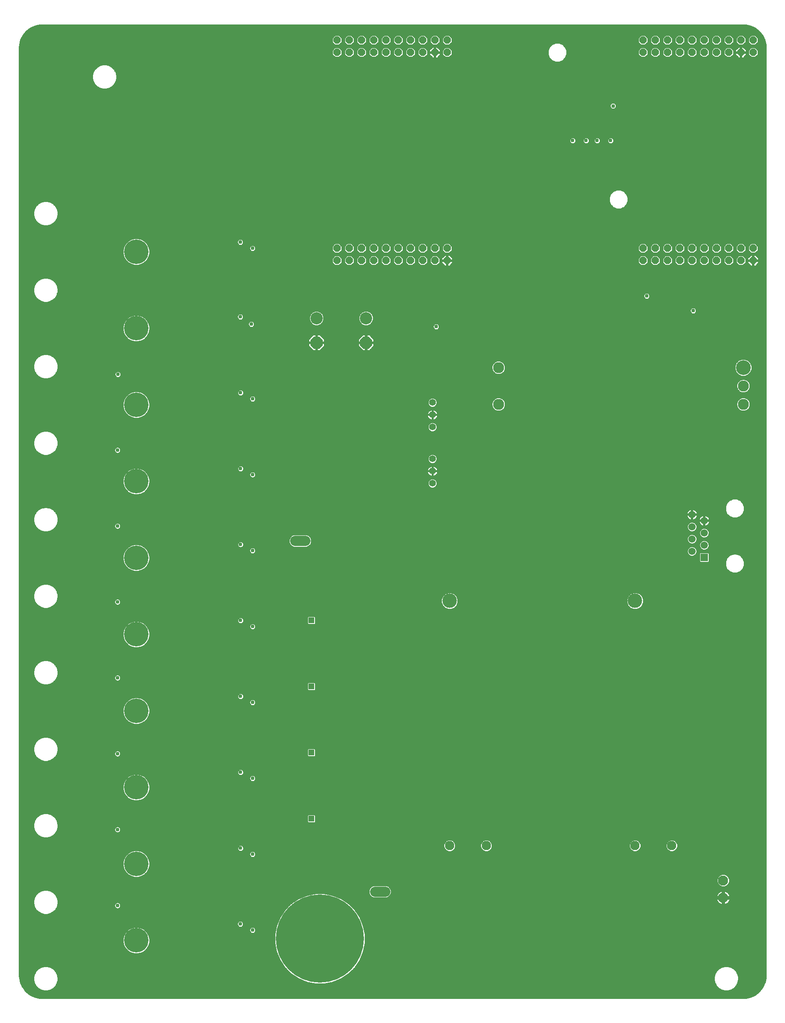
<source format=gbl>
G75*
%MOIN*%
%OFA0B0*%
%FSLAX24Y24*%
%IPPOS*%
%LPD*%
%AMOC8*
5,1,8,0,0,1.08239X$1,22.5*
%
%ADD10C,0.0768*%
%ADD11C,0.1181*%
%ADD12R,0.0476X0.0476*%
%ADD13C,0.0476*%
%ADD14C,0.7200*%
%ADD15C,0.0827*%
%ADD16C,0.1000*%
%ADD17OC8,0.1000*%
%ADD18C,0.0825*%
%ADD19C,0.0560*%
%ADD20C,0.2000*%
%ADD21OC8,0.0600*%
%ADD22C,0.0594*%
%ADD23R,0.0594X0.0594*%
%ADD24C,0.0900*%
%ADD25C,0.1200*%
%ADD26C,0.0160*%
%ADD27C,0.0310*%
%ADD28C,0.0120*%
%ADD29C,0.0357*%
D10*
X043360Y017360D03*
X046360Y017360D03*
X049360Y017360D03*
X058510Y017360D03*
X061510Y017360D03*
X064510Y017360D03*
D11*
X064510Y037360D03*
X058510Y037360D03*
X049360Y037360D03*
X043360Y037360D03*
D12*
X032076Y035760D03*
X032076Y030360D03*
X032076Y024960D03*
X032076Y019560D03*
D13*
X034044Y019560D03*
X034044Y024960D03*
X034044Y030360D03*
X034044Y035760D03*
D14*
X032760Y009760D03*
X049260Y009760D03*
D15*
X065710Y013105D03*
X065710Y014515D03*
D16*
X036535Y060448D03*
X032485Y060448D03*
D17*
X032485Y058448D03*
X036535Y058448D03*
D18*
X037748Y042260D02*
X038573Y042260D01*
X031573Y042260D02*
X030748Y042260D01*
X037260Y013610D02*
X038085Y013610D01*
X044260Y013610D02*
X045085Y013610D01*
D19*
X041960Y046960D03*
X041960Y047960D03*
X041960Y048960D03*
X041960Y051560D03*
X041960Y052560D03*
X041960Y053560D03*
D20*
X017760Y053373D03*
X014660Y053373D03*
X014660Y059623D03*
X017760Y059623D03*
X017760Y065873D03*
X014660Y065873D03*
X014660Y047123D03*
X017760Y047123D03*
X017760Y040873D03*
X014660Y040873D03*
X014660Y034623D03*
X017760Y034623D03*
X017760Y028373D03*
X014660Y028373D03*
X014660Y022123D03*
X017760Y022123D03*
X017760Y015873D03*
X014660Y015873D03*
X014660Y009623D03*
X017760Y009623D03*
D21*
X034160Y065160D03*
X034160Y066160D03*
X035160Y066160D03*
X035160Y065160D03*
X036160Y065160D03*
X036160Y066160D03*
X037160Y066160D03*
X037160Y065160D03*
X038160Y065160D03*
X038160Y066160D03*
X039160Y066160D03*
X039160Y065160D03*
X040160Y065160D03*
X040160Y066160D03*
X041160Y066160D03*
X041160Y065160D03*
X042160Y065160D03*
X042160Y066160D03*
X043160Y066160D03*
X043160Y065160D03*
X043160Y082160D03*
X043160Y083160D03*
X042160Y083160D03*
X042160Y082160D03*
X041160Y082160D03*
X041160Y083160D03*
X040160Y083160D03*
X040160Y082160D03*
X039160Y082160D03*
X039160Y083160D03*
X038160Y083160D03*
X038160Y082160D03*
X037160Y082160D03*
X037160Y083160D03*
X036160Y083160D03*
X036160Y082160D03*
X035160Y082160D03*
X035160Y083160D03*
X034160Y083160D03*
X034160Y082160D03*
X059160Y082160D03*
X059160Y083160D03*
X060160Y083160D03*
X060160Y082160D03*
X061160Y082160D03*
X061160Y083160D03*
X062160Y083160D03*
X062160Y082160D03*
X063160Y082160D03*
X063160Y083160D03*
X064160Y083160D03*
X064160Y082160D03*
X065160Y082160D03*
X065160Y083160D03*
X066160Y083160D03*
X066160Y082160D03*
X067160Y082160D03*
X067160Y083160D03*
X068160Y083160D03*
X068160Y082160D03*
X068160Y066160D03*
X068160Y065160D03*
X067160Y065160D03*
X067160Y066160D03*
X066160Y066160D03*
X066160Y065160D03*
X065160Y065160D03*
X065160Y066160D03*
X064160Y066160D03*
X064160Y065160D03*
X063160Y065160D03*
X063160Y066160D03*
X062160Y066160D03*
X062160Y065160D03*
X061160Y065160D03*
X061160Y066160D03*
X060160Y066160D03*
X060160Y065160D03*
X059160Y065160D03*
X059160Y066160D03*
D22*
X063160Y044410D03*
X064160Y043910D03*
X064160Y042910D03*
X064160Y041910D03*
X063160Y041410D03*
X063160Y042410D03*
X063160Y043410D03*
D23*
X064160Y040910D03*
D24*
X067360Y051910D03*
X067360Y053410D03*
X067360Y054910D03*
X047360Y053410D03*
X047360Y056410D03*
X047360Y050410D03*
D25*
X067360Y050410D03*
X067360Y056410D03*
D26*
X008342Y006159D02*
X008519Y005792D01*
X008519Y005792D01*
X008773Y005473D01*
X009092Y005219D01*
X009459Y005042D01*
X009856Y004951D01*
X010060Y004940D01*
X067285Y004940D01*
X067360Y004940D01*
X067564Y004951D01*
X067961Y005042D01*
X068328Y005219D01*
X068647Y005473D01*
X068901Y005792D01*
X069078Y006159D01*
X069169Y006556D01*
X069180Y006760D01*
X069180Y082560D01*
X069169Y082764D01*
X069078Y083161D01*
X068901Y083528D01*
X068647Y083847D01*
X068328Y084101D01*
X067961Y084278D01*
X067564Y084369D01*
X067360Y084380D01*
X010060Y084380D01*
X009856Y084369D01*
X009459Y084278D01*
X009092Y084101D01*
X008773Y083847D01*
X008519Y083528D01*
X008342Y083161D01*
X008251Y082764D01*
X008240Y082560D01*
X008240Y006760D01*
X008251Y006556D01*
X008342Y006159D01*
X008336Y006187D02*
X009377Y006187D01*
X009400Y006100D02*
X009536Y005865D01*
X009728Y005673D01*
X009962Y005538D01*
X010224Y005468D01*
X010496Y005468D01*
X010758Y005538D01*
X010992Y005673D01*
X011184Y005865D01*
X011320Y006100D01*
X011390Y006362D01*
X011390Y006633D01*
X011320Y006895D01*
X011184Y007130D01*
X010992Y007322D01*
X010758Y007457D01*
X010496Y007527D01*
X010224Y007527D01*
X009962Y007457D01*
X009728Y007322D01*
X009536Y007130D01*
X009400Y006895D01*
X009330Y006633D01*
X009330Y006362D01*
X009400Y006100D01*
X009442Y006028D02*
X008405Y006028D01*
X008481Y005870D02*
X009533Y005870D01*
X009690Y005711D02*
X008583Y005711D01*
X008710Y005553D02*
X009937Y005553D01*
X009386Y005077D02*
X068034Y005077D01*
X068349Y005236D02*
X009071Y005236D01*
X008872Y005394D02*
X068548Y005394D01*
X068710Y005553D02*
X066362Y005553D01*
X066358Y005550D02*
X066592Y005686D01*
X066784Y005878D01*
X066920Y006112D01*
X066990Y006374D01*
X066990Y006646D01*
X066920Y006908D01*
X066784Y007142D01*
X066592Y007334D01*
X066358Y007470D01*
X066096Y007540D01*
X065824Y007540D01*
X065562Y007470D01*
X065328Y007334D01*
X065136Y007142D01*
X065000Y006908D01*
X064930Y006646D01*
X064930Y006374D01*
X065000Y006112D01*
X065136Y005878D01*
X065328Y005686D01*
X065562Y005550D01*
X065824Y005480D01*
X066096Y005480D01*
X066358Y005550D01*
X066618Y005711D02*
X068837Y005711D01*
X068939Y005870D02*
X066776Y005870D01*
X066871Y006028D02*
X069015Y006028D01*
X069084Y006187D02*
X066940Y006187D01*
X066982Y006345D02*
X069120Y006345D01*
X069157Y006504D02*
X066990Y006504D01*
X066986Y006662D02*
X069174Y006662D01*
X069180Y006821D02*
X066943Y006821D01*
X066879Y006979D02*
X069180Y006979D01*
X069180Y007138D02*
X066787Y007138D01*
X066631Y007296D02*
X069180Y007296D01*
X069180Y007455D02*
X066384Y007455D01*
X065536Y007455D02*
X035706Y007455D01*
X035657Y007382D02*
X036065Y007993D01*
X036347Y008672D01*
X036490Y009393D01*
X036490Y010127D01*
X036347Y010848D01*
X036065Y011527D01*
X035657Y012138D01*
X035138Y012657D01*
X034527Y013065D01*
X033848Y013347D01*
X033127Y013490D01*
X032393Y013490D01*
X031672Y013347D01*
X030993Y013065D01*
X030382Y012657D01*
X029863Y012138D01*
X029455Y011527D01*
X029173Y010848D01*
X029030Y010127D01*
X029030Y009393D01*
X029173Y008672D01*
X029455Y007993D01*
X029863Y007382D01*
X030382Y006863D01*
X030993Y006455D01*
X031672Y006173D01*
X032393Y006030D01*
X033127Y006030D01*
X033848Y006173D01*
X034527Y006455D01*
X035138Y006863D01*
X035657Y007382D01*
X035571Y007296D02*
X065289Y007296D01*
X065133Y007138D02*
X035413Y007138D01*
X035254Y006979D02*
X065041Y006979D01*
X064977Y006821D02*
X035075Y006821D01*
X034837Y006662D02*
X064934Y006662D01*
X064930Y006504D02*
X034600Y006504D01*
X034262Y006345D02*
X064938Y006345D01*
X064980Y006187D02*
X033880Y006187D01*
X031640Y006187D02*
X011343Y006187D01*
X011385Y006345D02*
X031258Y006345D01*
X030920Y006504D02*
X011390Y006504D01*
X011382Y006662D02*
X030683Y006662D01*
X030445Y006821D02*
X011340Y006821D01*
X011271Y006979D02*
X030266Y006979D01*
X030107Y007138D02*
X011177Y007138D01*
X011018Y007296D02*
X029949Y007296D01*
X029814Y007455D02*
X010762Y007455D01*
X009958Y007455D02*
X008240Y007455D01*
X008240Y007613D02*
X029709Y007613D01*
X029603Y007772D02*
X008240Y007772D01*
X008240Y007930D02*
X029497Y007930D01*
X029415Y008089D02*
X008240Y008089D01*
X008240Y008247D02*
X029349Y008247D01*
X029284Y008406D02*
X008240Y008406D01*
X008240Y008564D02*
X017344Y008564D01*
X017324Y008570D02*
X017611Y008493D01*
X017909Y008493D01*
X018196Y008570D01*
X018454Y008718D01*
X018664Y008929D01*
X018813Y009186D01*
X018890Y009474D01*
X018890Y009771D01*
X018813Y010059D01*
X018664Y010316D01*
X018454Y010527D01*
X018196Y010675D01*
X017909Y010752D01*
X017611Y010752D01*
X017324Y010675D01*
X017066Y010527D01*
X016856Y010316D01*
X016707Y010059D01*
X016630Y009771D01*
X016630Y009474D01*
X016707Y009186D01*
X016856Y008929D01*
X017066Y008718D01*
X017324Y008570D01*
X017062Y008723D02*
X008240Y008723D01*
X008240Y008881D02*
X016903Y008881D01*
X016792Y009040D02*
X008240Y009040D01*
X008240Y009198D02*
X016704Y009198D01*
X016661Y009357D02*
X008240Y009357D01*
X008240Y009515D02*
X016630Y009515D01*
X016630Y009674D02*
X008240Y009674D01*
X008240Y009832D02*
X016646Y009832D01*
X016689Y009991D02*
X008240Y009991D01*
X008240Y010149D02*
X016759Y010149D01*
X016851Y010308D02*
X008240Y010308D01*
X008240Y010466D02*
X017005Y010466D01*
X017236Y010625D02*
X008240Y010625D01*
X008240Y010783D02*
X026034Y010783D01*
X026018Y010799D02*
X026099Y010718D01*
X026203Y010675D01*
X026317Y010675D01*
X026421Y010718D01*
X026502Y010799D01*
X026545Y010903D01*
X026545Y011017D01*
X026502Y011121D01*
X026421Y011202D01*
X026317Y011245D01*
X026203Y011245D01*
X026099Y011202D01*
X026018Y011121D01*
X025975Y011017D01*
X025975Y010903D01*
X026018Y010799D01*
X025975Y010942D02*
X008240Y010942D01*
X008240Y011100D02*
X026010Y011100D01*
X026510Y011100D02*
X029278Y011100D01*
X029343Y011259D02*
X008240Y011259D01*
X008240Y011417D02*
X029409Y011417D01*
X029487Y011576D02*
X008240Y011576D01*
X008240Y011734D02*
X010163Y011734D01*
X010224Y011718D02*
X010496Y011718D01*
X010758Y011788D01*
X010992Y011923D01*
X011184Y012115D01*
X011320Y012350D01*
X011390Y012612D01*
X011390Y012883D01*
X011320Y013145D01*
X011184Y013380D01*
X010992Y013572D01*
X010758Y013707D01*
X010496Y013777D01*
X010224Y013777D01*
X009962Y013707D01*
X009728Y013572D01*
X009536Y013380D01*
X009400Y013145D01*
X009330Y012883D01*
X009330Y012612D01*
X009400Y012350D01*
X009536Y012115D01*
X009728Y011923D01*
X009962Y011788D01*
X010224Y011718D01*
X010557Y011734D02*
X029593Y011734D01*
X029699Y011893D02*
X010939Y011893D01*
X011120Y012051D02*
X029805Y012051D01*
X029934Y012210D02*
X016346Y012210D01*
X016391Y012228D02*
X016472Y012309D01*
X016515Y012413D01*
X016515Y012527D01*
X016472Y012631D01*
X016391Y012712D01*
X016287Y012755D01*
X016173Y012755D01*
X016069Y012712D01*
X015988Y012631D01*
X015945Y012527D01*
X015945Y012413D01*
X015988Y012309D01*
X016069Y012228D01*
X016173Y012185D01*
X016287Y012185D01*
X016391Y012228D01*
X016496Y012368D02*
X030093Y012368D01*
X030251Y012527D02*
X016515Y012527D01*
X016418Y012685D02*
X030424Y012685D01*
X030661Y012844D02*
X011390Y012844D01*
X011390Y012685D02*
X016042Y012685D01*
X015945Y012527D02*
X011367Y012527D01*
X011325Y012368D02*
X015964Y012368D01*
X016114Y012210D02*
X011239Y012210D01*
X011358Y013002D02*
X030898Y013002D01*
X031223Y013161D02*
X011311Y013161D01*
X011219Y013319D02*
X031605Y013319D01*
X032330Y013478D02*
X011087Y013478D01*
X010881Y013636D02*
X036718Y013636D01*
X036718Y013718D02*
X036718Y013502D01*
X036800Y013303D01*
X036953Y013150D01*
X037152Y013068D01*
X038193Y013068D01*
X038392Y013150D01*
X038545Y013303D01*
X038627Y013502D01*
X038627Y013718D01*
X038545Y013917D01*
X038392Y014070D01*
X038193Y014152D01*
X037152Y014152D01*
X036953Y014070D01*
X036800Y013917D01*
X036718Y013718D01*
X036749Y013795D02*
X008240Y013795D01*
X008240Y013953D02*
X036836Y013953D01*
X037053Y014112D02*
X008240Y014112D01*
X008240Y014270D02*
X065223Y014270D01*
X065249Y014207D02*
X065402Y014054D01*
X065602Y013971D01*
X065818Y013971D01*
X066018Y014054D01*
X066171Y014207D01*
X066253Y014407D01*
X066253Y014623D01*
X066171Y014823D01*
X066018Y014975D01*
X065818Y015058D01*
X065602Y015058D01*
X065402Y014975D01*
X065249Y014823D01*
X065167Y014623D01*
X065167Y014407D01*
X065249Y014207D01*
X065345Y014112D02*
X045403Y014112D01*
X045396Y014117D02*
X045312Y014159D01*
X045224Y014188D01*
X045132Y014202D01*
X044730Y014202D01*
X044730Y013668D01*
X044615Y013668D01*
X044615Y014202D01*
X044213Y014202D01*
X044121Y014188D01*
X044033Y014159D01*
X043949Y014117D01*
X043874Y014062D01*
X043808Y013996D01*
X043753Y013921D01*
X043711Y013837D01*
X043682Y013749D01*
X043669Y013668D01*
X044615Y013668D01*
X044615Y013552D01*
X044730Y013552D01*
X044730Y013018D01*
X045132Y013018D01*
X045224Y013032D01*
X045312Y013061D01*
X045396Y013103D01*
X045471Y013158D01*
X045537Y013224D01*
X045592Y013299D01*
X045634Y013383D01*
X045663Y013471D01*
X045676Y013552D01*
X044730Y013552D01*
X044730Y013668D01*
X045676Y013668D01*
X045663Y013749D01*
X045634Y013837D01*
X045592Y013921D01*
X045537Y013996D01*
X045471Y014062D01*
X045396Y014117D01*
X045568Y013953D02*
X069180Y013953D01*
X069180Y013795D02*
X045648Y013795D01*
X045664Y013478D02*
X065247Y013478D01*
X065257Y013492D02*
X065202Y013416D01*
X065160Y013333D01*
X065131Y013244D01*
X065118Y013163D01*
X065652Y013163D01*
X065652Y013047D01*
X065768Y013047D01*
X065768Y012514D01*
X065849Y012527D01*
X069180Y012527D01*
X069180Y012685D02*
X066129Y012685D01*
X066097Y012653D02*
X066163Y012719D01*
X066218Y012794D01*
X066260Y012877D01*
X066289Y012966D01*
X066302Y013047D01*
X065768Y013047D01*
X065768Y013163D01*
X066302Y013163D01*
X066289Y013244D01*
X066260Y013333D01*
X066218Y013416D01*
X066163Y013492D01*
X066097Y013558D01*
X066021Y013613D01*
X065938Y013655D01*
X065849Y013684D01*
X065768Y013697D01*
X065768Y013163D01*
X065652Y013163D01*
X065652Y013697D01*
X065571Y013684D01*
X065482Y013655D01*
X065399Y013613D01*
X065323Y013558D01*
X065257Y013492D01*
X065156Y013319D02*
X045602Y013319D01*
X045473Y013161D02*
X065652Y013161D01*
X065652Y013047D02*
X065118Y013047D01*
X065131Y012966D01*
X065160Y012877D01*
X065202Y012794D01*
X065257Y012719D01*
X065323Y012653D01*
X065399Y012598D01*
X065482Y012555D01*
X065571Y012527D01*
X035269Y012527D01*
X035427Y012368D02*
X069180Y012368D01*
X069180Y012210D02*
X035586Y012210D01*
X035715Y012051D02*
X069180Y012051D01*
X069180Y011893D02*
X035821Y011893D01*
X035927Y011734D02*
X069180Y011734D01*
X069180Y011576D02*
X036033Y011576D01*
X036111Y011417D02*
X069180Y011417D01*
X069180Y011259D02*
X036177Y011259D01*
X036242Y011100D02*
X069180Y011100D01*
X069180Y010942D02*
X036308Y010942D01*
X036360Y010783D02*
X069180Y010783D01*
X069180Y010625D02*
X036391Y010625D01*
X036423Y010466D02*
X069180Y010466D01*
X069180Y010308D02*
X036454Y010308D01*
X036486Y010149D02*
X069180Y010149D01*
X069180Y009991D02*
X036490Y009991D01*
X036490Y009832D02*
X069180Y009832D01*
X069180Y009674D02*
X036490Y009674D01*
X036490Y009515D02*
X069180Y009515D01*
X069180Y009357D02*
X036483Y009357D01*
X036451Y009198D02*
X069180Y009198D01*
X069180Y009040D02*
X036420Y009040D01*
X036388Y008881D02*
X069180Y008881D01*
X069180Y008723D02*
X036357Y008723D01*
X036302Y008564D02*
X069180Y008564D01*
X069180Y008406D02*
X036236Y008406D01*
X036171Y008247D02*
X069180Y008247D01*
X069180Y008089D02*
X036105Y008089D01*
X036023Y007930D02*
X069180Y007930D01*
X069180Y007772D02*
X035917Y007772D01*
X035811Y007613D02*
X069180Y007613D01*
X065558Y005553D02*
X010783Y005553D01*
X011030Y005711D02*
X065302Y005711D01*
X065144Y005870D02*
X011187Y005870D01*
X011278Y006028D02*
X065049Y006028D01*
X065652Y012514D02*
X065652Y013047D01*
X065652Y013002D02*
X065768Y013002D01*
X065768Y012844D02*
X065652Y012844D01*
X065652Y012685D02*
X065768Y012685D01*
X065768Y012527D02*
X065652Y012527D01*
X065652Y012514D02*
X065571Y012527D01*
X065849Y012527D02*
X065938Y012555D01*
X066021Y012598D01*
X066097Y012653D01*
X066243Y012844D02*
X069180Y012844D01*
X069180Y013002D02*
X066294Y013002D01*
X066264Y013319D02*
X069180Y013319D01*
X069180Y013161D02*
X065768Y013161D01*
X065768Y013319D02*
X065652Y013319D01*
X065652Y013478D02*
X065768Y013478D01*
X065768Y013636D02*
X065652Y013636D01*
X065445Y013636D02*
X044730Y013636D01*
X044615Y013636D02*
X038627Y013636D01*
X038617Y013478D02*
X043681Y013478D01*
X043682Y013471D02*
X043711Y013383D01*
X043753Y013299D01*
X043808Y013224D01*
X043874Y013158D01*
X043949Y013103D01*
X044033Y013061D01*
X044121Y013032D01*
X044213Y013018D01*
X044615Y013018D01*
X044615Y013552D01*
X043669Y013552D01*
X043682Y013471D01*
X043743Y013319D02*
X038552Y013319D01*
X038403Y013161D02*
X043872Y013161D01*
X043697Y013795D02*
X038596Y013795D01*
X038509Y013953D02*
X043777Y013953D01*
X043942Y014112D02*
X038292Y014112D01*
X036942Y013161D02*
X034297Y013161D01*
X034622Y013002D02*
X065126Y013002D01*
X065177Y012844D02*
X034859Y012844D01*
X035096Y012685D02*
X065291Y012685D01*
X065975Y013636D02*
X069180Y013636D01*
X069180Y013478D02*
X066173Y013478D01*
X066075Y014112D02*
X069180Y014112D01*
X069180Y014270D02*
X066197Y014270D01*
X066253Y014429D02*
X069180Y014429D01*
X069180Y014587D02*
X066253Y014587D01*
X066203Y014746D02*
X069180Y014746D01*
X069180Y014904D02*
X066089Y014904D01*
X065331Y014904D02*
X018343Y014904D01*
X018454Y014968D02*
X018664Y015179D01*
X018813Y015436D01*
X018890Y015724D01*
X018890Y016021D01*
X018813Y016309D01*
X018664Y016566D01*
X018454Y016777D01*
X018196Y016925D01*
X017909Y017002D01*
X017611Y017002D01*
X017324Y016925D01*
X017066Y016777D01*
X016856Y016566D01*
X016707Y016309D01*
X016630Y016021D01*
X016630Y015724D01*
X016707Y015436D01*
X016856Y015179D01*
X017066Y014968D01*
X017324Y014820D01*
X017611Y014743D01*
X017909Y014743D01*
X018196Y014820D01*
X018454Y014968D01*
X018548Y015063D02*
X069180Y015063D01*
X069180Y015221D02*
X018689Y015221D01*
X018780Y015380D02*
X069180Y015380D01*
X069180Y015538D02*
X018840Y015538D01*
X018883Y015697D02*
X069180Y015697D01*
X069180Y015855D02*
X018890Y015855D01*
X018890Y016014D02*
X069180Y016014D01*
X069180Y016172D02*
X018850Y016172D01*
X018800Y016331D02*
X069180Y016331D01*
X069180Y016489D02*
X027492Y016489D01*
X027502Y016499D02*
X027545Y016603D01*
X027545Y016717D01*
X027502Y016821D01*
X027421Y016902D01*
X027317Y016945D01*
X027203Y016945D01*
X027099Y016902D01*
X027018Y016821D01*
X026975Y016717D01*
X026975Y016603D01*
X027018Y016499D01*
X027099Y016418D01*
X027203Y016375D01*
X027317Y016375D01*
X027421Y016418D01*
X027502Y016499D01*
X027545Y016648D02*
X069180Y016648D01*
X069180Y016806D02*
X027508Y016806D01*
X027012Y016806D02*
X018403Y016806D01*
X018583Y016648D02*
X026975Y016648D01*
X027028Y016489D02*
X018709Y016489D01*
X018051Y016965D02*
X026072Y016965D01*
X026038Y016999D02*
X026119Y016918D01*
X026223Y016875D01*
X026337Y016875D01*
X026441Y016918D01*
X026522Y016999D01*
X026565Y017103D01*
X026565Y017217D01*
X026522Y017321D01*
X026441Y017402D01*
X026337Y017445D01*
X026223Y017445D01*
X026119Y017402D01*
X026038Y017321D01*
X025995Y017217D01*
X025995Y017103D01*
X026038Y016999D01*
X025995Y017123D02*
X008240Y017123D01*
X008240Y016965D02*
X017469Y016965D01*
X017117Y016806D02*
X008240Y016806D01*
X008240Y016648D02*
X016937Y016648D01*
X016811Y016489D02*
X008240Y016489D01*
X008240Y016331D02*
X016720Y016331D01*
X016670Y016172D02*
X008240Y016172D01*
X008240Y016014D02*
X016630Y016014D01*
X016630Y015855D02*
X008240Y015855D01*
X008240Y015697D02*
X016637Y015697D01*
X016680Y015538D02*
X008240Y015538D01*
X008240Y015380D02*
X016740Y015380D01*
X016831Y015221D02*
X008240Y015221D01*
X008240Y015063D02*
X016972Y015063D01*
X017177Y014904D02*
X008240Y014904D01*
X008240Y014746D02*
X017600Y014746D01*
X017920Y014746D02*
X065217Y014746D01*
X065167Y014587D02*
X008240Y014587D01*
X008240Y014429D02*
X065167Y014429D01*
X061946Y017069D02*
X062024Y017258D01*
X062024Y017462D01*
X061946Y017651D01*
X061801Y017796D01*
X061612Y017874D01*
X061408Y017874D01*
X061219Y017796D01*
X061074Y017651D01*
X060996Y017462D01*
X060996Y017258D01*
X061074Y017069D01*
X061219Y016924D01*
X061408Y016846D01*
X061612Y016846D01*
X061801Y016924D01*
X061946Y017069D01*
X061968Y017123D02*
X069180Y017123D01*
X069180Y016965D02*
X061841Y016965D01*
X062024Y017282D02*
X069180Y017282D01*
X069180Y017440D02*
X062024Y017440D01*
X061967Y017599D02*
X069180Y017599D01*
X069180Y017757D02*
X061840Y017757D01*
X061180Y017757D02*
X058840Y017757D01*
X058801Y017796D02*
X058612Y017874D01*
X058408Y017874D01*
X058219Y017796D01*
X058074Y017651D01*
X057996Y017462D01*
X057996Y017258D01*
X058074Y017069D01*
X058219Y016924D01*
X058408Y016846D01*
X058612Y016846D01*
X058801Y016924D01*
X058946Y017069D01*
X059024Y017258D01*
X059024Y017462D01*
X058946Y017651D01*
X058801Y017796D01*
X058967Y017599D02*
X061053Y017599D01*
X060996Y017440D02*
X059024Y017440D01*
X059024Y017282D02*
X060996Y017282D01*
X061052Y017123D02*
X058968Y017123D01*
X058841Y016965D02*
X061179Y016965D01*
X058179Y016965D02*
X046691Y016965D01*
X046651Y016924D02*
X046796Y017069D01*
X046874Y017258D01*
X046874Y017462D01*
X046796Y017651D01*
X046651Y017796D01*
X046462Y017874D01*
X046258Y017874D01*
X046069Y017796D01*
X045924Y017651D01*
X045846Y017462D01*
X045846Y017258D01*
X045924Y017069D01*
X046069Y016924D01*
X046258Y016846D01*
X046462Y016846D01*
X046651Y016924D01*
X046818Y017123D02*
X058052Y017123D01*
X057996Y017282D02*
X046874Y017282D01*
X046874Y017440D02*
X057996Y017440D01*
X058053Y017599D02*
X046817Y017599D01*
X046690Y017757D02*
X058180Y017757D01*
X062360Y027960D02*
X062510Y027960D01*
X069180Y027901D02*
X018793Y027901D01*
X018813Y027936D02*
X018890Y028224D01*
X018890Y028521D01*
X018813Y028809D01*
X018664Y029066D01*
X018454Y029277D01*
X018196Y029425D01*
X017909Y029502D01*
X017611Y029502D01*
X017324Y029425D01*
X017066Y029277D01*
X016856Y029066D01*
X016707Y028809D01*
X016630Y028521D01*
X016630Y028224D01*
X016707Y027936D01*
X016856Y027679D01*
X017066Y027468D01*
X017324Y027320D01*
X017611Y027243D01*
X017909Y027243D01*
X018196Y027320D01*
X018454Y027468D01*
X018664Y027679D01*
X018813Y027936D01*
X018846Y028060D02*
X069180Y028060D01*
X069180Y028218D02*
X018888Y028218D01*
X018890Y028377D02*
X069180Y028377D01*
X069180Y028535D02*
X018886Y028535D01*
X018844Y028694D02*
X069180Y028694D01*
X069180Y028852D02*
X027455Y028852D01*
X027421Y028818D02*
X027502Y028899D01*
X027545Y029003D01*
X027545Y029117D01*
X027502Y029221D01*
X027421Y029302D01*
X027317Y029345D01*
X027203Y029345D01*
X027099Y029302D01*
X027018Y029221D01*
X026975Y029117D01*
X026975Y029003D01*
X027018Y028899D01*
X027099Y028818D01*
X027203Y028775D01*
X027317Y028775D01*
X027421Y028818D01*
X027545Y029011D02*
X069180Y029011D01*
X069180Y029169D02*
X027523Y029169D01*
X027359Y029328D02*
X069180Y029328D01*
X069180Y029486D02*
X026558Y029486D01*
X026565Y029503D02*
X026522Y029399D01*
X026441Y029318D01*
X026337Y029275D01*
X026223Y029275D01*
X026119Y029318D01*
X026038Y029399D01*
X025995Y029503D01*
X025995Y029617D01*
X026038Y029721D01*
X026119Y029802D01*
X026223Y029845D01*
X026337Y029845D01*
X026441Y029802D01*
X026522Y029721D01*
X026565Y029617D01*
X026565Y029503D01*
X026553Y029645D02*
X069180Y029645D01*
X069180Y029803D02*
X026438Y029803D01*
X026122Y029803D02*
X008240Y029803D01*
X008240Y029645D02*
X026007Y029645D01*
X026002Y029486D02*
X017970Y029486D01*
X017550Y029486D02*
X008240Y029486D01*
X008240Y029328D02*
X017154Y029328D01*
X016958Y029169D02*
X008240Y029169D01*
X008240Y029011D02*
X016824Y029011D01*
X016732Y028852D02*
X008240Y028852D01*
X008240Y028694D02*
X016676Y028694D01*
X016634Y028535D02*
X008240Y028535D01*
X008240Y028377D02*
X016630Y028377D01*
X016632Y028218D02*
X008240Y028218D01*
X008240Y028060D02*
X016674Y028060D01*
X016727Y027901D02*
X008240Y027901D01*
X008240Y027743D02*
X016819Y027743D01*
X016950Y027584D02*
X008240Y027584D01*
X008240Y027426D02*
X017140Y027426D01*
X017520Y027267D02*
X008240Y027267D01*
X008240Y027109D02*
X069180Y027109D01*
X069180Y027267D02*
X018000Y027267D01*
X018380Y027426D02*
X069180Y027426D01*
X069180Y027584D02*
X018570Y027584D01*
X018701Y027743D02*
X069180Y027743D01*
X069180Y026950D02*
X008240Y026950D01*
X008240Y026792D02*
X069180Y026792D01*
X069180Y026633D02*
X008240Y026633D01*
X008240Y026475D02*
X069180Y026475D01*
X069180Y026316D02*
X008240Y026316D01*
X008240Y026158D02*
X009876Y026158D01*
X009962Y026207D02*
X009728Y026072D01*
X009536Y025880D01*
X009400Y025645D01*
X009330Y025383D01*
X009330Y025112D01*
X009400Y024850D01*
X009536Y024615D01*
X009728Y024423D01*
X009962Y024288D01*
X010224Y024218D01*
X010496Y024218D01*
X010758Y024288D01*
X010992Y024423D01*
X011184Y024615D01*
X011320Y024850D01*
X011390Y025112D01*
X011390Y025383D01*
X011320Y025645D01*
X011184Y025880D01*
X010992Y026072D01*
X010758Y026207D01*
X010496Y026277D01*
X010224Y026277D01*
X009962Y026207D01*
X009655Y025999D02*
X008240Y025999D01*
X008240Y025841D02*
X009513Y025841D01*
X009422Y025682D02*
X008240Y025682D01*
X008240Y025524D02*
X009368Y025524D01*
X009330Y025365D02*
X008240Y025365D01*
X008240Y025207D02*
X009330Y025207D01*
X009347Y025048D02*
X008240Y025048D01*
X008240Y024890D02*
X009390Y024890D01*
X009469Y024731D02*
X008240Y024731D01*
X008240Y024573D02*
X009578Y024573D01*
X009744Y024414D02*
X008240Y024414D01*
X008240Y024256D02*
X010082Y024256D01*
X010638Y024256D02*
X069180Y024256D01*
X069180Y024414D02*
X010976Y024414D01*
X011142Y024573D02*
X033885Y024573D01*
X033884Y024573D02*
X033946Y024552D01*
X034011Y024542D01*
X034044Y024542D01*
X034044Y024960D01*
X033626Y024960D01*
X033626Y024927D01*
X033637Y024862D01*
X033657Y024800D01*
X033687Y024741D01*
X033726Y024688D01*
X033772Y024641D01*
X033825Y024603D01*
X033884Y024573D01*
X034044Y024573D02*
X034044Y024573D01*
X034044Y024542D02*
X034077Y024542D01*
X034142Y024552D01*
X034205Y024573D01*
X034263Y024603D01*
X034316Y024641D01*
X034363Y024688D01*
X034402Y024741D01*
X034431Y024800D01*
X034452Y024862D01*
X034462Y024927D01*
X034462Y024960D01*
X034044Y024960D01*
X034044Y024960D01*
X033626Y024960D01*
X033626Y024993D01*
X033637Y025058D01*
X033657Y025120D01*
X033687Y025179D01*
X033726Y025232D01*
X033772Y025279D01*
X033825Y025317D01*
X033884Y025347D01*
X033946Y025368D01*
X034011Y025378D01*
X034044Y025378D01*
X034044Y024960D01*
X034044Y024960D01*
X034044Y024960D01*
X034044Y024542D01*
X034204Y024573D02*
X069180Y024573D01*
X069180Y024731D02*
X034394Y024731D01*
X034456Y024890D02*
X069180Y024890D01*
X069180Y025048D02*
X034453Y025048D01*
X034452Y025058D02*
X034431Y025120D01*
X034402Y025179D01*
X034363Y025232D01*
X034316Y025279D01*
X034263Y025317D01*
X034205Y025347D01*
X034142Y025368D01*
X034077Y025378D01*
X034044Y025378D01*
X034044Y024960D01*
X034462Y024960D01*
X034462Y024993D01*
X034452Y025058D01*
X034382Y025207D02*
X069180Y025207D01*
X069180Y025365D02*
X034150Y025365D01*
X034044Y025365D02*
X034044Y025365D01*
X033939Y025365D02*
X011390Y025365D01*
X011390Y025207D02*
X031708Y025207D01*
X031708Y025252D02*
X031708Y024668D01*
X031784Y024592D01*
X032367Y024592D01*
X032444Y024668D01*
X032444Y025252D01*
X032367Y025328D01*
X031784Y025328D01*
X031708Y025252D01*
X031708Y025048D02*
X016455Y025048D01*
X016472Y025031D02*
X016391Y025112D01*
X016287Y025155D01*
X016173Y025155D01*
X016069Y025112D01*
X015988Y025031D01*
X015945Y024927D01*
X015945Y024813D01*
X015988Y024709D01*
X016069Y024628D01*
X016173Y024585D01*
X016287Y024585D01*
X016391Y024628D01*
X016472Y024709D01*
X016515Y024813D01*
X016515Y024927D01*
X016472Y025031D01*
X016515Y024890D02*
X031708Y024890D01*
X031708Y024731D02*
X016481Y024731D01*
X015979Y024731D02*
X011251Y024731D01*
X011330Y024890D02*
X015945Y024890D01*
X016005Y025048D02*
X011373Y025048D01*
X011352Y025524D02*
X069180Y025524D01*
X069180Y025682D02*
X011298Y025682D01*
X011207Y025841D02*
X069180Y025841D01*
X069180Y025999D02*
X011065Y025999D01*
X010844Y026158D02*
X069180Y026158D01*
X069180Y024097D02*
X008240Y024097D01*
X008240Y023939D02*
X069180Y023939D01*
X069180Y023780D02*
X008240Y023780D01*
X008240Y023622D02*
X026167Y023622D01*
X026119Y023602D02*
X026038Y023521D01*
X025995Y023417D01*
X025995Y023303D01*
X026038Y023199D01*
X026119Y023118D01*
X026223Y023075D01*
X026337Y023075D01*
X026441Y023118D01*
X026522Y023199D01*
X026565Y023303D01*
X026565Y023417D01*
X026522Y023521D01*
X026441Y023602D01*
X026337Y023645D01*
X026223Y023645D01*
X026119Y023602D01*
X026014Y023463D02*
X008240Y023463D01*
X008240Y023305D02*
X025995Y023305D01*
X026091Y023146D02*
X018247Y023146D01*
X018196Y023175D02*
X017909Y023252D01*
X017611Y023252D01*
X017324Y023175D01*
X017066Y023027D01*
X016856Y022816D01*
X016707Y022559D01*
X016630Y022271D01*
X016630Y021974D01*
X016707Y021686D01*
X016856Y021429D01*
X017066Y021218D01*
X017324Y021070D01*
X017611Y020993D01*
X017909Y020993D01*
X018196Y021070D01*
X018454Y021218D01*
X018664Y021429D01*
X018813Y021686D01*
X018890Y021974D01*
X018890Y022271D01*
X018813Y022559D01*
X018664Y022816D01*
X018454Y023027D01*
X018196Y023175D01*
X018493Y022988D02*
X027004Y022988D01*
X027018Y023021D02*
X026975Y022917D01*
X026975Y022803D01*
X027018Y022699D01*
X027099Y022618D01*
X027203Y022575D01*
X027317Y022575D01*
X027421Y022618D01*
X027502Y022699D01*
X027545Y022803D01*
X027545Y022917D01*
X027502Y023021D01*
X027421Y023102D01*
X027317Y023145D01*
X027203Y023145D01*
X027099Y023102D01*
X027018Y023021D01*
X026975Y022829D02*
X018652Y022829D01*
X018748Y022671D02*
X027046Y022671D01*
X027474Y022671D02*
X069180Y022671D01*
X069180Y022829D02*
X027545Y022829D01*
X027516Y022988D02*
X069180Y022988D01*
X069180Y023146D02*
X026469Y023146D01*
X026565Y023305D02*
X069180Y023305D01*
X069180Y023463D02*
X026546Y023463D01*
X026393Y023622D02*
X069180Y023622D01*
X069180Y022512D02*
X018825Y022512D01*
X018868Y022354D02*
X069180Y022354D01*
X069180Y022195D02*
X018890Y022195D01*
X018890Y022037D02*
X069180Y022037D01*
X069180Y021878D02*
X018864Y021878D01*
X018822Y021720D02*
X069180Y021720D01*
X069180Y021561D02*
X018741Y021561D01*
X018638Y021403D02*
X069180Y021403D01*
X069180Y021244D02*
X018480Y021244D01*
X018224Y021086D02*
X069180Y021086D01*
X069180Y020927D02*
X008240Y020927D01*
X008240Y020769D02*
X069180Y020769D01*
X069180Y020610D02*
X008240Y020610D01*
X008240Y020452D02*
X069180Y020452D01*
X069180Y020293D02*
X008240Y020293D01*
X008240Y020135D02*
X069180Y020135D01*
X069180Y019976D02*
X034088Y019976D01*
X034077Y019978D02*
X034044Y019978D01*
X034011Y019978D01*
X033946Y019968D01*
X033884Y019947D01*
X033825Y019917D01*
X033772Y019879D01*
X033726Y019832D01*
X033687Y019779D01*
X033657Y019720D01*
X033637Y019658D01*
X033626Y019593D01*
X033626Y019560D01*
X033626Y019527D01*
X033637Y019462D01*
X033657Y019400D01*
X033687Y019341D01*
X033726Y019288D01*
X033772Y019241D01*
X033825Y019203D01*
X033884Y019173D01*
X033946Y019152D01*
X034011Y019142D01*
X034044Y019142D01*
X034044Y019560D01*
X033626Y019560D01*
X034044Y019560D01*
X034044Y019560D01*
X034044Y019560D01*
X034044Y019978D01*
X034044Y019560D01*
X034044Y019560D01*
X034044Y019142D01*
X034077Y019142D01*
X034142Y019152D01*
X034205Y019173D01*
X034263Y019203D01*
X034316Y019241D01*
X034363Y019288D01*
X034402Y019341D01*
X034431Y019400D01*
X034452Y019462D01*
X034462Y019527D01*
X034462Y019560D01*
X034044Y019560D01*
X034462Y019560D01*
X034462Y019593D01*
X034452Y019658D01*
X034431Y019720D01*
X034402Y019779D01*
X034363Y019832D01*
X034316Y019879D01*
X034263Y019917D01*
X034205Y019947D01*
X034142Y019968D01*
X034077Y019978D01*
X034044Y019976D02*
X034044Y019976D01*
X034000Y019976D02*
X010688Y019976D01*
X010758Y019957D02*
X010496Y020027D01*
X010224Y020027D01*
X009962Y019957D01*
X009728Y019822D01*
X009536Y019630D01*
X009400Y019395D01*
X009330Y019133D01*
X009330Y018862D01*
X009400Y018600D01*
X009536Y018365D01*
X009728Y018173D01*
X009962Y018038D01*
X010224Y017968D01*
X010496Y017968D01*
X010758Y018038D01*
X010992Y018173D01*
X011184Y018365D01*
X011320Y018600D01*
X011390Y018862D01*
X011390Y019133D01*
X011320Y019395D01*
X011184Y019630D01*
X010992Y019822D01*
X010758Y019957D01*
X010997Y019818D02*
X031708Y019818D01*
X031708Y019852D02*
X031708Y019268D01*
X031784Y019192D01*
X032367Y019192D01*
X032444Y019268D01*
X032444Y019852D01*
X032367Y019928D01*
X031784Y019928D01*
X031708Y019852D01*
X031708Y019659D02*
X011155Y019659D01*
X011259Y019501D02*
X031708Y019501D01*
X031708Y019342D02*
X011334Y019342D01*
X011376Y019184D02*
X033863Y019184D01*
X034044Y019184D02*
X034044Y019184D01*
X034044Y019342D02*
X034044Y019342D01*
X034044Y019501D02*
X034044Y019501D01*
X034044Y019560D02*
X034044Y019560D01*
X034044Y019659D02*
X034044Y019659D01*
X034044Y019818D02*
X034044Y019818D01*
X033715Y019818D02*
X032444Y019818D01*
X032444Y019659D02*
X033637Y019659D01*
X033631Y019501D02*
X032444Y019501D01*
X032444Y019342D02*
X033686Y019342D01*
X034226Y019184D02*
X069180Y019184D01*
X069180Y019342D02*
X034402Y019342D01*
X034458Y019501D02*
X069180Y019501D01*
X069180Y019659D02*
X034451Y019659D01*
X034374Y019818D02*
X069180Y019818D01*
X069180Y019025D02*
X011390Y019025D01*
X011390Y018867D02*
X016023Y018867D01*
X015988Y018831D02*
X015945Y018727D01*
X015945Y018613D01*
X015988Y018509D01*
X016069Y018428D01*
X016173Y018385D01*
X016287Y018385D01*
X016391Y018428D01*
X016472Y018509D01*
X016515Y018613D01*
X016515Y018727D01*
X016472Y018831D01*
X016391Y018912D01*
X016287Y018955D01*
X016173Y018955D01*
X016069Y018912D01*
X015988Y018831D01*
X015945Y018708D02*
X011349Y018708D01*
X011291Y018550D02*
X015971Y018550D01*
X016159Y018391D02*
X011199Y018391D01*
X011052Y018233D02*
X069180Y018233D01*
X069180Y018391D02*
X016301Y018391D01*
X016489Y018550D02*
X069180Y018550D01*
X069180Y018708D02*
X016515Y018708D01*
X016437Y018867D02*
X069180Y018867D01*
X069180Y018074D02*
X010820Y018074D01*
X009900Y018074D02*
X008240Y018074D01*
X008240Y017916D02*
X069180Y017916D01*
X069180Y029962D02*
X034170Y029962D01*
X034142Y029952D02*
X034205Y029973D01*
X034263Y030003D01*
X034316Y030041D01*
X034363Y030088D01*
X034402Y030141D01*
X034431Y030200D01*
X034452Y030262D01*
X034462Y030327D01*
X034462Y030360D01*
X034044Y030360D01*
X033626Y030360D01*
X033626Y030327D01*
X033637Y030262D01*
X033657Y030200D01*
X033687Y030141D01*
X033726Y030088D01*
X033772Y030041D01*
X033825Y030003D01*
X033884Y029973D01*
X033946Y029952D01*
X034011Y029942D01*
X034044Y029942D01*
X034044Y030360D01*
X034044Y030360D01*
X033626Y030360D01*
X033626Y030393D01*
X033637Y030458D01*
X033657Y030520D01*
X033687Y030579D01*
X033726Y030632D01*
X033772Y030679D01*
X033825Y030717D01*
X033884Y030747D01*
X033946Y030768D01*
X034011Y030778D01*
X034044Y030778D01*
X034044Y030360D01*
X034044Y030360D01*
X034044Y030360D01*
X034044Y029942D01*
X034077Y029942D01*
X034142Y029952D01*
X034044Y029962D02*
X034044Y029962D01*
X033919Y029962D02*
X008240Y029962D01*
X008240Y030120D02*
X031708Y030120D01*
X031708Y030068D02*
X031784Y029992D01*
X032367Y029992D01*
X032444Y030068D01*
X032444Y030652D01*
X032367Y030728D01*
X031784Y030728D01*
X031708Y030652D01*
X031708Y030068D01*
X031708Y030279D02*
X008240Y030279D01*
X008240Y030437D02*
X031708Y030437D01*
X031708Y030596D02*
X010858Y030596D01*
X010758Y030538D02*
X010992Y030673D01*
X011184Y030865D01*
X011320Y031100D01*
X011390Y031362D01*
X011390Y031633D01*
X011320Y031895D01*
X011184Y032130D01*
X010992Y032322D01*
X010758Y032457D01*
X010496Y032527D01*
X010224Y032527D01*
X009962Y032457D01*
X009728Y032322D01*
X009536Y032130D01*
X009400Y031895D01*
X009330Y031633D01*
X009330Y031362D01*
X009400Y031100D01*
X009536Y030865D01*
X009728Y030673D01*
X009962Y030538D01*
X010224Y030468D01*
X010496Y030468D01*
X010758Y030538D01*
X011073Y030754D02*
X033905Y030754D01*
X034044Y030754D02*
X034044Y030754D01*
X034044Y030778D02*
X034077Y030778D01*
X034142Y030768D01*
X034205Y030747D01*
X034263Y030717D01*
X034316Y030679D01*
X034363Y030632D01*
X034402Y030579D01*
X034431Y030520D01*
X034452Y030458D01*
X034462Y030393D01*
X034462Y030360D01*
X034044Y030360D01*
X034044Y030778D01*
X034184Y030754D02*
X069180Y030754D01*
X069180Y030596D02*
X034390Y030596D01*
X034455Y030437D02*
X069180Y030437D01*
X069180Y030279D02*
X034454Y030279D01*
X034386Y030120D02*
X069180Y030120D01*
X069180Y030913D02*
X016473Y030913D01*
X016472Y030909D02*
X016515Y031013D01*
X016515Y031127D01*
X016472Y031231D01*
X016391Y031312D01*
X016287Y031355D01*
X016173Y031355D01*
X016069Y031312D01*
X015988Y031231D01*
X015945Y031127D01*
X015945Y031013D01*
X015988Y030909D01*
X016069Y030828D01*
X016173Y030785D01*
X016287Y030785D01*
X016391Y030828D01*
X016472Y030909D01*
X016515Y031071D02*
X069180Y031071D01*
X069180Y031230D02*
X016472Y031230D01*
X015988Y031230D02*
X011355Y031230D01*
X011390Y031388D02*
X069180Y031388D01*
X069180Y031547D02*
X011390Y031547D01*
X011371Y031705D02*
X069180Y031705D01*
X069180Y031864D02*
X011328Y031864D01*
X011246Y032022D02*
X069180Y032022D01*
X069180Y032181D02*
X011134Y032181D01*
X010962Y032339D02*
X069180Y032339D01*
X069180Y032498D02*
X010607Y032498D01*
X010113Y032498D02*
X008240Y032498D01*
X008240Y032656D02*
X069180Y032656D01*
X069180Y032815D02*
X008240Y032815D01*
X008240Y032973D02*
X069180Y032973D01*
X069180Y033132D02*
X008240Y033132D01*
X008240Y033290D02*
X069180Y033290D01*
X069180Y033449D02*
X008240Y033449D01*
X008240Y033607D02*
X017259Y033607D01*
X017324Y033570D02*
X017611Y033493D01*
X017909Y033493D01*
X018196Y033570D01*
X018454Y033718D01*
X018664Y033929D01*
X018813Y034186D01*
X018890Y034474D01*
X018890Y034771D01*
X018813Y035059D01*
X018664Y035316D01*
X018454Y035527D01*
X018196Y035675D01*
X017909Y035752D01*
X017611Y035752D01*
X017324Y035675D01*
X017066Y035527D01*
X016856Y035316D01*
X016707Y035059D01*
X016630Y034771D01*
X016630Y034474D01*
X016707Y034186D01*
X016856Y033929D01*
X017066Y033718D01*
X017324Y033570D01*
X017019Y033766D02*
X008240Y033766D01*
X008240Y033924D02*
X016860Y033924D01*
X016767Y034083D02*
X008240Y034083D01*
X008240Y034241D02*
X016692Y034241D01*
X016650Y034400D02*
X008240Y034400D01*
X008240Y034558D02*
X016630Y034558D01*
X016630Y034717D02*
X008240Y034717D01*
X008240Y034875D02*
X016658Y034875D01*
X016700Y035034D02*
X008240Y035034D01*
X008240Y035192D02*
X016784Y035192D01*
X016890Y035351D02*
X008240Y035351D01*
X008240Y035509D02*
X017048Y035509D01*
X017310Y035668D02*
X008240Y035668D01*
X008240Y035826D02*
X025999Y035826D01*
X025995Y035817D02*
X025995Y035703D01*
X026038Y035599D01*
X026119Y035518D01*
X026223Y035475D01*
X026337Y035475D01*
X026441Y035518D01*
X026522Y035599D01*
X026565Y035703D01*
X026565Y035817D01*
X026522Y035921D01*
X026441Y036002D01*
X026337Y036045D01*
X026223Y036045D01*
X026119Y036002D01*
X026038Y035921D01*
X025995Y035817D01*
X026010Y035668D02*
X018210Y035668D01*
X018472Y035509D02*
X026141Y035509D01*
X026419Y035509D02*
X027117Y035509D01*
X027099Y035502D02*
X027018Y035421D01*
X026975Y035317D01*
X026975Y035203D01*
X027018Y035099D01*
X027099Y035018D01*
X027203Y034975D01*
X027317Y034975D01*
X027421Y035018D01*
X027502Y035099D01*
X027545Y035203D01*
X027545Y035317D01*
X027502Y035421D01*
X027421Y035502D01*
X027317Y035545D01*
X027203Y035545D01*
X027099Y035502D01*
X026989Y035351D02*
X018630Y035351D01*
X018736Y035192D02*
X026980Y035192D01*
X027083Y035034D02*
X018820Y035034D01*
X018862Y034875D02*
X069180Y034875D01*
X069180Y034717D02*
X018890Y034717D01*
X018890Y034558D02*
X069180Y034558D01*
X069180Y034400D02*
X018870Y034400D01*
X018828Y034241D02*
X069180Y034241D01*
X069180Y034083D02*
X018753Y034083D01*
X018660Y033924D02*
X069180Y033924D01*
X069180Y033766D02*
X018501Y033766D01*
X018261Y033607D02*
X069180Y033607D01*
X069180Y035034D02*
X027437Y035034D01*
X027540Y035192D02*
X069180Y035192D01*
X069180Y035351D02*
X034130Y035351D01*
X034142Y035352D02*
X034205Y035373D01*
X034263Y035403D01*
X034316Y035441D01*
X034363Y035488D01*
X034402Y035541D01*
X034431Y035600D01*
X034452Y035662D01*
X034462Y035727D01*
X034462Y035760D01*
X034044Y035760D01*
X033626Y035760D01*
X033626Y035727D01*
X033637Y035662D01*
X033657Y035600D01*
X033687Y035541D01*
X033726Y035488D01*
X033772Y035441D01*
X033825Y035403D01*
X033884Y035373D01*
X033946Y035352D01*
X034011Y035342D01*
X034044Y035342D01*
X034044Y035760D01*
X034044Y035760D01*
X033626Y035760D01*
X033626Y035793D01*
X033637Y035858D01*
X033657Y035920D01*
X033687Y035979D01*
X033726Y036032D01*
X033772Y036079D01*
X033825Y036117D01*
X033884Y036147D01*
X033946Y036168D01*
X034011Y036178D01*
X034044Y036178D01*
X034044Y035760D01*
X034044Y035760D01*
X034044Y035760D01*
X034044Y035342D01*
X034077Y035342D01*
X034142Y035352D01*
X034044Y035351D02*
X034044Y035351D01*
X033959Y035351D02*
X027531Y035351D01*
X027403Y035509D02*
X031708Y035509D01*
X031708Y035468D02*
X031708Y036052D01*
X031784Y036128D01*
X032367Y036128D01*
X032444Y036052D01*
X032444Y035468D01*
X032367Y035392D01*
X031784Y035392D01*
X031708Y035468D01*
X031708Y035668D02*
X026550Y035668D01*
X026561Y035826D02*
X031708Y035826D01*
X031708Y035985D02*
X026459Y035985D01*
X026101Y035985D02*
X008240Y035985D01*
X008240Y036143D02*
X033876Y036143D01*
X034044Y036143D02*
X034044Y036143D01*
X034044Y036178D02*
X034077Y036178D01*
X034142Y036168D01*
X034205Y036147D01*
X034263Y036117D01*
X034316Y036079D01*
X034363Y036032D01*
X034402Y035979D01*
X034431Y035920D01*
X034452Y035858D01*
X034462Y035793D01*
X034462Y035760D01*
X034044Y035760D01*
X034044Y036178D01*
X034213Y036143D02*
X069180Y036143D01*
X069180Y035985D02*
X034398Y035985D01*
X034457Y035826D02*
X069180Y035826D01*
X069180Y035668D02*
X034453Y035668D01*
X034378Y035509D02*
X069180Y035509D01*
X069180Y036302D02*
X008240Y036302D01*
X008240Y036460D02*
X069180Y036460D01*
X069180Y036619D02*
X008240Y036619D01*
X008240Y036777D02*
X010002Y036777D01*
X009962Y036788D02*
X010224Y036718D01*
X010496Y036718D01*
X010758Y036788D01*
X010992Y036923D01*
X011184Y037115D01*
X011320Y037350D01*
X011390Y037612D01*
X011390Y037883D01*
X011320Y038145D01*
X011184Y038380D01*
X010992Y038572D01*
X010758Y038707D01*
X010496Y038777D01*
X010224Y038777D01*
X009962Y038707D01*
X009728Y038572D01*
X009536Y038380D01*
X009400Y038145D01*
X009330Y037883D01*
X009330Y037612D01*
X009400Y037350D01*
X009536Y037115D01*
X009728Y036923D01*
X009962Y036788D01*
X009715Y036936D02*
X008240Y036936D01*
X008240Y037094D02*
X009557Y037094D01*
X009456Y037253D02*
X008240Y037253D01*
X008240Y037411D02*
X009384Y037411D01*
X009341Y037570D02*
X008240Y037570D01*
X008240Y037728D02*
X009330Y037728D01*
X009331Y037887D02*
X008240Y037887D01*
X008240Y038045D02*
X009373Y038045D01*
X009434Y038204D02*
X008240Y038204D01*
X008240Y038362D02*
X009525Y038362D01*
X009676Y038521D02*
X008240Y038521D01*
X008240Y038679D02*
X009913Y038679D01*
X010807Y038679D02*
X069180Y038679D01*
X069180Y038521D02*
X011044Y038521D01*
X011195Y038362D02*
X069180Y038362D01*
X069180Y038204D02*
X011286Y038204D01*
X011347Y038045D02*
X043131Y038045D01*
X043217Y038081D02*
X042952Y037971D01*
X042749Y037768D01*
X042639Y037503D01*
X042639Y037217D01*
X042749Y036952D01*
X042952Y036749D01*
X043217Y036639D01*
X043503Y036639D01*
X043768Y036749D01*
X043971Y036952D01*
X044081Y037217D01*
X044081Y037503D01*
X043971Y037768D01*
X043768Y037971D01*
X043503Y038081D01*
X043217Y038081D01*
X043589Y038045D02*
X058281Y038045D01*
X058367Y038081D02*
X058102Y037971D01*
X057899Y037768D01*
X057789Y037503D01*
X057789Y037217D01*
X057899Y036952D01*
X058102Y036749D01*
X058367Y036639D01*
X058653Y036639D01*
X058918Y036749D01*
X059121Y036952D01*
X059231Y037217D01*
X059231Y037503D01*
X059121Y037768D01*
X058918Y037971D01*
X058653Y038081D01*
X058367Y038081D01*
X058739Y038045D02*
X069180Y038045D01*
X069180Y037887D02*
X059002Y037887D01*
X059137Y037728D02*
X069180Y037728D01*
X069180Y037570D02*
X059203Y037570D01*
X059231Y037411D02*
X069180Y037411D01*
X069180Y037253D02*
X059231Y037253D01*
X059180Y037094D02*
X069180Y037094D01*
X069180Y036936D02*
X059105Y036936D01*
X058946Y036777D02*
X069180Y036777D01*
X069180Y038838D02*
X008240Y038838D01*
X008240Y038996D02*
X069180Y038996D01*
X069180Y039155D02*
X008240Y039155D01*
X008240Y039313D02*
X069180Y039313D01*
X069180Y039472D02*
X008240Y039472D01*
X008240Y039630D02*
X066427Y039630D01*
X066499Y039600D02*
X066821Y039600D01*
X067119Y039723D01*
X067347Y039951D01*
X067470Y040249D01*
X067470Y040571D01*
X067347Y040869D01*
X067119Y041097D01*
X066821Y041220D01*
X066499Y041220D01*
X066201Y041097D01*
X065973Y040869D01*
X065850Y040571D01*
X065850Y040249D01*
X065973Y039951D01*
X066201Y039723D01*
X066499Y039600D01*
X066893Y039630D02*
X069180Y039630D01*
X069180Y039789D02*
X067184Y039789D01*
X067342Y039947D02*
X069180Y039947D01*
X069180Y040106D02*
X067411Y040106D01*
X067470Y040264D02*
X069180Y040264D01*
X069180Y040423D02*
X067470Y040423D01*
X067466Y040581D02*
X069180Y040581D01*
X069180Y040740D02*
X067400Y040740D01*
X067317Y040898D02*
X069180Y040898D01*
X069180Y041057D02*
X067159Y041057D01*
X066833Y041215D02*
X069180Y041215D01*
X069180Y041374D02*
X063587Y041374D01*
X063587Y041325D02*
X063522Y041168D01*
X063402Y041048D01*
X063245Y040983D01*
X063075Y040983D01*
X062918Y041048D01*
X062798Y041168D01*
X062733Y041325D01*
X062733Y041495D01*
X062798Y041652D01*
X062918Y041772D01*
X063075Y041837D01*
X063245Y041837D01*
X063402Y041772D01*
X063522Y041652D01*
X063587Y041495D01*
X063587Y041325D01*
X063541Y041215D02*
X063733Y041215D01*
X063733Y041261D02*
X063733Y040559D01*
X063809Y040483D01*
X064511Y040483D01*
X064587Y040559D01*
X064587Y041261D01*
X064511Y041337D01*
X063809Y041337D01*
X063733Y041261D01*
X063733Y041057D02*
X063410Y041057D01*
X063733Y040898D02*
X018890Y040898D01*
X018890Y041021D02*
X018813Y041309D01*
X018664Y041566D01*
X018454Y041777D01*
X018196Y041925D01*
X017909Y042002D01*
X017611Y042002D01*
X017324Y041925D01*
X017066Y041777D01*
X016856Y041566D01*
X016707Y041309D01*
X016630Y041021D01*
X016630Y040724D01*
X016707Y040436D01*
X016856Y040179D01*
X017066Y039968D01*
X017324Y039820D01*
X017611Y039743D01*
X017909Y039743D01*
X018196Y039820D01*
X018454Y039968D01*
X018664Y040179D01*
X018813Y040436D01*
X018890Y040724D01*
X018890Y041021D01*
X018881Y041057D02*
X062910Y041057D01*
X062779Y041215D02*
X027413Y041215D01*
X027421Y041218D02*
X027502Y041299D01*
X027545Y041403D01*
X027545Y041517D01*
X027502Y041621D01*
X027421Y041702D01*
X027317Y041745D01*
X027203Y041745D01*
X027099Y041702D01*
X027018Y041621D01*
X026975Y041517D01*
X026975Y041403D01*
X027018Y041299D01*
X027099Y041218D01*
X027203Y041175D01*
X027317Y041175D01*
X027421Y041218D01*
X027533Y041374D02*
X062733Y041374D01*
X062749Y041532D02*
X027539Y041532D01*
X027432Y041691D02*
X037583Y041691D01*
X037609Y041682D02*
X037701Y041668D01*
X038102Y041668D01*
X038102Y042202D01*
X038218Y042202D01*
X038218Y042318D01*
X038102Y042318D01*
X038102Y042852D01*
X037701Y042852D01*
X037609Y042838D01*
X037520Y042809D01*
X037437Y042767D01*
X037362Y042712D01*
X037296Y042646D01*
X037241Y042571D01*
X037198Y042487D01*
X037170Y042399D01*
X037157Y042318D01*
X038102Y042318D01*
X038102Y042202D01*
X037157Y042202D01*
X037170Y042121D01*
X037198Y042033D01*
X037241Y041949D01*
X037296Y041874D01*
X037362Y041808D01*
X037437Y041753D01*
X037520Y041711D01*
X037609Y041682D01*
X037321Y041849D02*
X031929Y041849D01*
X031880Y041800D02*
X032032Y041953D01*
X032115Y042152D01*
X032115Y042368D01*
X032032Y042567D01*
X031880Y042720D01*
X031680Y042802D01*
X030640Y042802D01*
X030440Y042720D01*
X030288Y042567D01*
X030205Y042368D01*
X030205Y042152D01*
X030288Y041953D01*
X030440Y041800D01*
X030640Y041718D01*
X031680Y041718D01*
X031880Y041800D01*
X032055Y042008D02*
X037211Y042008D01*
X037162Y042166D02*
X032115Y042166D01*
X032115Y042325D02*
X037158Y042325D01*
X037197Y042483D02*
X032067Y042483D01*
X031958Y042642D02*
X037292Y042642D01*
X037502Y042800D02*
X031686Y042800D01*
X030634Y042800D02*
X008240Y042800D01*
X008240Y042642D02*
X030362Y042642D01*
X030253Y042483D02*
X008240Y042483D01*
X008240Y042325D02*
X030205Y042325D01*
X030205Y042166D02*
X026477Y042166D01*
X026441Y042202D02*
X026337Y042245D01*
X026223Y042245D01*
X026119Y042202D01*
X026038Y042121D01*
X025995Y042017D01*
X025995Y041903D01*
X026038Y041799D01*
X026119Y041718D01*
X026223Y041675D01*
X026337Y041675D01*
X026441Y041718D01*
X026522Y041799D01*
X026565Y041903D01*
X026565Y042017D01*
X026522Y042121D01*
X026441Y042202D01*
X026565Y042008D02*
X030265Y042008D01*
X030391Y041849D02*
X026543Y041849D01*
X026374Y041691D02*
X027088Y041691D01*
X026981Y041532D02*
X018684Y041532D01*
X018776Y041374D02*
X026987Y041374D01*
X027107Y041215D02*
X018838Y041215D01*
X018890Y040740D02*
X063733Y040740D01*
X063733Y040581D02*
X018852Y040581D01*
X018805Y040423D02*
X065850Y040423D01*
X065854Y040581D02*
X064587Y040581D01*
X064587Y040740D02*
X065920Y040740D01*
X066003Y040898D02*
X064587Y040898D01*
X064587Y041057D02*
X066161Y041057D01*
X066487Y041215D02*
X064587Y041215D01*
X064402Y041548D02*
X064522Y041668D01*
X064587Y041825D01*
X064587Y041995D01*
X064522Y042152D01*
X064402Y042272D01*
X064245Y042337D01*
X064075Y042337D01*
X063918Y042272D01*
X063798Y042152D01*
X063733Y041995D01*
X063733Y041825D01*
X063798Y041668D01*
X063918Y041548D01*
X064075Y041483D01*
X064245Y041483D01*
X064402Y041548D01*
X064363Y041532D02*
X069180Y041532D01*
X069180Y041691D02*
X064531Y041691D01*
X064587Y041849D02*
X069180Y041849D01*
X069180Y042008D02*
X064582Y042008D01*
X064508Y042166D02*
X069180Y042166D01*
X069180Y042325D02*
X064275Y042325D01*
X064245Y042483D02*
X064402Y042548D01*
X064522Y042668D01*
X064587Y042825D01*
X064587Y042995D01*
X064522Y043152D01*
X064402Y043272D01*
X064245Y043337D01*
X064075Y043337D01*
X063918Y043272D01*
X063798Y043152D01*
X063733Y042995D01*
X063733Y042825D01*
X063798Y042668D01*
X063918Y042548D01*
X064075Y042483D01*
X064245Y042483D01*
X064045Y042325D02*
X063587Y042325D01*
X063522Y042168D01*
X063402Y042048D01*
X063245Y041983D01*
X063075Y041983D01*
X062918Y042048D01*
X062798Y042168D01*
X062733Y042325D01*
X062733Y042495D01*
X062798Y042652D01*
X062918Y042772D01*
X063075Y042837D01*
X063245Y042837D01*
X063402Y042772D01*
X063522Y042652D01*
X063587Y042495D01*
X063587Y042325D01*
X063587Y042483D02*
X069180Y042483D01*
X069180Y042642D02*
X064495Y042642D01*
X064576Y042800D02*
X069180Y042800D01*
X069180Y042959D02*
X064587Y042959D01*
X064536Y043117D02*
X069180Y043117D01*
X069180Y043276D02*
X064393Y043276D01*
X064343Y043468D02*
X064410Y043502D01*
X064471Y043546D01*
X064524Y043599D01*
X064568Y043660D01*
X064602Y043727D01*
X064625Y043798D01*
X064637Y043872D01*
X064637Y043892D01*
X064178Y043892D01*
X064178Y043928D01*
X064142Y043928D01*
X064142Y043892D01*
X063683Y043892D01*
X063683Y043872D01*
X063695Y043798D01*
X063718Y043727D01*
X063752Y043660D01*
X063796Y043599D01*
X063849Y043546D01*
X063910Y043502D01*
X063977Y043468D01*
X064048Y043445D01*
X064122Y043433D01*
X064142Y043433D01*
X064142Y043892D01*
X064178Y043892D01*
X064178Y043433D01*
X064198Y043433D01*
X064272Y043445D01*
X064343Y043468D01*
X064203Y043434D02*
X069180Y043434D01*
X069180Y043593D02*
X064517Y043593D01*
X064610Y043751D02*
X069180Y043751D01*
X069180Y043910D02*
X064178Y043910D01*
X064178Y043928D02*
X064637Y043928D01*
X064637Y043948D01*
X064625Y044022D01*
X064602Y044093D01*
X064568Y044160D01*
X064524Y044221D01*
X064471Y044274D01*
X064410Y044318D01*
X064343Y044352D01*
X064272Y044375D01*
X064198Y044387D01*
X064178Y044387D01*
X064178Y043928D01*
X064142Y043928D02*
X064142Y044387D01*
X064122Y044387D01*
X064048Y044375D01*
X063977Y044352D01*
X063910Y044318D01*
X063849Y044274D01*
X063796Y044221D01*
X063752Y044160D01*
X063718Y044093D01*
X063695Y044022D01*
X063683Y043948D01*
X063683Y043928D01*
X064142Y043928D01*
X064142Y043910D02*
X011390Y043910D01*
X011390Y043862D02*
X011320Y043600D01*
X011184Y043365D01*
X010992Y043173D01*
X010758Y043038D01*
X010496Y042968D01*
X010224Y042968D01*
X009962Y043038D01*
X009728Y043173D01*
X009536Y043365D01*
X009400Y043600D01*
X009330Y043862D01*
X009330Y044133D01*
X009400Y044395D01*
X009536Y044630D01*
X009728Y044822D01*
X009962Y044957D01*
X010224Y045027D01*
X010496Y045027D01*
X010758Y044957D01*
X010992Y044822D01*
X011184Y044630D01*
X011320Y044395D01*
X011390Y044133D01*
X011390Y043862D01*
X011360Y043751D02*
X016164Y043751D01*
X016173Y043755D02*
X016069Y043712D01*
X015988Y043631D01*
X015945Y043527D01*
X015945Y043413D01*
X015988Y043309D01*
X016069Y043228D01*
X016173Y043185D01*
X016287Y043185D01*
X016391Y043228D01*
X016472Y043309D01*
X016515Y043413D01*
X016515Y043527D01*
X016472Y043631D01*
X016391Y043712D01*
X016287Y043755D01*
X016173Y043755D01*
X016296Y043751D02*
X062897Y043751D01*
X062918Y043772D02*
X062798Y043652D01*
X062733Y043495D01*
X062733Y043325D01*
X062798Y043168D01*
X062918Y043048D01*
X063075Y042983D01*
X063245Y042983D01*
X063402Y043048D01*
X063522Y043168D01*
X063587Y043325D01*
X063587Y043495D01*
X063522Y043652D01*
X063402Y043772D01*
X063245Y043837D01*
X063075Y043837D01*
X062918Y043772D01*
X062977Y043968D02*
X063048Y043945D01*
X063122Y043933D01*
X063142Y043933D01*
X063142Y044392D01*
X062683Y044392D01*
X062683Y044372D01*
X062695Y044298D01*
X062718Y044227D01*
X062752Y044160D01*
X062796Y044099D01*
X062849Y044046D01*
X062910Y044002D01*
X062977Y043968D01*
X062828Y044068D02*
X011390Y044068D01*
X011365Y044227D02*
X062718Y044227D01*
X062683Y044385D02*
X011322Y044385D01*
X011234Y044544D02*
X062702Y044544D01*
X062695Y044522D02*
X062683Y044448D01*
X062683Y044428D01*
X063142Y044428D01*
X063142Y044392D01*
X063178Y044392D01*
X063178Y044428D01*
X063142Y044428D01*
X063142Y044887D01*
X063122Y044887D01*
X063048Y044875D01*
X062977Y044852D01*
X062910Y044818D01*
X062849Y044774D01*
X062796Y044721D01*
X062752Y044660D01*
X062718Y044593D01*
X062695Y044522D01*
X062783Y044702D02*
X011112Y044702D01*
X010925Y044861D02*
X063004Y044861D01*
X063142Y044861D02*
X063178Y044861D01*
X063178Y044887D02*
X063178Y044428D01*
X063637Y044428D01*
X063637Y044448D01*
X063625Y044522D01*
X063602Y044593D01*
X063568Y044660D01*
X063524Y044721D01*
X063471Y044774D01*
X063410Y044818D01*
X063343Y044852D01*
X063272Y044875D01*
X063198Y044887D01*
X063178Y044887D01*
X063316Y044861D02*
X065850Y044861D01*
X065850Y044749D02*
X065973Y044451D01*
X066201Y044223D01*
X066499Y044100D01*
X066821Y044100D01*
X067119Y044223D01*
X067347Y044451D01*
X067470Y044749D01*
X067470Y045071D01*
X067347Y045369D01*
X067119Y045597D01*
X066821Y045720D01*
X066499Y045720D01*
X066201Y045597D01*
X065973Y045369D01*
X065850Y045071D01*
X065850Y044749D01*
X065869Y044702D02*
X063537Y044702D01*
X063618Y044544D02*
X065935Y044544D01*
X066040Y044385D02*
X064209Y044385D01*
X064178Y044385D02*
X064142Y044385D01*
X064111Y044385D02*
X063637Y044385D01*
X063637Y044392D02*
X063178Y044392D01*
X063178Y043933D01*
X063198Y043933D01*
X063272Y043945D01*
X063343Y043968D01*
X063410Y044002D01*
X063471Y044046D01*
X063524Y044099D01*
X063568Y044160D01*
X063602Y044227D01*
X063625Y044298D01*
X063637Y044372D01*
X063637Y044392D01*
X063602Y044227D02*
X063802Y044227D01*
X063710Y044068D02*
X063492Y044068D01*
X063178Y044068D02*
X063142Y044068D01*
X063142Y044227D02*
X063178Y044227D01*
X063178Y044385D02*
X063142Y044385D01*
X063142Y044544D02*
X063178Y044544D01*
X063178Y044702D02*
X063142Y044702D01*
X063423Y043751D02*
X063710Y043751D01*
X063803Y043593D02*
X063546Y043593D01*
X063587Y043434D02*
X064117Y043434D01*
X064142Y043434D02*
X064178Y043434D01*
X064178Y043593D02*
X064142Y043593D01*
X064142Y043751D02*
X064178Y043751D01*
X064178Y044068D02*
X064142Y044068D01*
X064142Y044227D02*
X064178Y044227D01*
X064518Y044227D02*
X066198Y044227D01*
X065850Y045019D02*
X010527Y045019D01*
X010193Y045019D02*
X008240Y045019D01*
X008240Y044861D02*
X009795Y044861D01*
X009608Y044702D02*
X008240Y044702D01*
X008240Y044544D02*
X009486Y044544D01*
X009398Y044385D02*
X008240Y044385D01*
X008240Y044227D02*
X009355Y044227D01*
X009330Y044068D02*
X008240Y044068D01*
X008240Y043910D02*
X009330Y043910D01*
X009360Y043751D02*
X008240Y043751D01*
X008240Y043593D02*
X009404Y043593D01*
X009496Y043434D02*
X008240Y043434D01*
X008240Y043276D02*
X009625Y043276D01*
X009825Y043117D02*
X008240Y043117D01*
X008240Y042959D02*
X063733Y042959D01*
X063744Y042800D02*
X063334Y042800D01*
X063526Y042642D02*
X063825Y042642D01*
X063812Y042166D02*
X063520Y042166D01*
X063304Y042008D02*
X063738Y042008D01*
X063733Y041849D02*
X038999Y041849D01*
X039024Y041874D02*
X039079Y041949D01*
X039122Y042033D01*
X039150Y042121D01*
X039163Y042202D01*
X038218Y042202D01*
X038218Y041668D01*
X038619Y041668D01*
X038711Y041682D01*
X038800Y041711D01*
X038883Y041753D01*
X038958Y041808D01*
X039024Y041874D01*
X039109Y042008D02*
X063016Y042008D01*
X062800Y042166D02*
X039158Y042166D01*
X039163Y042318D02*
X039150Y042399D01*
X039122Y042487D01*
X039079Y042571D01*
X039024Y042646D01*
X038958Y042712D01*
X038883Y042767D01*
X038800Y042809D01*
X038711Y042838D01*
X038619Y042852D01*
X038218Y042852D01*
X038218Y042318D01*
X039163Y042318D01*
X039162Y042325D02*
X062733Y042325D01*
X062733Y042483D02*
X039123Y042483D01*
X039028Y042642D02*
X062794Y042642D01*
X062986Y042800D02*
X038818Y042800D01*
X038218Y042800D02*
X038102Y042800D01*
X038102Y042642D02*
X038218Y042642D01*
X038218Y042483D02*
X038102Y042483D01*
X038102Y042325D02*
X038218Y042325D01*
X038218Y042166D02*
X038102Y042166D01*
X038102Y042008D02*
X038218Y042008D01*
X038218Y041849D02*
X038102Y041849D01*
X038102Y041691D02*
X038218Y041691D01*
X038737Y041691D02*
X062837Y041691D01*
X063483Y041691D02*
X063789Y041691D01*
X063957Y041532D02*
X063571Y041532D01*
X063471Y043117D02*
X063784Y043117D01*
X063927Y043276D02*
X063566Y043276D01*
X062849Y043117D02*
X010895Y043117D01*
X011095Y043276D02*
X016021Y043276D01*
X015945Y043434D02*
X011224Y043434D01*
X011316Y043593D02*
X015972Y043593D01*
X016488Y043593D02*
X062774Y043593D01*
X062733Y043434D02*
X016515Y043434D01*
X016439Y043276D02*
X062754Y043276D01*
X064610Y044068D02*
X069180Y044068D01*
X069180Y044227D02*
X067122Y044227D01*
X067280Y044385D02*
X069180Y044385D01*
X069180Y044544D02*
X067385Y044544D01*
X067451Y044702D02*
X069180Y044702D01*
X069180Y044861D02*
X067470Y044861D01*
X067470Y045019D02*
X069180Y045019D01*
X069180Y045178D02*
X067426Y045178D01*
X067360Y045336D02*
X069180Y045336D01*
X069180Y045495D02*
X067221Y045495D01*
X066983Y045653D02*
X069180Y045653D01*
X069180Y045812D02*
X008240Y045812D01*
X008240Y045970D02*
X069180Y045970D01*
X069180Y046129D02*
X018298Y046129D01*
X018196Y046070D02*
X018454Y046218D01*
X018664Y046429D01*
X018813Y046686D01*
X018890Y046974D01*
X018890Y047271D01*
X018813Y047559D01*
X018664Y047816D01*
X018454Y048027D01*
X018196Y048175D01*
X017909Y048252D01*
X017611Y048252D01*
X017324Y048175D01*
X017066Y048027D01*
X016856Y047816D01*
X016707Y047559D01*
X016630Y047271D01*
X016630Y046974D01*
X016707Y046686D01*
X016856Y046429D01*
X017066Y046218D01*
X017324Y046070D01*
X017611Y045993D01*
X017909Y045993D01*
X018196Y046070D01*
X018523Y046287D02*
X069180Y046287D01*
X069180Y046446D02*
X018674Y046446D01*
X018765Y046604D02*
X041748Y046604D01*
X041728Y046612D02*
X041878Y046550D01*
X042042Y046550D01*
X042192Y046612D01*
X042308Y046728D01*
X042370Y046878D01*
X042370Y047042D01*
X042308Y047192D01*
X042192Y047308D01*
X042042Y047370D01*
X041878Y047370D01*
X041728Y047308D01*
X041612Y047192D01*
X041550Y047042D01*
X041550Y046878D01*
X041612Y046728D01*
X041728Y046612D01*
X041598Y046763D02*
X018833Y046763D01*
X018876Y046921D02*
X041550Y046921D01*
X041566Y047080D02*
X018890Y047080D01*
X018890Y047238D02*
X041658Y047238D01*
X041783Y047534D02*
X041852Y047511D01*
X041924Y047500D01*
X041960Y047500D01*
X041996Y047500D01*
X042068Y047511D01*
X042137Y047534D01*
X042201Y047567D01*
X042260Y047609D01*
X042311Y047660D01*
X042353Y047719D01*
X042386Y047783D01*
X042409Y047852D01*
X042420Y047924D01*
X042420Y047960D01*
X042420Y047996D01*
X042409Y048068D01*
X042386Y048137D01*
X042353Y048201D01*
X042311Y048260D01*
X042260Y048311D01*
X042201Y048353D01*
X042137Y048386D01*
X042068Y048409D01*
X041996Y048420D01*
X041960Y048420D01*
X041960Y047960D01*
X041960Y047960D01*
X042420Y047960D01*
X041960Y047960D01*
X041960Y047960D01*
X041960Y047960D01*
X041500Y047960D01*
X041500Y047996D01*
X041511Y048068D01*
X041534Y048137D01*
X041567Y048201D01*
X041609Y048260D01*
X041660Y048311D01*
X041719Y048353D01*
X041783Y048386D01*
X041852Y048409D01*
X041924Y048420D01*
X041960Y048420D01*
X041960Y047960D01*
X041960Y047500D01*
X041960Y047960D01*
X041960Y047960D01*
X041500Y047960D01*
X041500Y047924D01*
X041511Y047852D01*
X041534Y047783D01*
X041567Y047719D01*
X041609Y047660D01*
X041660Y047609D01*
X041719Y047567D01*
X041783Y047534D01*
X041741Y047555D02*
X027525Y047555D01*
X027545Y047603D02*
X027502Y047499D01*
X027421Y047418D01*
X027317Y047375D01*
X027203Y047375D01*
X027099Y047418D01*
X027018Y047499D01*
X026975Y047603D01*
X026975Y047717D01*
X027018Y047821D01*
X027099Y047902D01*
X027203Y047945D01*
X027317Y047945D01*
X027421Y047902D01*
X027502Y047821D01*
X027545Y047717D01*
X027545Y047603D01*
X027545Y047714D02*
X041570Y047714D01*
X041508Y047872D02*
X027451Y047872D01*
X027069Y047872D02*
X018608Y047872D01*
X018724Y047714D02*
X026975Y047714D01*
X026995Y047555D02*
X018814Y047555D01*
X018856Y047397D02*
X027151Y047397D01*
X027369Y047397D02*
X069180Y047397D01*
X069180Y047555D02*
X042179Y047555D01*
X041960Y047555D02*
X041960Y047555D01*
X041960Y047714D02*
X041960Y047714D01*
X041960Y047872D02*
X041960Y047872D01*
X041960Y048031D02*
X041960Y048031D01*
X041960Y048189D02*
X041960Y048189D01*
X041960Y048348D02*
X041960Y048348D01*
X042042Y048550D02*
X042192Y048612D01*
X042308Y048728D01*
X042370Y048878D01*
X042370Y049042D01*
X042308Y049192D01*
X042192Y049308D01*
X042042Y049370D01*
X041878Y049370D01*
X041728Y049308D01*
X041612Y049192D01*
X041550Y049042D01*
X041550Y048878D01*
X041612Y048728D01*
X041728Y048612D01*
X041878Y048550D01*
X042042Y048550D01*
X042244Y048665D02*
X069180Y048665D01*
X069180Y048823D02*
X042347Y048823D01*
X042370Y048982D02*
X069180Y048982D01*
X069180Y049140D02*
X042329Y049140D01*
X042201Y049299D02*
X069180Y049299D01*
X069180Y049457D02*
X016420Y049457D01*
X016391Y049428D02*
X016472Y049509D01*
X016515Y049613D01*
X016515Y049727D01*
X016472Y049831D01*
X016391Y049912D01*
X016287Y049955D01*
X016173Y049955D01*
X016069Y049912D01*
X015988Y049831D01*
X015945Y049727D01*
X015945Y049613D01*
X015988Y049509D01*
X016069Y049428D01*
X016173Y049385D01*
X016287Y049385D01*
X016391Y049428D01*
X016515Y049616D02*
X069180Y049616D01*
X069180Y049774D02*
X016495Y049774D01*
X016341Y049933D02*
X069180Y049933D01*
X069180Y050091D02*
X011384Y050091D01*
X011390Y050112D02*
X011320Y049850D01*
X011184Y049615D01*
X010992Y049423D01*
X010758Y049288D01*
X010496Y049218D01*
X010224Y049218D01*
X009962Y049288D01*
X009728Y049423D01*
X009536Y049615D01*
X009400Y049850D01*
X009330Y050112D01*
X009330Y050383D01*
X009400Y050645D01*
X009536Y050880D01*
X009728Y051072D01*
X009962Y051207D01*
X010224Y051277D01*
X010496Y051277D01*
X010758Y051207D01*
X010992Y051072D01*
X011184Y050880D01*
X011320Y050645D01*
X011390Y050383D01*
X011390Y050112D01*
X011390Y050250D02*
X069180Y050250D01*
X069180Y050408D02*
X011383Y050408D01*
X011341Y050567D02*
X069180Y050567D01*
X069180Y050725D02*
X011274Y050725D01*
X011181Y050884D02*
X069180Y050884D01*
X069180Y051042D02*
X011022Y051042D01*
X010769Y051201D02*
X041756Y051201D01*
X041728Y051212D02*
X041878Y051150D01*
X042042Y051150D01*
X042192Y051212D01*
X042308Y051328D01*
X042370Y051478D01*
X042370Y051642D01*
X042308Y051792D01*
X042192Y051908D01*
X042042Y051970D01*
X041878Y051970D01*
X041728Y051908D01*
X041612Y051792D01*
X041550Y051642D01*
X041550Y051478D01*
X041612Y051328D01*
X041728Y051212D01*
X041599Y051359D02*
X008240Y051359D01*
X008240Y051201D02*
X009951Y051201D01*
X009698Y051042D02*
X008240Y051042D01*
X008240Y050884D02*
X009539Y050884D01*
X009446Y050725D02*
X008240Y050725D01*
X008240Y050567D02*
X009379Y050567D01*
X009337Y050408D02*
X008240Y050408D01*
X008240Y050250D02*
X009330Y050250D01*
X009336Y050091D02*
X008240Y050091D01*
X008240Y049933D02*
X009378Y049933D01*
X009444Y049774D02*
X008240Y049774D01*
X008240Y049616D02*
X009536Y049616D01*
X009694Y049457D02*
X008240Y049457D01*
X008240Y049299D02*
X009944Y049299D01*
X010776Y049299D02*
X041719Y049299D01*
X041591Y049140D02*
X008240Y049140D01*
X008240Y048982D02*
X041550Y048982D01*
X041573Y048823D02*
X008240Y048823D01*
X008240Y048665D02*
X041676Y048665D01*
X041711Y048348D02*
X026495Y048348D01*
X026522Y048321D02*
X026441Y048402D01*
X026337Y048445D01*
X026223Y048445D01*
X026119Y048402D01*
X026038Y048321D01*
X025995Y048217D01*
X025995Y048103D01*
X026038Y047999D01*
X026119Y047918D01*
X026223Y047875D01*
X026337Y047875D01*
X026441Y047918D01*
X026522Y047999D01*
X026565Y048103D01*
X026565Y048217D01*
X026522Y048321D01*
X026565Y048189D02*
X041560Y048189D01*
X041505Y048031D02*
X026535Y048031D01*
X026025Y048031D02*
X018447Y048031D01*
X018145Y048189D02*
X025995Y048189D01*
X026065Y048348D02*
X008240Y048348D01*
X008240Y048506D02*
X069180Y048506D01*
X069180Y048348D02*
X042209Y048348D01*
X042360Y048189D02*
X069180Y048189D01*
X069180Y048031D02*
X042415Y048031D01*
X042412Y047872D02*
X069180Y047872D01*
X069180Y047714D02*
X042350Y047714D01*
X042262Y047238D02*
X069180Y047238D01*
X069180Y047080D02*
X042354Y047080D01*
X042370Y046921D02*
X069180Y046921D01*
X069180Y046763D02*
X042322Y046763D01*
X042172Y046604D02*
X069180Y046604D01*
X066337Y045653D02*
X008240Y045653D01*
X008240Y045495D02*
X066099Y045495D01*
X065960Y045336D02*
X008240Y045336D01*
X008240Y045178D02*
X065894Y045178D01*
X065850Y040264D02*
X018714Y040264D01*
X018591Y040106D02*
X065909Y040106D01*
X065978Y039947D02*
X018417Y039947D01*
X018081Y039789D02*
X066136Y039789D01*
X058018Y037887D02*
X043852Y037887D01*
X043987Y037728D02*
X057883Y037728D01*
X057817Y037570D02*
X044053Y037570D01*
X044081Y037411D02*
X057789Y037411D01*
X057789Y037253D02*
X044081Y037253D01*
X044030Y037094D02*
X057840Y037094D01*
X057915Y036936D02*
X043955Y036936D01*
X043796Y036777D02*
X058074Y036777D01*
X069180Y051201D02*
X042164Y051201D01*
X042321Y051359D02*
X069180Y051359D01*
X069180Y051518D02*
X042370Y051518D01*
X042356Y051676D02*
X069180Y051676D01*
X069180Y051835D02*
X042265Y051835D01*
X042137Y052134D02*
X042201Y052167D01*
X042260Y052209D01*
X042311Y052260D01*
X042353Y052319D01*
X042386Y052383D01*
X042409Y052452D01*
X042420Y052524D01*
X042420Y052560D01*
X042420Y052596D01*
X042409Y052668D01*
X042386Y052737D01*
X042353Y052801D01*
X042311Y052860D01*
X042260Y052911D01*
X042201Y052953D01*
X042137Y052986D01*
X042068Y053009D01*
X041996Y053020D01*
X041960Y053020D01*
X041960Y052560D01*
X041960Y052560D01*
X042420Y052560D01*
X041960Y052560D01*
X041960Y052560D01*
X041960Y052560D01*
X041500Y052560D01*
X041500Y052596D01*
X041511Y052668D01*
X041534Y052737D01*
X041567Y052801D01*
X041609Y052860D01*
X041660Y052911D01*
X041719Y052953D01*
X041783Y052986D01*
X041852Y053009D01*
X041924Y053020D01*
X041960Y053020D01*
X041960Y052560D01*
X041960Y052100D01*
X041996Y052100D01*
X042068Y052111D01*
X042137Y052134D01*
X042172Y052152D02*
X069180Y052152D01*
X069180Y052310D02*
X042347Y052310D01*
X042411Y052469D02*
X069180Y052469D01*
X069180Y052627D02*
X042415Y052627D01*
X042361Y052786D02*
X069180Y052786D01*
X069180Y052944D02*
X067714Y052944D01*
X067689Y052918D02*
X067852Y053081D01*
X067940Y053295D01*
X067940Y053525D01*
X067852Y053739D01*
X067689Y053902D01*
X067475Y053990D01*
X067245Y053990D01*
X067031Y053902D01*
X066868Y053739D01*
X066780Y053525D01*
X066780Y053295D01*
X066868Y053081D01*
X067031Y052918D01*
X067245Y052830D01*
X067475Y052830D01*
X067689Y052918D01*
X067860Y053103D02*
X069180Y053103D01*
X069180Y053261D02*
X067926Y053261D01*
X067940Y053420D02*
X069180Y053420D01*
X069180Y053578D02*
X067918Y053578D01*
X067853Y053737D02*
X069180Y053737D01*
X069180Y053895D02*
X067695Y053895D01*
X067475Y054330D02*
X067689Y054418D01*
X067852Y054581D01*
X067940Y054795D01*
X067940Y055025D01*
X067852Y055239D01*
X067689Y055402D01*
X067475Y055490D01*
X067245Y055490D01*
X067031Y055402D01*
X066868Y055239D01*
X066780Y055025D01*
X066780Y054795D01*
X066868Y054581D01*
X067031Y054418D01*
X067245Y054330D01*
X067475Y054330D01*
X067573Y054371D02*
X069180Y054371D01*
X069180Y054529D02*
X067799Y054529D01*
X067896Y054688D02*
X069180Y054688D01*
X069180Y054846D02*
X067940Y054846D01*
X067940Y055005D02*
X069180Y055005D01*
X069180Y055163D02*
X067883Y055163D01*
X067769Y055322D02*
X069180Y055322D01*
X069180Y055480D02*
X067499Y055480D01*
X067505Y055680D02*
X067774Y055791D01*
X067979Y055996D01*
X068090Y056265D01*
X068090Y056555D01*
X067979Y056824D01*
X067774Y057029D01*
X067505Y057140D01*
X067215Y057140D01*
X066946Y057029D01*
X066741Y056824D01*
X066630Y056555D01*
X066630Y056265D01*
X066741Y055996D01*
X066946Y055791D01*
X067215Y055680D01*
X067505Y055680D01*
X067779Y055797D02*
X069180Y055797D01*
X069180Y055639D02*
X016442Y055639D01*
X016421Y055618D02*
X016502Y055699D01*
X016545Y055803D01*
X016545Y055917D01*
X016502Y056021D01*
X016421Y056102D01*
X016317Y056145D01*
X016203Y056145D01*
X016099Y056102D01*
X016018Y056021D01*
X015975Y055917D01*
X015975Y055803D01*
X016018Y055699D01*
X016099Y055618D01*
X016203Y055575D01*
X016317Y055575D01*
X016421Y055618D01*
X016542Y055797D02*
X066941Y055797D01*
X066782Y055956D02*
X047726Y055956D01*
X047689Y055918D02*
X047852Y056081D01*
X047940Y056295D01*
X047940Y056525D01*
X047852Y056739D01*
X047689Y056902D01*
X047475Y056990D01*
X047245Y056990D01*
X047031Y056902D01*
X046868Y056739D01*
X046780Y056525D01*
X046780Y056295D01*
X046868Y056081D01*
X047031Y055918D01*
X047245Y055830D01*
X047475Y055830D01*
X047689Y055918D01*
X047865Y056114D02*
X066692Y056114D01*
X066630Y056273D02*
X047931Y056273D01*
X047940Y056431D02*
X066630Y056431D01*
X066644Y056590D02*
X047913Y056590D01*
X047842Y056748D02*
X066710Y056748D01*
X066824Y056907D02*
X047677Y056907D01*
X047043Y056907D02*
X011313Y056907D01*
X011320Y056895D02*
X011184Y057130D01*
X010992Y057322D01*
X010758Y057457D01*
X010496Y057527D01*
X010224Y057527D01*
X009962Y057457D01*
X009728Y057322D01*
X009536Y057130D01*
X009400Y056895D01*
X009330Y056633D01*
X009330Y056362D01*
X009400Y056100D01*
X009536Y055865D01*
X009728Y055673D01*
X009962Y055538D01*
X010224Y055468D01*
X010496Y055468D01*
X010758Y055538D01*
X010992Y055673D01*
X011184Y055865D01*
X011320Y056100D01*
X011390Y056362D01*
X011390Y056633D01*
X011320Y056895D01*
X011359Y056748D02*
X046878Y056748D01*
X046807Y056590D02*
X011390Y056590D01*
X011390Y056431D02*
X046780Y056431D01*
X046789Y056273D02*
X011366Y056273D01*
X011324Y056114D02*
X016129Y056114D01*
X015991Y055956D02*
X011236Y055956D01*
X011116Y055797D02*
X015978Y055797D01*
X016078Y055639D02*
X010932Y055639D01*
X010543Y055480D02*
X067221Y055480D01*
X066951Y055322D02*
X008240Y055322D01*
X008240Y055480D02*
X010177Y055480D01*
X009788Y055639D02*
X008240Y055639D01*
X008240Y055797D02*
X009604Y055797D01*
X009484Y055956D02*
X008240Y055956D01*
X008240Y056114D02*
X009396Y056114D01*
X009354Y056273D02*
X008240Y056273D01*
X008240Y056431D02*
X009330Y056431D01*
X009330Y056590D02*
X008240Y056590D01*
X008240Y056748D02*
X009361Y056748D01*
X009407Y056907D02*
X008240Y056907D01*
X008240Y057065D02*
X009498Y057065D01*
X009629Y057224D02*
X008240Y057224D01*
X008240Y057382D02*
X009832Y057382D01*
X010888Y057382D02*
X069180Y057382D01*
X069180Y057224D02*
X011091Y057224D01*
X011222Y057065D02*
X067034Y057065D01*
X067686Y057065D02*
X069180Y057065D01*
X069180Y056907D02*
X067896Y056907D01*
X068010Y056748D02*
X069180Y056748D01*
X069180Y056590D02*
X068076Y056590D01*
X068090Y056431D02*
X069180Y056431D01*
X069180Y056273D02*
X068090Y056273D01*
X068028Y056114D02*
X069180Y056114D01*
X069180Y055956D02*
X067938Y055956D01*
X069180Y057541D02*
X008240Y057541D01*
X008240Y057699D02*
X069180Y057699D01*
X069180Y057858D02*
X036907Y057858D01*
X036817Y057768D02*
X037215Y058166D01*
X037215Y058427D01*
X036555Y058427D01*
X036555Y057768D01*
X036817Y057768D01*
X036555Y057858D02*
X036515Y057858D01*
X036515Y057768D02*
X036515Y058427D01*
X036555Y058427D01*
X036555Y058468D01*
X036515Y058468D01*
X036515Y059127D01*
X036253Y059127D01*
X035855Y058729D01*
X035855Y058468D01*
X036515Y058468D01*
X036515Y058427D01*
X035855Y058427D01*
X035855Y058166D01*
X036253Y057768D01*
X036515Y057768D01*
X036515Y058016D02*
X036555Y058016D01*
X036555Y058175D02*
X036515Y058175D01*
X036515Y058333D02*
X036555Y058333D01*
X036555Y058468D02*
X037215Y058468D01*
X037215Y058729D01*
X036817Y059127D01*
X036555Y059127D01*
X036555Y058468D01*
X036555Y058492D02*
X036515Y058492D01*
X036515Y058650D02*
X036555Y058650D01*
X036555Y058809D02*
X036515Y058809D01*
X036515Y058967D02*
X036555Y058967D01*
X036555Y059126D02*
X036515Y059126D01*
X036251Y059126D02*
X032769Y059126D01*
X032767Y059127D02*
X032505Y059127D01*
X032505Y058468D01*
X032465Y058468D01*
X032465Y059127D01*
X032203Y059127D01*
X031805Y058729D01*
X031805Y058468D01*
X032465Y058468D01*
X032465Y058427D01*
X032505Y058427D01*
X032505Y057768D01*
X032767Y057768D01*
X033165Y058166D01*
X033165Y058427D01*
X032505Y058427D01*
X032505Y058468D01*
X033165Y058468D01*
X033165Y058729D01*
X032767Y059127D01*
X032927Y058967D02*
X036093Y058967D01*
X035934Y058809D02*
X033086Y058809D01*
X033165Y058650D02*
X035855Y058650D01*
X035855Y058492D02*
X033165Y058492D01*
X033165Y058333D02*
X035855Y058333D01*
X035855Y058175D02*
X033165Y058175D01*
X033015Y058016D02*
X036005Y058016D01*
X036163Y057858D02*
X032857Y057858D01*
X032505Y057858D02*
X032465Y057858D01*
X032465Y057768D02*
X032465Y058427D01*
X031805Y058427D01*
X031805Y058166D01*
X032203Y057768D01*
X032465Y057768D01*
X032465Y058016D02*
X032505Y058016D01*
X032505Y058175D02*
X032465Y058175D01*
X032465Y058333D02*
X032505Y058333D01*
X032505Y058492D02*
X032465Y058492D01*
X032465Y058650D02*
X032505Y058650D01*
X032505Y058809D02*
X032465Y058809D01*
X032465Y058967D02*
X032505Y058967D01*
X032505Y059126D02*
X032465Y059126D01*
X032201Y059126D02*
X018778Y059126D01*
X018813Y059186D02*
X018890Y059474D01*
X018890Y059771D01*
X018813Y060059D01*
X018664Y060316D01*
X018454Y060527D01*
X018196Y060675D01*
X017909Y060752D01*
X017611Y060752D01*
X017324Y060675D01*
X017066Y060527D01*
X016856Y060316D01*
X016707Y060059D01*
X016630Y059771D01*
X016630Y059474D01*
X016707Y059186D01*
X016856Y058929D01*
X017066Y058718D01*
X017324Y058570D01*
X017611Y058493D01*
X017909Y058493D01*
X018196Y058570D01*
X018454Y058718D01*
X018664Y058929D01*
X018813Y059186D01*
X018839Y059284D02*
X069180Y059284D01*
X069180Y059126D02*
X036819Y059126D01*
X036977Y058967D02*
X069180Y058967D01*
X069180Y058809D02*
X037136Y058809D01*
X037215Y058650D02*
X069180Y058650D01*
X069180Y058492D02*
X037215Y058492D01*
X037215Y058333D02*
X069180Y058333D01*
X069180Y058175D02*
X037215Y058175D01*
X037065Y058016D02*
X069180Y058016D01*
X069180Y059443D02*
X018882Y059443D01*
X018890Y059601D02*
X042017Y059601D01*
X042018Y059599D02*
X042099Y059518D01*
X042203Y059475D01*
X042317Y059475D01*
X042421Y059518D01*
X042502Y059599D01*
X042545Y059703D01*
X042545Y059817D01*
X042502Y059921D01*
X042421Y060002D01*
X042317Y060045D01*
X042203Y060045D01*
X042099Y060002D01*
X042018Y059921D01*
X041975Y059817D01*
X041975Y059703D01*
X042018Y059599D01*
X041975Y059760D02*
X027363Y059760D01*
X027402Y059799D02*
X027321Y059718D01*
X027217Y059675D01*
X027103Y059675D01*
X026999Y059718D01*
X026918Y059799D01*
X026875Y059903D01*
X026875Y060017D01*
X026918Y060121D01*
X026999Y060202D01*
X027103Y060245D01*
X027217Y060245D01*
X027321Y060202D01*
X027402Y060121D01*
X027445Y060017D01*
X027445Y059903D01*
X027402Y059799D01*
X027445Y059918D02*
X032123Y059918D01*
X032128Y059913D02*
X032360Y059818D01*
X032610Y059818D01*
X032842Y059913D01*
X033019Y060091D01*
X033115Y060322D01*
X033115Y060573D01*
X033019Y060804D01*
X032842Y060982D01*
X032610Y061077D01*
X032360Y061077D01*
X032128Y060982D01*
X031951Y060804D01*
X031855Y060573D01*
X031855Y060322D01*
X031951Y060091D01*
X032128Y059913D01*
X031965Y060077D02*
X027420Y060077D01*
X027241Y060235D02*
X031891Y060235D01*
X031855Y060394D02*
X026497Y060394D01*
X026502Y060399D02*
X026545Y060503D01*
X026545Y060617D01*
X026502Y060721D01*
X026421Y060802D01*
X026317Y060845D01*
X026203Y060845D01*
X026099Y060802D01*
X026018Y060721D01*
X025975Y060617D01*
X025975Y060503D01*
X026018Y060399D01*
X026099Y060318D01*
X026203Y060275D01*
X026317Y060275D01*
X026421Y060318D01*
X026502Y060399D01*
X026545Y060552D02*
X031855Y060552D01*
X031912Y060711D02*
X026506Y060711D01*
X026014Y060711D02*
X018065Y060711D01*
X018410Y060552D02*
X025975Y060552D01*
X026023Y060394D02*
X018587Y060394D01*
X018711Y060235D02*
X027079Y060235D01*
X026900Y060077D02*
X018803Y060077D01*
X018851Y059918D02*
X026875Y059918D01*
X026957Y059760D02*
X018890Y059760D01*
X018686Y058967D02*
X032043Y058967D01*
X031884Y058809D02*
X018544Y058809D01*
X018336Y058650D02*
X031805Y058650D01*
X031805Y058492D02*
X008240Y058492D01*
X008240Y058650D02*
X017184Y058650D01*
X016976Y058809D02*
X008240Y058809D01*
X008240Y058967D02*
X016834Y058967D01*
X016742Y059126D02*
X008240Y059126D01*
X008240Y059284D02*
X016681Y059284D01*
X016638Y059443D02*
X008240Y059443D01*
X008240Y059601D02*
X016630Y059601D01*
X016630Y059760D02*
X008240Y059760D01*
X008240Y059918D02*
X016669Y059918D01*
X016717Y060077D02*
X008240Y060077D01*
X008240Y060235D02*
X016809Y060235D01*
X016933Y060394D02*
X008240Y060394D01*
X008240Y060552D02*
X017110Y060552D01*
X017455Y060711D02*
X008240Y060711D01*
X008240Y060869D02*
X032016Y060869D01*
X032239Y061028D02*
X008240Y061028D01*
X008240Y061186D02*
X063004Y061186D01*
X063018Y061221D02*
X062975Y061117D01*
X062975Y061003D01*
X063018Y060899D01*
X063099Y060818D01*
X063203Y060775D01*
X063317Y060775D01*
X063421Y060818D01*
X063502Y060899D01*
X063545Y061003D01*
X063545Y061117D01*
X063502Y061221D01*
X063421Y061302D01*
X063317Y061345D01*
X063203Y061345D01*
X063099Y061302D01*
X063018Y061221D01*
X062975Y061028D02*
X036781Y061028D01*
X036892Y060982D02*
X036660Y061077D01*
X036410Y061077D01*
X036178Y060982D01*
X036001Y060804D01*
X035905Y060573D01*
X035905Y060322D01*
X036001Y060091D01*
X036178Y059913D01*
X036410Y059818D01*
X036660Y059818D01*
X036892Y059913D01*
X037069Y060091D01*
X037165Y060322D01*
X037165Y060573D01*
X037069Y060804D01*
X036892Y060982D01*
X037004Y060869D02*
X063048Y060869D01*
X063472Y060869D02*
X069180Y060869D01*
X069180Y060711D02*
X037108Y060711D01*
X037165Y060552D02*
X069180Y060552D01*
X069180Y060394D02*
X037165Y060394D01*
X037129Y060235D02*
X069180Y060235D01*
X069180Y060077D02*
X037055Y060077D01*
X036897Y059918D02*
X042017Y059918D01*
X042503Y059918D02*
X069180Y059918D01*
X069180Y059760D02*
X042545Y059760D01*
X042503Y059601D02*
X069180Y059601D01*
X069180Y061028D02*
X063545Y061028D01*
X063516Y061186D02*
X069180Y061186D01*
X069180Y061345D02*
X063318Y061345D01*
X063202Y061345D02*
X008240Y061345D01*
X008240Y061503D02*
X069180Y061503D01*
X069180Y061662D02*
X008240Y061662D01*
X008240Y061820D02*
X009906Y061820D01*
X009962Y061788D02*
X010224Y061718D01*
X010496Y061718D01*
X010758Y061788D01*
X010992Y061923D01*
X011184Y062115D01*
X011320Y062350D01*
X011390Y062612D01*
X011390Y062883D01*
X011320Y063145D01*
X011184Y063380D01*
X010992Y063572D01*
X010758Y063707D01*
X010496Y063777D01*
X010224Y063777D01*
X009962Y063707D01*
X009728Y063572D01*
X009536Y063380D01*
X009400Y063145D01*
X009330Y062883D01*
X009330Y062612D01*
X009400Y062350D01*
X009536Y062115D01*
X009728Y061923D01*
X009962Y061788D01*
X009672Y061979D02*
X008240Y061979D01*
X008240Y062137D02*
X009523Y062137D01*
X009432Y062296D02*
X008240Y062296D01*
X008240Y062454D02*
X009372Y062454D01*
X009330Y062613D02*
X008240Y062613D01*
X008240Y062771D02*
X009330Y062771D01*
X009342Y062930D02*
X008240Y062930D01*
X008240Y063088D02*
X009385Y063088D01*
X009459Y063247D02*
X008240Y063247D01*
X008240Y063405D02*
X009561Y063405D01*
X009719Y063564D02*
X008240Y063564D01*
X008240Y063722D02*
X010018Y063722D01*
X010702Y063722D02*
X069180Y063722D01*
X069180Y063564D02*
X011001Y063564D01*
X011159Y063405D02*
X069180Y063405D01*
X069180Y063247D02*
X011261Y063247D01*
X011335Y063088D02*
X069180Y063088D01*
X069180Y062930D02*
X011378Y062930D01*
X011390Y062771D02*
X069180Y062771D01*
X069180Y062613D02*
X011390Y062613D01*
X011348Y062454D02*
X059251Y062454D01*
X059218Y062421D02*
X059175Y062317D01*
X059175Y062203D01*
X059218Y062099D01*
X059299Y062018D01*
X059403Y061975D01*
X059517Y061975D01*
X059621Y062018D01*
X059702Y062099D01*
X059745Y062203D01*
X059745Y062317D01*
X059702Y062421D01*
X059621Y062502D01*
X059517Y062545D01*
X059403Y062545D01*
X059299Y062502D01*
X059218Y062421D01*
X059175Y062296D02*
X011288Y062296D01*
X011197Y062137D02*
X059202Y062137D01*
X059395Y061979D02*
X011048Y061979D01*
X010814Y061820D02*
X069180Y061820D01*
X069180Y061979D02*
X059525Y061979D01*
X059718Y062137D02*
X069180Y062137D01*
X069180Y062296D02*
X059745Y062296D01*
X059669Y062454D02*
X069180Y062454D01*
X069180Y063881D02*
X008240Y063881D01*
X008240Y064039D02*
X069180Y064039D01*
X069180Y064198D02*
X008240Y064198D01*
X008240Y064356D02*
X069180Y064356D01*
X069180Y064515D02*
X008240Y064515D01*
X008240Y064673D02*
X069180Y064673D01*
X069180Y064832D02*
X068510Y064832D01*
X068640Y064961D02*
X068640Y065140D01*
X068180Y065140D01*
X068180Y065180D01*
X068640Y065180D01*
X068640Y065359D01*
X068359Y065640D01*
X068180Y065640D01*
X068180Y065180D01*
X068140Y065180D01*
X068140Y065640D01*
X067961Y065640D01*
X067680Y065359D01*
X067680Y065180D01*
X068140Y065180D01*
X068140Y065140D01*
X068180Y065140D01*
X068180Y064680D01*
X068359Y064680D01*
X068640Y064961D01*
X068640Y064990D02*
X069180Y064990D01*
X069180Y065149D02*
X068180Y065149D01*
X068140Y065149D02*
X067590Y065149D01*
X067680Y065140D02*
X067680Y064961D01*
X067961Y064680D01*
X068140Y064680D01*
X068140Y065140D01*
X067680Y065140D01*
X067680Y064990D02*
X067590Y064990D01*
X067590Y064982D02*
X067338Y064730D01*
X066982Y064730D01*
X066730Y064982D01*
X066730Y065338D01*
X066982Y065590D01*
X067338Y065590D01*
X067590Y065338D01*
X067590Y064982D01*
X067440Y064832D02*
X067810Y064832D01*
X068140Y064832D02*
X068180Y064832D01*
X068180Y064990D02*
X068140Y064990D01*
X068140Y065307D02*
X068180Y065307D01*
X068180Y065466D02*
X068140Y065466D01*
X068140Y065624D02*
X068180Y065624D01*
X068338Y065730D02*
X068590Y065982D01*
X068590Y066338D01*
X068338Y066590D01*
X067982Y066590D01*
X067730Y066338D01*
X067730Y065982D01*
X067982Y065730D01*
X068338Y065730D01*
X068391Y065783D02*
X069180Y065783D01*
X069180Y065941D02*
X068549Y065941D01*
X068590Y066100D02*
X069180Y066100D01*
X069180Y066258D02*
X068590Y066258D01*
X068512Y066417D02*
X069180Y066417D01*
X069180Y066575D02*
X068353Y066575D01*
X067967Y066575D02*
X067353Y066575D01*
X067338Y066590D02*
X066982Y066590D01*
X066730Y066338D01*
X066730Y065982D01*
X066982Y065730D01*
X067338Y065730D01*
X067590Y065982D01*
X067590Y066338D01*
X067338Y066590D01*
X067512Y066417D02*
X067808Y066417D01*
X067730Y066258D02*
X067590Y066258D01*
X067590Y066100D02*
X067730Y066100D01*
X067771Y065941D02*
X067549Y065941D01*
X067391Y065783D02*
X067929Y065783D01*
X067945Y065624D02*
X043375Y065624D01*
X043359Y065640D02*
X043180Y065640D01*
X043180Y065180D01*
X043640Y065180D01*
X043640Y065359D01*
X043359Y065640D01*
X043338Y065730D02*
X043590Y065982D01*
X043590Y066338D01*
X043338Y066590D01*
X042982Y066590D01*
X042730Y066338D01*
X042730Y065982D01*
X042982Y065730D01*
X043338Y065730D01*
X043391Y065783D02*
X058929Y065783D01*
X058982Y065730D02*
X059338Y065730D01*
X059590Y065982D01*
X059590Y066338D01*
X059338Y066590D01*
X058982Y066590D01*
X058730Y066338D01*
X058730Y065982D01*
X058982Y065730D01*
X058982Y065590D02*
X058730Y065338D01*
X058730Y064982D01*
X058982Y064730D01*
X059338Y064730D01*
X059590Y064982D01*
X059590Y065338D01*
X059338Y065590D01*
X058982Y065590D01*
X058857Y065466D02*
X043533Y065466D01*
X043640Y065307D02*
X058730Y065307D01*
X058730Y065149D02*
X043180Y065149D01*
X043180Y065140D02*
X043180Y065180D01*
X043140Y065180D01*
X043140Y065640D01*
X042961Y065640D01*
X042680Y065359D01*
X042680Y065180D01*
X043140Y065180D01*
X043140Y065140D01*
X043180Y065140D01*
X043640Y065140D01*
X043640Y064961D01*
X043359Y064680D01*
X043180Y064680D01*
X043180Y065140D01*
X043140Y065140D02*
X043140Y064680D01*
X042961Y064680D01*
X042680Y064961D01*
X042680Y065140D01*
X043140Y065140D01*
X043140Y065149D02*
X042590Y065149D01*
X042590Y065307D02*
X042680Y065307D01*
X042590Y065338D02*
X042338Y065590D01*
X041982Y065590D01*
X041730Y065338D01*
X041730Y064982D01*
X041982Y064730D01*
X042338Y064730D01*
X042590Y064982D01*
X042590Y065338D01*
X042463Y065466D02*
X042787Y065466D01*
X042945Y065624D02*
X018863Y065624D01*
X018890Y065724D02*
X018813Y065436D01*
X018664Y065179D01*
X018454Y064968D01*
X018196Y064820D01*
X017909Y064743D01*
X017611Y064743D01*
X017324Y064820D01*
X017066Y064968D01*
X016856Y065179D01*
X016707Y065436D01*
X016630Y065724D01*
X016630Y066021D01*
X016707Y066309D01*
X016856Y066566D01*
X017066Y066777D01*
X017324Y066925D01*
X017611Y067002D01*
X017909Y067002D01*
X018196Y066925D01*
X018454Y066777D01*
X018664Y066566D01*
X018813Y066309D01*
X018890Y066021D01*
X018890Y065724D01*
X018890Y065783D02*
X033929Y065783D01*
X033982Y065730D02*
X034338Y065730D01*
X034590Y065982D01*
X034590Y066338D01*
X034338Y066590D01*
X033982Y066590D01*
X033730Y066338D01*
X033730Y065982D01*
X033982Y065730D01*
X033982Y065590D02*
X033730Y065338D01*
X033730Y064982D01*
X033982Y064730D01*
X034338Y064730D01*
X034590Y064982D01*
X034590Y065338D01*
X034338Y065590D01*
X033982Y065590D01*
X033857Y065466D02*
X018821Y065466D01*
X018738Y065307D02*
X033730Y065307D01*
X033730Y065149D02*
X018634Y065149D01*
X018476Y064990D02*
X033730Y064990D01*
X033880Y064832D02*
X018217Y064832D01*
X017303Y064832D02*
X008240Y064832D01*
X008240Y064990D02*
X017044Y064990D01*
X016886Y065149D02*
X008240Y065149D01*
X008240Y065307D02*
X016782Y065307D01*
X016699Y065466D02*
X008240Y065466D01*
X008240Y065624D02*
X016657Y065624D01*
X016630Y065783D02*
X008240Y065783D01*
X008240Y065941D02*
X016630Y065941D01*
X016651Y066100D02*
X008240Y066100D01*
X008240Y066258D02*
X016693Y066258D01*
X016769Y066417D02*
X008240Y066417D01*
X008240Y066575D02*
X016865Y066575D01*
X017023Y066734D02*
X008240Y066734D01*
X008240Y066892D02*
X017266Y066892D01*
X018254Y066892D02*
X026089Y066892D01*
X026099Y066902D02*
X026018Y066821D01*
X025975Y066717D01*
X025975Y066603D01*
X026018Y066499D01*
X026099Y066418D01*
X026203Y066375D01*
X026317Y066375D01*
X026421Y066418D01*
X026502Y066499D01*
X026545Y066603D01*
X026545Y066717D01*
X026502Y066821D01*
X026421Y066902D01*
X026317Y066945D01*
X026203Y066945D01*
X026099Y066902D01*
X025982Y066734D02*
X018497Y066734D01*
X018655Y066575D02*
X025987Y066575D01*
X026103Y066417D02*
X018751Y066417D01*
X018827Y066258D02*
X026992Y066258D01*
X026975Y066217D02*
X026975Y066103D01*
X027018Y065999D01*
X027099Y065918D01*
X027203Y065875D01*
X027317Y065875D01*
X027421Y065918D01*
X027502Y065999D01*
X027545Y066103D01*
X027545Y066217D01*
X027502Y066321D01*
X027421Y066402D01*
X027317Y066445D01*
X027203Y066445D01*
X027099Y066402D01*
X027018Y066321D01*
X026975Y066217D01*
X026977Y066100D02*
X018869Y066100D01*
X018890Y065941D02*
X027076Y065941D01*
X027444Y065941D02*
X033771Y065941D01*
X033730Y066100D02*
X027543Y066100D01*
X027528Y066258D02*
X033730Y066258D01*
X033808Y066417D02*
X027385Y066417D01*
X027135Y066417D02*
X026417Y066417D01*
X026533Y066575D02*
X033967Y066575D01*
X034353Y066575D02*
X034967Y066575D01*
X034982Y066590D02*
X034730Y066338D01*
X034730Y065982D01*
X034982Y065730D01*
X035338Y065730D01*
X035590Y065982D01*
X035590Y066338D01*
X035338Y066590D01*
X034982Y066590D01*
X034808Y066417D02*
X034512Y066417D01*
X034590Y066258D02*
X034730Y066258D01*
X034730Y066100D02*
X034590Y066100D01*
X034549Y065941D02*
X034771Y065941D01*
X034929Y065783D02*
X034391Y065783D01*
X034463Y065466D02*
X034857Y065466D01*
X034982Y065590D02*
X034730Y065338D01*
X034730Y064982D01*
X034982Y064730D01*
X035338Y064730D01*
X035590Y064982D01*
X035590Y065338D01*
X035338Y065590D01*
X034982Y065590D01*
X034730Y065307D02*
X034590Y065307D01*
X034590Y065149D02*
X034730Y065149D01*
X034730Y064990D02*
X034590Y064990D01*
X034440Y064832D02*
X034880Y064832D01*
X035440Y064832D02*
X035880Y064832D01*
X035982Y064730D02*
X036338Y064730D01*
X036590Y064982D01*
X036590Y065338D01*
X036338Y065590D01*
X035982Y065590D01*
X035730Y065338D01*
X035730Y064982D01*
X035982Y064730D01*
X035730Y064990D02*
X035590Y064990D01*
X035590Y065149D02*
X035730Y065149D01*
X035730Y065307D02*
X035590Y065307D01*
X035463Y065466D02*
X035857Y065466D01*
X035982Y065730D02*
X035730Y065982D01*
X035730Y066338D01*
X035982Y066590D01*
X036338Y066590D01*
X036590Y066338D01*
X036590Y065982D01*
X036338Y065730D01*
X035982Y065730D01*
X035929Y065783D02*
X035391Y065783D01*
X035549Y065941D02*
X035771Y065941D01*
X035730Y066100D02*
X035590Y066100D01*
X035590Y066258D02*
X035730Y066258D01*
X035808Y066417D02*
X035512Y066417D01*
X035353Y066575D02*
X035967Y066575D01*
X036353Y066575D02*
X036967Y066575D01*
X036982Y066590D02*
X036730Y066338D01*
X036730Y065982D01*
X036982Y065730D01*
X037338Y065730D01*
X037590Y065982D01*
X037590Y066338D01*
X037338Y066590D01*
X036982Y066590D01*
X036808Y066417D02*
X036512Y066417D01*
X036590Y066258D02*
X036730Y066258D01*
X036730Y066100D02*
X036590Y066100D01*
X036549Y065941D02*
X036771Y065941D01*
X036929Y065783D02*
X036391Y065783D01*
X036463Y065466D02*
X036857Y065466D01*
X036982Y065590D02*
X036730Y065338D01*
X036730Y064982D01*
X036982Y064730D01*
X037338Y064730D01*
X037590Y064982D01*
X037590Y065338D01*
X037338Y065590D01*
X036982Y065590D01*
X036730Y065307D02*
X036590Y065307D01*
X036590Y065149D02*
X036730Y065149D01*
X036730Y064990D02*
X036590Y064990D01*
X036440Y064832D02*
X036880Y064832D01*
X037440Y064832D02*
X037880Y064832D01*
X037982Y064730D02*
X037730Y064982D01*
X037730Y065338D01*
X037982Y065590D01*
X038338Y065590D01*
X038590Y065338D01*
X038590Y064982D01*
X038338Y064730D01*
X037982Y064730D01*
X037730Y064990D02*
X037590Y064990D01*
X037590Y065149D02*
X037730Y065149D01*
X037730Y065307D02*
X037590Y065307D01*
X037463Y065466D02*
X037857Y065466D01*
X037982Y065730D02*
X038338Y065730D01*
X038590Y065982D01*
X038590Y066338D01*
X038338Y066590D01*
X037982Y066590D01*
X037730Y066338D01*
X037730Y065982D01*
X037982Y065730D01*
X037929Y065783D02*
X037391Y065783D01*
X037549Y065941D02*
X037771Y065941D01*
X037730Y066100D02*
X037590Y066100D01*
X037590Y066258D02*
X037730Y066258D01*
X037808Y066417D02*
X037512Y066417D01*
X037353Y066575D02*
X037967Y066575D01*
X038353Y066575D02*
X038967Y066575D01*
X038982Y066590D02*
X038730Y066338D01*
X038730Y065982D01*
X038982Y065730D01*
X039338Y065730D01*
X039590Y065982D01*
X039590Y066338D01*
X039338Y066590D01*
X038982Y066590D01*
X038808Y066417D02*
X038512Y066417D01*
X038590Y066258D02*
X038730Y066258D01*
X038730Y066100D02*
X038590Y066100D01*
X038549Y065941D02*
X038771Y065941D01*
X038929Y065783D02*
X038391Y065783D01*
X038463Y065466D02*
X038857Y065466D01*
X038982Y065590D02*
X038730Y065338D01*
X038730Y064982D01*
X038982Y064730D01*
X039338Y064730D01*
X039590Y064982D01*
X039590Y065338D01*
X039338Y065590D01*
X038982Y065590D01*
X038730Y065307D02*
X038590Y065307D01*
X038590Y065149D02*
X038730Y065149D01*
X038730Y064990D02*
X038590Y064990D01*
X038440Y064832D02*
X038880Y064832D01*
X039440Y064832D02*
X039880Y064832D01*
X039982Y064730D02*
X039730Y064982D01*
X039730Y065338D01*
X039982Y065590D01*
X040338Y065590D01*
X040590Y065338D01*
X040590Y064982D01*
X040338Y064730D01*
X039982Y064730D01*
X039730Y064990D02*
X039590Y064990D01*
X039590Y065149D02*
X039730Y065149D01*
X039730Y065307D02*
X039590Y065307D01*
X039463Y065466D02*
X039857Y065466D01*
X039982Y065730D02*
X040338Y065730D01*
X040590Y065982D01*
X040590Y066338D01*
X040338Y066590D01*
X039982Y066590D01*
X039730Y066338D01*
X039730Y065982D01*
X039982Y065730D01*
X039929Y065783D02*
X039391Y065783D01*
X039549Y065941D02*
X039771Y065941D01*
X039730Y066100D02*
X039590Y066100D01*
X039590Y066258D02*
X039730Y066258D01*
X039808Y066417D02*
X039512Y066417D01*
X039353Y066575D02*
X039967Y066575D01*
X040353Y066575D02*
X040967Y066575D01*
X040982Y066590D02*
X040730Y066338D01*
X040730Y065982D01*
X040982Y065730D01*
X041338Y065730D01*
X041590Y065982D01*
X041590Y066338D01*
X041338Y066590D01*
X040982Y066590D01*
X040808Y066417D02*
X040512Y066417D01*
X040590Y066258D02*
X040730Y066258D01*
X040730Y066100D02*
X040590Y066100D01*
X040549Y065941D02*
X040771Y065941D01*
X040929Y065783D02*
X040391Y065783D01*
X040463Y065466D02*
X040857Y065466D01*
X040982Y065590D02*
X040730Y065338D01*
X040730Y064982D01*
X040982Y064730D01*
X041338Y064730D01*
X041590Y064982D01*
X041590Y065338D01*
X041338Y065590D01*
X040982Y065590D01*
X040730Y065307D02*
X040590Y065307D01*
X040590Y065149D02*
X040730Y065149D01*
X040730Y064990D02*
X040590Y064990D01*
X040440Y064832D02*
X040880Y064832D01*
X041440Y064832D02*
X041880Y064832D01*
X041730Y064990D02*
X041590Y064990D01*
X041590Y065149D02*
X041730Y065149D01*
X041730Y065307D02*
X041590Y065307D01*
X041463Y065466D02*
X041857Y065466D01*
X041982Y065730D02*
X041730Y065982D01*
X041730Y066338D01*
X041982Y066590D01*
X042338Y066590D01*
X042590Y066338D01*
X042590Y065982D01*
X042338Y065730D01*
X041982Y065730D01*
X041929Y065783D02*
X041391Y065783D01*
X041549Y065941D02*
X041771Y065941D01*
X041730Y066100D02*
X041590Y066100D01*
X041590Y066258D02*
X041730Y066258D01*
X041808Y066417D02*
X041512Y066417D01*
X041353Y066575D02*
X041967Y066575D01*
X042353Y066575D02*
X042967Y066575D01*
X042808Y066417D02*
X042512Y066417D01*
X042590Y066258D02*
X042730Y066258D01*
X042730Y066100D02*
X042590Y066100D01*
X042549Y065941D02*
X042771Y065941D01*
X042929Y065783D02*
X042391Y065783D01*
X043140Y065624D02*
X043180Y065624D01*
X043180Y065466D02*
X043140Y065466D01*
X043140Y065307D02*
X043180Y065307D01*
X043180Y064990D02*
X043140Y064990D01*
X043140Y064832D02*
X043180Y064832D01*
X043510Y064832D02*
X058880Y064832D01*
X058730Y064990D02*
X043640Y064990D01*
X042810Y064832D02*
X042440Y064832D01*
X042590Y064990D02*
X042680Y064990D01*
X043549Y065941D02*
X058771Y065941D01*
X058730Y066100D02*
X043590Y066100D01*
X043590Y066258D02*
X058730Y066258D01*
X058808Y066417D02*
X043512Y066417D01*
X043353Y066575D02*
X058967Y066575D01*
X059353Y066575D02*
X059967Y066575D01*
X059982Y066590D02*
X059730Y066338D01*
X059730Y065982D01*
X059982Y065730D01*
X060338Y065730D01*
X060590Y065982D01*
X060590Y066338D01*
X060338Y066590D01*
X059982Y066590D01*
X059808Y066417D02*
X059512Y066417D01*
X059590Y066258D02*
X059730Y066258D01*
X059730Y066100D02*
X059590Y066100D01*
X059549Y065941D02*
X059771Y065941D01*
X059929Y065783D02*
X059391Y065783D01*
X059463Y065466D02*
X059857Y065466D01*
X059982Y065590D02*
X059730Y065338D01*
X059730Y064982D01*
X059982Y064730D01*
X060338Y064730D01*
X060590Y064982D01*
X060590Y065338D01*
X060338Y065590D01*
X059982Y065590D01*
X059730Y065307D02*
X059590Y065307D01*
X059590Y065149D02*
X059730Y065149D01*
X059730Y064990D02*
X059590Y064990D01*
X059440Y064832D02*
X059880Y064832D01*
X060440Y064832D02*
X060880Y064832D01*
X060982Y064730D02*
X061338Y064730D01*
X061590Y064982D01*
X061590Y065338D01*
X061338Y065590D01*
X060982Y065590D01*
X060730Y065338D01*
X060730Y064982D01*
X060982Y064730D01*
X060730Y064990D02*
X060590Y064990D01*
X060590Y065149D02*
X060730Y065149D01*
X060730Y065307D02*
X060590Y065307D01*
X060463Y065466D02*
X060857Y065466D01*
X060982Y065730D02*
X060730Y065982D01*
X060730Y066338D01*
X060982Y066590D01*
X061338Y066590D01*
X061590Y066338D01*
X061590Y065982D01*
X061338Y065730D01*
X060982Y065730D01*
X060929Y065783D02*
X060391Y065783D01*
X060549Y065941D02*
X060771Y065941D01*
X060730Y066100D02*
X060590Y066100D01*
X060590Y066258D02*
X060730Y066258D01*
X060808Y066417D02*
X060512Y066417D01*
X060353Y066575D02*
X060967Y066575D01*
X061353Y066575D02*
X061967Y066575D01*
X061982Y066590D02*
X061730Y066338D01*
X061730Y065982D01*
X061982Y065730D01*
X062338Y065730D01*
X062590Y065982D01*
X062590Y066338D01*
X062338Y066590D01*
X061982Y066590D01*
X061808Y066417D02*
X061512Y066417D01*
X061590Y066258D02*
X061730Y066258D01*
X061730Y066100D02*
X061590Y066100D01*
X061549Y065941D02*
X061771Y065941D01*
X061929Y065783D02*
X061391Y065783D01*
X061463Y065466D02*
X061857Y065466D01*
X061982Y065590D02*
X061730Y065338D01*
X061730Y064982D01*
X061982Y064730D01*
X062338Y064730D01*
X062590Y064982D01*
X062590Y065338D01*
X062338Y065590D01*
X061982Y065590D01*
X061730Y065307D02*
X061590Y065307D01*
X061590Y065149D02*
X061730Y065149D01*
X061730Y064990D02*
X061590Y064990D01*
X061440Y064832D02*
X061880Y064832D01*
X062440Y064832D02*
X062880Y064832D01*
X062982Y064730D02*
X062730Y064982D01*
X062730Y065338D01*
X062982Y065590D01*
X063338Y065590D01*
X063590Y065338D01*
X063590Y064982D01*
X063338Y064730D01*
X062982Y064730D01*
X062730Y064990D02*
X062590Y064990D01*
X062590Y065149D02*
X062730Y065149D01*
X062730Y065307D02*
X062590Y065307D01*
X062463Y065466D02*
X062857Y065466D01*
X062982Y065730D02*
X063338Y065730D01*
X063590Y065982D01*
X063590Y066338D01*
X063338Y066590D01*
X062982Y066590D01*
X062730Y066338D01*
X062730Y065982D01*
X062982Y065730D01*
X062929Y065783D02*
X062391Y065783D01*
X062549Y065941D02*
X062771Y065941D01*
X062730Y066100D02*
X062590Y066100D01*
X062590Y066258D02*
X062730Y066258D01*
X062808Y066417D02*
X062512Y066417D01*
X062353Y066575D02*
X062967Y066575D01*
X063353Y066575D02*
X063967Y066575D01*
X063982Y066590D02*
X063730Y066338D01*
X063730Y065982D01*
X063982Y065730D01*
X064338Y065730D01*
X064590Y065982D01*
X064590Y066338D01*
X064338Y066590D01*
X063982Y066590D01*
X063808Y066417D02*
X063512Y066417D01*
X063590Y066258D02*
X063730Y066258D01*
X063730Y066100D02*
X063590Y066100D01*
X063549Y065941D02*
X063771Y065941D01*
X063929Y065783D02*
X063391Y065783D01*
X063463Y065466D02*
X063857Y065466D01*
X063982Y065590D02*
X063730Y065338D01*
X063730Y064982D01*
X063982Y064730D01*
X064338Y064730D01*
X064590Y064982D01*
X064590Y065338D01*
X064338Y065590D01*
X063982Y065590D01*
X063730Y065307D02*
X063590Y065307D01*
X063590Y065149D02*
X063730Y065149D01*
X063730Y064990D02*
X063590Y064990D01*
X063440Y064832D02*
X063880Y064832D01*
X064440Y064832D02*
X064880Y064832D01*
X064982Y064730D02*
X064730Y064982D01*
X064730Y065338D01*
X064982Y065590D01*
X065338Y065590D01*
X065590Y065338D01*
X065590Y064982D01*
X065338Y064730D01*
X064982Y064730D01*
X064730Y064990D02*
X064590Y064990D01*
X064590Y065149D02*
X064730Y065149D01*
X064730Y065307D02*
X064590Y065307D01*
X064463Y065466D02*
X064857Y065466D01*
X064982Y065730D02*
X065338Y065730D01*
X065590Y065982D01*
X065590Y066338D01*
X065338Y066590D01*
X064982Y066590D01*
X064730Y066338D01*
X064730Y065982D01*
X064982Y065730D01*
X064929Y065783D02*
X064391Y065783D01*
X064549Y065941D02*
X064771Y065941D01*
X064730Y066100D02*
X064590Y066100D01*
X064590Y066258D02*
X064730Y066258D01*
X064808Y066417D02*
X064512Y066417D01*
X064353Y066575D02*
X064967Y066575D01*
X065353Y066575D02*
X065967Y066575D01*
X065982Y066590D02*
X065730Y066338D01*
X065730Y065982D01*
X065982Y065730D01*
X066338Y065730D01*
X066590Y065982D01*
X066590Y066338D01*
X066338Y066590D01*
X065982Y066590D01*
X065808Y066417D02*
X065512Y066417D01*
X065590Y066258D02*
X065730Y066258D01*
X065730Y066100D02*
X065590Y066100D01*
X065549Y065941D02*
X065771Y065941D01*
X065929Y065783D02*
X065391Y065783D01*
X065463Y065466D02*
X065857Y065466D01*
X065982Y065590D02*
X065730Y065338D01*
X065730Y064982D01*
X065982Y064730D01*
X066338Y064730D01*
X066590Y064982D01*
X066590Y065338D01*
X066338Y065590D01*
X065982Y065590D01*
X065730Y065307D02*
X065590Y065307D01*
X065590Y065149D02*
X065730Y065149D01*
X065730Y064990D02*
X065590Y064990D01*
X065440Y064832D02*
X065880Y064832D01*
X066440Y064832D02*
X066880Y064832D01*
X066730Y064990D02*
X066590Y064990D01*
X066590Y065149D02*
X066730Y065149D01*
X066730Y065307D02*
X066590Y065307D01*
X066463Y065466D02*
X066857Y065466D01*
X066929Y065783D02*
X066391Y065783D01*
X066549Y065941D02*
X066771Y065941D01*
X066730Y066100D02*
X066590Y066100D01*
X066590Y066258D02*
X066730Y066258D01*
X066808Y066417D02*
X066512Y066417D01*
X066353Y066575D02*
X066967Y066575D01*
X067463Y065466D02*
X067787Y065466D01*
X067680Y065307D02*
X067590Y065307D01*
X068375Y065624D02*
X069180Y065624D01*
X069180Y065466D02*
X068533Y065466D01*
X068640Y065307D02*
X069180Y065307D01*
X069180Y066734D02*
X026538Y066734D01*
X026431Y066892D02*
X069180Y066892D01*
X069180Y067051D02*
X008240Y067051D01*
X008240Y067209D02*
X069180Y067209D01*
X069180Y067368D02*
X008240Y067368D01*
X008240Y067526D02*
X069180Y067526D01*
X069180Y067685D02*
X008240Y067685D01*
X008240Y067843D02*
X069180Y067843D01*
X069180Y068002D02*
X010623Y068002D01*
X010496Y067968D02*
X010758Y068038D01*
X010992Y068173D01*
X011184Y068365D01*
X011320Y068600D01*
X011390Y068862D01*
X011390Y069133D01*
X011320Y069395D01*
X011184Y069630D01*
X010992Y069822D01*
X010758Y069957D01*
X010496Y070027D01*
X010224Y070027D01*
X009962Y069957D01*
X009728Y069822D01*
X009536Y069630D01*
X009400Y069395D01*
X009330Y069133D01*
X009330Y068862D01*
X009400Y068600D01*
X009536Y068365D01*
X009728Y068173D01*
X009962Y068038D01*
X010224Y067968D01*
X010496Y067968D01*
X010097Y068002D02*
X008240Y068002D01*
X008240Y068160D02*
X009750Y068160D01*
X009582Y068319D02*
X008240Y068319D01*
X008240Y068477D02*
X009471Y068477D01*
X009391Y068636D02*
X008240Y068636D01*
X008240Y068794D02*
X009348Y068794D01*
X009330Y068953D02*
X008240Y068953D01*
X008240Y069111D02*
X009330Y069111D01*
X009367Y069270D02*
X008240Y069270D01*
X008240Y069428D02*
X009419Y069428D01*
X009511Y069587D02*
X008240Y069587D01*
X008240Y069745D02*
X009651Y069745D01*
X009869Y069904D02*
X008240Y069904D01*
X008240Y070062D02*
X056350Y070062D01*
X056350Y069999D02*
X056473Y069701D01*
X056701Y069473D01*
X056999Y069350D01*
X057321Y069350D01*
X057619Y069473D01*
X057847Y069701D01*
X057970Y069999D01*
X057970Y070321D01*
X057847Y070619D01*
X057619Y070847D01*
X057321Y070970D01*
X056999Y070970D01*
X056701Y070847D01*
X056473Y070619D01*
X056350Y070321D01*
X056350Y069999D01*
X056390Y069904D02*
X010851Y069904D01*
X011069Y069745D02*
X056455Y069745D01*
X056588Y069587D02*
X011209Y069587D01*
X011301Y069428D02*
X056811Y069428D01*
X057509Y069428D02*
X069180Y069428D01*
X069180Y069270D02*
X011353Y069270D01*
X011390Y069111D02*
X069180Y069111D01*
X069180Y068953D02*
X011390Y068953D01*
X011372Y068794D02*
X069180Y068794D01*
X069180Y068636D02*
X011329Y068636D01*
X011249Y068477D02*
X069180Y068477D01*
X069180Y068319D02*
X011138Y068319D01*
X010970Y068160D02*
X069180Y068160D01*
X069180Y069587D02*
X057732Y069587D01*
X057865Y069745D02*
X069180Y069745D01*
X069180Y069904D02*
X057930Y069904D01*
X057970Y070062D02*
X069180Y070062D01*
X069180Y070221D02*
X057970Y070221D01*
X057946Y070379D02*
X069180Y070379D01*
X069180Y070538D02*
X057880Y070538D01*
X057769Y070696D02*
X069180Y070696D01*
X069180Y070855D02*
X057599Y070855D01*
X056721Y070855D02*
X008240Y070855D01*
X008240Y071013D02*
X069180Y071013D01*
X069180Y071172D02*
X008240Y071172D01*
X008240Y071330D02*
X069180Y071330D01*
X069180Y071489D02*
X008240Y071489D01*
X008240Y071647D02*
X069180Y071647D01*
X069180Y071806D02*
X008240Y071806D01*
X008240Y071964D02*
X069180Y071964D01*
X069180Y072123D02*
X008240Y072123D01*
X008240Y072281D02*
X069180Y072281D01*
X069180Y072440D02*
X008240Y072440D01*
X008240Y072598D02*
X069180Y072598D01*
X069180Y072757D02*
X008240Y072757D01*
X008240Y072915D02*
X069180Y072915D01*
X069180Y073074D02*
X008240Y073074D01*
X008240Y073232D02*
X069180Y073232D01*
X069180Y073391D02*
X008240Y073391D01*
X008240Y073549D02*
X069180Y073549D01*
X069180Y073708D02*
X008240Y073708D01*
X008240Y073866D02*
X069180Y073866D01*
X069180Y074025D02*
X008240Y074025D01*
X008240Y074183D02*
X069180Y074183D01*
X069180Y074342D02*
X008240Y074342D01*
X008240Y074500D02*
X069180Y074500D01*
X069180Y074659D02*
X008240Y074659D01*
X008240Y074817D02*
X053161Y074817D01*
X053168Y074799D02*
X053249Y074718D01*
X053353Y074675D01*
X053467Y074675D01*
X053571Y074718D01*
X053652Y074799D01*
X053695Y074903D01*
X053695Y075017D01*
X053652Y075121D01*
X053571Y075202D01*
X053467Y075245D01*
X053353Y075245D01*
X053249Y075202D01*
X053168Y075121D01*
X053125Y075017D01*
X053125Y074903D01*
X053168Y074799D01*
X053125Y074976D02*
X008240Y074976D01*
X008240Y075134D02*
X053181Y075134D01*
X053639Y075134D02*
X054281Y075134D01*
X054268Y075121D02*
X054225Y075017D01*
X054225Y074903D01*
X054268Y074799D01*
X054349Y074718D01*
X054453Y074675D01*
X054567Y074675D01*
X054671Y074718D01*
X054752Y074799D01*
X054795Y074903D01*
X054795Y075017D01*
X054752Y075121D01*
X054671Y075202D01*
X054567Y075245D01*
X054453Y075245D01*
X054349Y075202D01*
X054268Y075121D01*
X054225Y074976D02*
X053695Y074976D01*
X053659Y074817D02*
X054261Y074817D01*
X054759Y074817D02*
X055161Y074817D01*
X055168Y074799D02*
X055249Y074718D01*
X055353Y074675D01*
X055467Y074675D01*
X055571Y074718D01*
X055652Y074799D01*
X055695Y074903D01*
X055695Y075017D01*
X055652Y075121D01*
X055571Y075202D01*
X055467Y075245D01*
X055353Y075245D01*
X055249Y075202D01*
X055168Y075121D01*
X055125Y075017D01*
X055125Y074903D01*
X055168Y074799D01*
X055125Y074976D02*
X054795Y074976D01*
X054739Y075134D02*
X055181Y075134D01*
X055639Y075134D02*
X056281Y075134D01*
X056268Y075121D02*
X056349Y075202D01*
X056453Y075245D01*
X056567Y075245D01*
X056671Y075202D01*
X056752Y075121D01*
X056795Y075017D01*
X056795Y074903D01*
X056752Y074799D01*
X056671Y074718D01*
X056567Y074675D01*
X056453Y074675D01*
X056349Y074718D01*
X056268Y074799D01*
X056225Y074903D01*
X056225Y075017D01*
X056268Y075121D01*
X056225Y074976D02*
X055695Y074976D01*
X055659Y074817D02*
X056261Y074817D01*
X056759Y074817D02*
X069180Y074817D01*
X069180Y074976D02*
X056795Y074976D01*
X056739Y075134D02*
X069180Y075134D01*
X069180Y075293D02*
X008240Y075293D01*
X008240Y075451D02*
X069180Y075451D01*
X069180Y075610D02*
X008240Y075610D01*
X008240Y075768D02*
X069180Y075768D01*
X069180Y075927D02*
X008240Y075927D01*
X008240Y076085D02*
X069180Y076085D01*
X069180Y076244D02*
X008240Y076244D01*
X008240Y076402D02*
X069180Y076402D01*
X069180Y076561D02*
X008240Y076561D01*
X008240Y076719D02*
X069180Y076719D01*
X069180Y076878D02*
X008240Y076878D01*
X008240Y077036D02*
X069180Y077036D01*
X069180Y077195D02*
X008240Y077195D01*
X008240Y077353D02*
X069180Y077353D01*
X069180Y077512D02*
X056817Y077512D01*
X056777Y077495D02*
X056881Y077538D01*
X056962Y077619D01*
X057005Y077723D01*
X057005Y077837D01*
X056962Y077941D01*
X056881Y078022D01*
X056777Y078065D01*
X056663Y078065D01*
X056559Y078022D01*
X056478Y077941D01*
X056435Y077837D01*
X056435Y077723D01*
X056478Y077619D01*
X056559Y077538D01*
X056663Y077495D01*
X056777Y077495D01*
X056623Y077512D02*
X008240Y077512D01*
X008240Y077670D02*
X056457Y077670D01*
X056435Y077829D02*
X008240Y077829D01*
X008240Y077987D02*
X056524Y077987D01*
X056916Y077987D02*
X069180Y077987D01*
X069180Y077829D02*
X057005Y077829D01*
X056983Y077670D02*
X069180Y077670D01*
X069180Y078146D02*
X008240Y078146D01*
X008240Y078304D02*
X069180Y078304D01*
X069180Y078463D02*
X008240Y078463D01*
X008240Y078621D02*
X069180Y078621D01*
X069180Y078780D02*
X008240Y078780D01*
X008240Y078938D02*
X069180Y078938D01*
X069180Y079097D02*
X008240Y079097D01*
X008240Y079255D02*
X014667Y079255D01*
X014762Y079200D02*
X015024Y079130D01*
X015296Y079130D01*
X015558Y079200D01*
X015792Y079336D01*
X015984Y079528D01*
X016120Y079762D01*
X016190Y080024D01*
X016190Y080296D01*
X016120Y080558D01*
X015984Y080792D01*
X015792Y080984D01*
X015558Y081120D01*
X015296Y081190D01*
X015024Y081190D01*
X014762Y081120D01*
X014528Y080984D01*
X014336Y080792D01*
X014200Y080558D01*
X014130Y080296D01*
X014130Y080024D01*
X014200Y079762D01*
X014336Y079528D01*
X014528Y079336D01*
X014762Y079200D01*
X014450Y079414D02*
X008240Y079414D01*
X008240Y079572D02*
X014310Y079572D01*
X014219Y079731D02*
X008240Y079731D01*
X008240Y079889D02*
X014166Y079889D01*
X014130Y080048D02*
X008240Y080048D01*
X008240Y080206D02*
X014130Y080206D01*
X014148Y080365D02*
X008240Y080365D01*
X008240Y080523D02*
X014191Y080523D01*
X014272Y080682D02*
X008240Y080682D01*
X008240Y080840D02*
X014383Y080840D01*
X014553Y080999D02*
X008240Y080999D01*
X008240Y081157D02*
X014902Y081157D01*
X015418Y081157D02*
X069180Y081157D01*
X069180Y080999D02*
X015767Y080999D01*
X015937Y080840D02*
X069180Y080840D01*
X069180Y080682D02*
X016048Y080682D01*
X016129Y080523D02*
X069180Y080523D01*
X069180Y080365D02*
X016172Y080365D01*
X016190Y080206D02*
X069180Y080206D01*
X069180Y080048D02*
X016190Y080048D01*
X016154Y079889D02*
X069180Y079889D01*
X069180Y079731D02*
X016101Y079731D01*
X016010Y079572D02*
X069180Y079572D01*
X069180Y079414D02*
X015870Y079414D01*
X015653Y079255D02*
X069180Y079255D01*
X069180Y081316D02*
X008240Y081316D01*
X008240Y081474D02*
X051701Y081474D01*
X051701Y081473D02*
X051999Y081350D01*
X052321Y081350D01*
X052619Y081473D01*
X052847Y081701D01*
X052970Y081999D01*
X052970Y082321D01*
X052847Y082619D01*
X052619Y082847D01*
X052321Y082970D01*
X051999Y082970D01*
X051701Y082847D01*
X051473Y082619D01*
X051350Y082321D01*
X051350Y081999D01*
X051473Y081701D01*
X051701Y081473D01*
X051542Y081633D02*
X008240Y081633D01*
X008240Y081791D02*
X033921Y081791D01*
X033982Y081730D02*
X034338Y081730D01*
X034590Y081982D01*
X034590Y082338D01*
X034338Y082590D01*
X033982Y082590D01*
X033730Y082338D01*
X033730Y081982D01*
X033982Y081730D01*
X033762Y081950D02*
X008240Y081950D01*
X008240Y082108D02*
X033730Y082108D01*
X033730Y082267D02*
X008240Y082267D01*
X008240Y082425D02*
X033817Y082425D01*
X033976Y082584D02*
X008241Y082584D01*
X008250Y082742D02*
X033970Y082742D01*
X033982Y082730D02*
X034338Y082730D01*
X034590Y082982D01*
X034590Y083338D01*
X034338Y083590D01*
X033982Y083590D01*
X033730Y083338D01*
X033730Y082982D01*
X033982Y082730D01*
X033811Y082901D02*
X008283Y082901D01*
X008319Y083059D02*
X033730Y083059D01*
X033730Y083218D02*
X008369Y083218D01*
X008446Y083376D02*
X033768Y083376D01*
X033927Y083535D02*
X008524Y083535D01*
X008650Y083693D02*
X068770Y083693D01*
X068896Y083535D02*
X068393Y083535D01*
X068338Y083590D02*
X067982Y083590D01*
X067730Y083338D01*
X067730Y082982D01*
X067982Y082730D01*
X068338Y082730D01*
X068590Y082982D01*
X068590Y083338D01*
X068338Y083590D01*
X068552Y083376D02*
X068974Y083376D01*
X069051Y083218D02*
X068590Y083218D01*
X068590Y083059D02*
X069101Y083059D01*
X069137Y082901D02*
X068509Y082901D01*
X068350Y082742D02*
X069170Y082742D01*
X069179Y082584D02*
X068344Y082584D01*
X068338Y082590D02*
X067982Y082590D01*
X067730Y082338D01*
X067730Y081982D01*
X067982Y081730D01*
X068338Y081730D01*
X068590Y081982D01*
X068590Y082338D01*
X068338Y082590D01*
X068503Y082425D02*
X069180Y082425D01*
X069180Y082267D02*
X068590Y082267D01*
X068590Y082108D02*
X069180Y082108D01*
X069180Y081950D02*
X068558Y081950D01*
X068399Y081791D02*
X069180Y081791D01*
X069180Y081633D02*
X052778Y081633D01*
X052884Y081791D02*
X058921Y081791D01*
X058982Y081730D02*
X059338Y081730D01*
X059590Y081982D01*
X059590Y082338D01*
X059338Y082590D01*
X058982Y082590D01*
X058730Y082338D01*
X058730Y081982D01*
X058982Y081730D01*
X058762Y081950D02*
X052949Y081950D01*
X052970Y082108D02*
X058730Y082108D01*
X058730Y082267D02*
X052970Y082267D01*
X052927Y082425D02*
X058817Y082425D01*
X058976Y082584D02*
X052861Y082584D01*
X052723Y082742D02*
X058970Y082742D01*
X058982Y082730D02*
X059338Y082730D01*
X059590Y082982D01*
X059590Y083338D01*
X059338Y083590D01*
X058982Y083590D01*
X058730Y083338D01*
X058730Y082982D01*
X058982Y082730D01*
X058811Y082901D02*
X052488Y082901D01*
X051832Y082901D02*
X043509Y082901D01*
X043590Y082982D02*
X043338Y082730D01*
X042982Y082730D01*
X042730Y082982D01*
X042730Y083338D01*
X042982Y083590D01*
X043338Y083590D01*
X043590Y083338D01*
X043590Y082982D01*
X043590Y083059D02*
X058730Y083059D01*
X058730Y083218D02*
X043590Y083218D01*
X043552Y083376D02*
X058768Y083376D01*
X058927Y083535D02*
X043393Y083535D01*
X042927Y083535D02*
X042393Y083535D01*
X042338Y083590D02*
X041982Y083590D01*
X041730Y083338D01*
X041730Y082982D01*
X041982Y082730D01*
X042338Y082730D01*
X042590Y082982D01*
X042590Y083338D01*
X042338Y083590D01*
X042552Y083376D02*
X042768Y083376D01*
X042730Y083218D02*
X042590Y083218D01*
X042590Y083059D02*
X042730Y083059D01*
X042811Y082901D02*
X042509Y082901D01*
X042350Y082742D02*
X042970Y082742D01*
X042982Y082590D02*
X042730Y082338D01*
X042730Y081982D01*
X042982Y081730D01*
X043338Y081730D01*
X043590Y081982D01*
X043590Y082338D01*
X043338Y082590D01*
X042982Y082590D01*
X042976Y082584D02*
X042415Y082584D01*
X042359Y082640D02*
X042180Y082640D01*
X042180Y082180D01*
X042640Y082180D01*
X042640Y082359D01*
X042359Y082640D01*
X042180Y082584D02*
X042140Y082584D01*
X042140Y082640D02*
X041961Y082640D01*
X041680Y082359D01*
X041680Y082180D01*
X042140Y082180D01*
X042140Y082640D01*
X041970Y082742D02*
X041350Y082742D01*
X041338Y082730D02*
X041590Y082982D01*
X041590Y083338D01*
X041338Y083590D01*
X040982Y083590D01*
X040730Y083338D01*
X040730Y082982D01*
X040982Y082730D01*
X041338Y082730D01*
X041338Y082590D02*
X040982Y082590D01*
X040730Y082338D01*
X040730Y081982D01*
X040982Y081730D01*
X041338Y081730D01*
X041590Y081982D01*
X041590Y082338D01*
X041338Y082590D01*
X041344Y082584D02*
X041905Y082584D01*
X041746Y082425D02*
X041503Y082425D01*
X041590Y082267D02*
X041680Y082267D01*
X041680Y082140D02*
X041680Y081961D01*
X041961Y081680D01*
X042140Y081680D01*
X042140Y082140D01*
X042180Y082140D01*
X042180Y082180D01*
X042140Y082180D01*
X042140Y082140D01*
X041680Y082140D01*
X041680Y082108D02*
X041590Y082108D01*
X041558Y081950D02*
X041692Y081950D01*
X041850Y081791D02*
X041399Y081791D01*
X040921Y081791D02*
X040399Y081791D01*
X040338Y081730D02*
X040590Y081982D01*
X040590Y082338D01*
X040338Y082590D01*
X039982Y082590D01*
X039730Y082338D01*
X039730Y081982D01*
X039982Y081730D01*
X040338Y081730D01*
X040558Y081950D02*
X040762Y081950D01*
X040730Y082108D02*
X040590Y082108D01*
X040590Y082267D02*
X040730Y082267D01*
X040817Y082425D02*
X040503Y082425D01*
X040344Y082584D02*
X040976Y082584D01*
X040970Y082742D02*
X040350Y082742D01*
X040338Y082730D02*
X040590Y082982D01*
X040590Y083338D01*
X040338Y083590D01*
X039982Y083590D01*
X039730Y083338D01*
X039730Y082982D01*
X039982Y082730D01*
X040338Y082730D01*
X040509Y082901D02*
X040811Y082901D01*
X040730Y083059D02*
X040590Y083059D01*
X040590Y083218D02*
X040730Y083218D01*
X040768Y083376D02*
X040552Y083376D01*
X040393Y083535D02*
X040927Y083535D01*
X041393Y083535D02*
X041927Y083535D01*
X041768Y083376D02*
X041552Y083376D01*
X041590Y083218D02*
X041730Y083218D01*
X041730Y083059D02*
X041590Y083059D01*
X041509Y082901D02*
X041811Y082901D01*
X042140Y082425D02*
X042180Y082425D01*
X042180Y082267D02*
X042140Y082267D01*
X042180Y082140D02*
X042640Y082140D01*
X042640Y081961D01*
X042359Y081680D01*
X042180Y081680D01*
X042180Y082140D01*
X042180Y082108D02*
X042140Y082108D01*
X042140Y081950D02*
X042180Y081950D01*
X042180Y081791D02*
X042140Y081791D01*
X042470Y081791D02*
X042921Y081791D01*
X042762Y081950D02*
X042628Y081950D01*
X042640Y082108D02*
X042730Y082108D01*
X042730Y082267D02*
X042640Y082267D01*
X042574Y082425D02*
X042817Y082425D01*
X043344Y082584D02*
X051459Y082584D01*
X051393Y082425D02*
X043503Y082425D01*
X043590Y082267D02*
X051350Y082267D01*
X051350Y082108D02*
X043590Y082108D01*
X043558Y081950D02*
X051371Y081950D01*
X051436Y081791D02*
X043399Y081791D01*
X043350Y082742D02*
X051597Y082742D01*
X052619Y081474D02*
X069180Y081474D01*
X067921Y081791D02*
X067470Y081791D01*
X067359Y081680D02*
X067640Y081961D01*
X067640Y082140D01*
X067180Y082140D01*
X067180Y082180D01*
X067640Y082180D01*
X067640Y082359D01*
X067359Y082640D01*
X067180Y082640D01*
X067180Y082180D01*
X067140Y082180D01*
X067140Y082640D01*
X066961Y082640D01*
X066680Y082359D01*
X066680Y082180D01*
X067140Y082180D01*
X067140Y082140D01*
X067180Y082140D01*
X067180Y081680D01*
X067359Y081680D01*
X067180Y081791D02*
X067140Y081791D01*
X067140Y081680D02*
X067140Y082140D01*
X066680Y082140D01*
X066680Y081961D01*
X066961Y081680D01*
X067140Y081680D01*
X067140Y081950D02*
X067180Y081950D01*
X067180Y082108D02*
X067140Y082108D01*
X067140Y082267D02*
X067180Y082267D01*
X067180Y082425D02*
X067140Y082425D01*
X067140Y082584D02*
X067180Y082584D01*
X067338Y082730D02*
X067590Y082982D01*
X067590Y083338D01*
X067338Y083590D01*
X066982Y083590D01*
X066730Y083338D01*
X066730Y082982D01*
X066982Y082730D01*
X067338Y082730D01*
X067350Y082742D02*
X067970Y082742D01*
X067976Y082584D02*
X067415Y082584D01*
X067574Y082425D02*
X067817Y082425D01*
X067730Y082267D02*
X067640Y082267D01*
X067640Y082108D02*
X067730Y082108D01*
X067762Y081950D02*
X067628Y081950D01*
X066850Y081791D02*
X066399Y081791D01*
X066338Y081730D02*
X066590Y081982D01*
X066590Y082338D01*
X066338Y082590D01*
X065982Y082590D01*
X065730Y082338D01*
X065730Y081982D01*
X065982Y081730D01*
X066338Y081730D01*
X066558Y081950D02*
X066692Y081950D01*
X066680Y082108D02*
X066590Y082108D01*
X066590Y082267D02*
X066680Y082267D01*
X066746Y082425D02*
X066503Y082425D01*
X066344Y082584D02*
X066905Y082584D01*
X066970Y082742D02*
X066350Y082742D01*
X066338Y082730D02*
X066590Y082982D01*
X066590Y083338D01*
X066338Y083590D01*
X065982Y083590D01*
X065730Y083338D01*
X065730Y082982D01*
X065982Y082730D01*
X066338Y082730D01*
X066509Y082901D02*
X066811Y082901D01*
X066730Y083059D02*
X066590Y083059D01*
X066590Y083218D02*
X066730Y083218D01*
X066768Y083376D02*
X066552Y083376D01*
X066393Y083535D02*
X066927Y083535D01*
X067393Y083535D02*
X067927Y083535D01*
X067768Y083376D02*
X067552Y083376D01*
X067590Y083218D02*
X067730Y083218D01*
X067730Y083059D02*
X067590Y083059D01*
X067509Y082901D02*
X067811Y082901D01*
X068641Y083852D02*
X008779Y083852D01*
X008978Y084010D02*
X068442Y084010D01*
X068188Y084169D02*
X009232Y084169D01*
X009675Y084327D02*
X067745Y084327D01*
X065927Y083535D02*
X065393Y083535D01*
X065338Y083590D02*
X064982Y083590D01*
X064730Y083338D01*
X064730Y082982D01*
X064982Y082730D01*
X065338Y082730D01*
X065590Y082982D01*
X065590Y083338D01*
X065338Y083590D01*
X065552Y083376D02*
X065768Y083376D01*
X065730Y083218D02*
X065590Y083218D01*
X065590Y083059D02*
X065730Y083059D01*
X065811Y082901D02*
X065509Y082901D01*
X065350Y082742D02*
X065970Y082742D01*
X065976Y082584D02*
X065344Y082584D01*
X065338Y082590D02*
X064982Y082590D01*
X064730Y082338D01*
X064730Y081982D01*
X064982Y081730D01*
X065338Y081730D01*
X065590Y081982D01*
X065590Y082338D01*
X065338Y082590D01*
X065503Y082425D02*
X065817Y082425D01*
X065730Y082267D02*
X065590Y082267D01*
X065590Y082108D02*
X065730Y082108D01*
X065762Y081950D02*
X065558Y081950D01*
X065399Y081791D02*
X065921Y081791D01*
X064921Y081791D02*
X064399Y081791D01*
X064338Y081730D02*
X064590Y081982D01*
X064590Y082338D01*
X064338Y082590D01*
X063982Y082590D01*
X063730Y082338D01*
X063730Y081982D01*
X063982Y081730D01*
X064338Y081730D01*
X064558Y081950D02*
X064762Y081950D01*
X064730Y082108D02*
X064590Y082108D01*
X064590Y082267D02*
X064730Y082267D01*
X064817Y082425D02*
X064503Y082425D01*
X064344Y082584D02*
X064976Y082584D01*
X064970Y082742D02*
X064350Y082742D01*
X064338Y082730D02*
X064590Y082982D01*
X064590Y083338D01*
X064338Y083590D01*
X063982Y083590D01*
X063730Y083338D01*
X063730Y082982D01*
X063982Y082730D01*
X064338Y082730D01*
X064509Y082901D02*
X064811Y082901D01*
X064730Y083059D02*
X064590Y083059D01*
X064590Y083218D02*
X064730Y083218D01*
X064768Y083376D02*
X064552Y083376D01*
X064393Y083535D02*
X064927Y083535D01*
X063927Y083535D02*
X063393Y083535D01*
X063338Y083590D02*
X062982Y083590D01*
X062730Y083338D01*
X062730Y082982D01*
X062982Y082730D01*
X063338Y082730D01*
X063590Y082982D01*
X063590Y083338D01*
X063338Y083590D01*
X063552Y083376D02*
X063768Y083376D01*
X063730Y083218D02*
X063590Y083218D01*
X063590Y083059D02*
X063730Y083059D01*
X063811Y082901D02*
X063509Y082901D01*
X063350Y082742D02*
X063970Y082742D01*
X063976Y082584D02*
X063344Y082584D01*
X063338Y082590D02*
X062982Y082590D01*
X062730Y082338D01*
X062730Y081982D01*
X062982Y081730D01*
X063338Y081730D01*
X063590Y081982D01*
X063590Y082338D01*
X063338Y082590D01*
X063503Y082425D02*
X063817Y082425D01*
X063730Y082267D02*
X063590Y082267D01*
X063590Y082108D02*
X063730Y082108D01*
X063762Y081950D02*
X063558Y081950D01*
X063399Y081791D02*
X063921Y081791D01*
X062921Y081791D02*
X062399Y081791D01*
X062338Y081730D02*
X062590Y081982D01*
X062590Y082338D01*
X062338Y082590D01*
X061982Y082590D01*
X061730Y082338D01*
X061730Y081982D01*
X061982Y081730D01*
X062338Y081730D01*
X062558Y081950D02*
X062762Y081950D01*
X062730Y082108D02*
X062590Y082108D01*
X062590Y082267D02*
X062730Y082267D01*
X062817Y082425D02*
X062503Y082425D01*
X062344Y082584D02*
X062976Y082584D01*
X062970Y082742D02*
X062350Y082742D01*
X062338Y082730D02*
X062590Y082982D01*
X062590Y083338D01*
X062338Y083590D01*
X061982Y083590D01*
X061730Y083338D01*
X061730Y082982D01*
X061982Y082730D01*
X062338Y082730D01*
X062509Y082901D02*
X062811Y082901D01*
X062730Y083059D02*
X062590Y083059D01*
X062590Y083218D02*
X062730Y083218D01*
X062768Y083376D02*
X062552Y083376D01*
X062393Y083535D02*
X062927Y083535D01*
X061927Y083535D02*
X061393Y083535D01*
X061338Y083590D02*
X060982Y083590D01*
X060730Y083338D01*
X060730Y082982D01*
X060982Y082730D01*
X061338Y082730D01*
X061590Y082982D01*
X061590Y083338D01*
X061338Y083590D01*
X061552Y083376D02*
X061768Y083376D01*
X061730Y083218D02*
X061590Y083218D01*
X061590Y083059D02*
X061730Y083059D01*
X061811Y082901D02*
X061509Y082901D01*
X061350Y082742D02*
X061970Y082742D01*
X061976Y082584D02*
X061344Y082584D01*
X061338Y082590D02*
X060982Y082590D01*
X060730Y082338D01*
X060730Y081982D01*
X060982Y081730D01*
X061338Y081730D01*
X061590Y081982D01*
X061590Y082338D01*
X061338Y082590D01*
X061503Y082425D02*
X061817Y082425D01*
X061730Y082267D02*
X061590Y082267D01*
X061590Y082108D02*
X061730Y082108D01*
X061762Y081950D02*
X061558Y081950D01*
X061399Y081791D02*
X061921Y081791D01*
X060921Y081791D02*
X060399Y081791D01*
X060338Y081730D02*
X060590Y081982D01*
X060590Y082338D01*
X060338Y082590D01*
X059982Y082590D01*
X059730Y082338D01*
X059730Y081982D01*
X059982Y081730D01*
X060338Y081730D01*
X060558Y081950D02*
X060762Y081950D01*
X060730Y082108D02*
X060590Y082108D01*
X060590Y082267D02*
X060730Y082267D01*
X060817Y082425D02*
X060503Y082425D01*
X060344Y082584D02*
X060976Y082584D01*
X060970Y082742D02*
X060350Y082742D01*
X060338Y082730D02*
X060590Y082982D01*
X060590Y083338D01*
X060338Y083590D01*
X059982Y083590D01*
X059730Y083338D01*
X059730Y082982D01*
X059982Y082730D01*
X060338Y082730D01*
X060509Y082901D02*
X060811Y082901D01*
X060730Y083059D02*
X060590Y083059D01*
X060590Y083218D02*
X060730Y083218D01*
X060768Y083376D02*
X060552Y083376D01*
X060393Y083535D02*
X060927Y083535D01*
X059927Y083535D02*
X059393Y083535D01*
X059552Y083376D02*
X059768Y083376D01*
X059730Y083218D02*
X059590Y083218D01*
X059590Y083059D02*
X059730Y083059D01*
X059811Y082901D02*
X059509Y082901D01*
X059350Y082742D02*
X059970Y082742D01*
X059976Y082584D02*
X059344Y082584D01*
X059503Y082425D02*
X059817Y082425D01*
X059730Y082267D02*
X059590Y082267D01*
X059590Y082108D02*
X059730Y082108D01*
X059762Y081950D02*
X059558Y081950D01*
X059399Y081791D02*
X059921Y081791D01*
X056551Y070696D02*
X008240Y070696D01*
X008240Y070538D02*
X056440Y070538D01*
X056374Y070379D02*
X008240Y070379D01*
X008240Y070221D02*
X056350Y070221D01*
X046855Y056114D02*
X016391Y056114D01*
X016529Y055956D02*
X046994Y055956D01*
X047245Y053990D02*
X047031Y053902D01*
X046868Y053739D01*
X046780Y053525D01*
X046780Y053295D01*
X046868Y053081D01*
X047031Y052918D01*
X047245Y052830D01*
X047475Y052830D01*
X047689Y052918D01*
X047852Y053081D01*
X047940Y053295D01*
X047940Y053525D01*
X047852Y053739D01*
X047689Y053902D01*
X047475Y053990D01*
X047245Y053990D01*
X047025Y053895D02*
X042205Y053895D01*
X042192Y053908D02*
X042042Y053970D01*
X041878Y053970D01*
X041728Y053908D01*
X041612Y053792D01*
X041550Y053642D01*
X041550Y053478D01*
X041612Y053328D01*
X041728Y053212D01*
X041878Y053150D01*
X042042Y053150D01*
X042192Y053212D01*
X042308Y053328D01*
X042370Y053478D01*
X042370Y053642D01*
X042308Y053792D01*
X042192Y053908D01*
X042331Y053737D02*
X046867Y053737D01*
X046802Y053578D02*
X042370Y053578D01*
X042346Y053420D02*
X046780Y053420D01*
X046794Y053261D02*
X042241Y053261D01*
X042214Y052944D02*
X047006Y052944D01*
X046860Y053103D02*
X018858Y053103D01*
X018890Y053224D02*
X018813Y052936D01*
X018664Y052679D01*
X018454Y052468D01*
X018196Y052320D01*
X017909Y052243D01*
X017611Y052243D01*
X017324Y052320D01*
X017066Y052468D01*
X016856Y052679D01*
X016707Y052936D01*
X016630Y053224D01*
X016630Y053521D01*
X016707Y053809D01*
X016856Y054066D01*
X017066Y054277D01*
X017324Y054425D01*
X017611Y054502D01*
X017909Y054502D01*
X018196Y054425D01*
X018454Y054277D01*
X018664Y054066D01*
X018813Y053809D01*
X018890Y053521D01*
X018890Y053224D01*
X018890Y053261D02*
X041679Y053261D01*
X041574Y053420D02*
X018890Y053420D01*
X018875Y053578D02*
X027196Y053578D01*
X027203Y053575D02*
X027317Y053575D01*
X027421Y053618D01*
X027502Y053699D01*
X027545Y053803D01*
X027545Y053917D01*
X027502Y054021D01*
X027421Y054102D01*
X027317Y054145D01*
X027203Y054145D01*
X027099Y054102D01*
X027018Y054021D01*
X026975Y053917D01*
X026975Y053803D01*
X027018Y053699D01*
X027099Y053618D01*
X027203Y053575D01*
X027324Y053578D02*
X041550Y053578D01*
X041589Y053737D02*
X027517Y053737D01*
X027545Y053895D02*
X041715Y053895D01*
X041706Y052944D02*
X018815Y052944D01*
X018726Y052786D02*
X041559Y052786D01*
X041505Y052627D02*
X018613Y052627D01*
X018454Y052469D02*
X041509Y052469D01*
X041511Y052452D02*
X041534Y052383D01*
X041567Y052319D01*
X041609Y052260D01*
X041660Y052209D01*
X041719Y052167D01*
X041783Y052134D01*
X041852Y052111D01*
X041924Y052100D01*
X041960Y052100D01*
X041960Y052560D01*
X041960Y052560D01*
X041500Y052560D01*
X041500Y052524D01*
X041511Y052452D01*
X041573Y052310D02*
X018161Y052310D01*
X017359Y052310D02*
X008240Y052310D01*
X008240Y052152D02*
X041748Y052152D01*
X041960Y052152D02*
X041960Y052152D01*
X041960Y052310D02*
X041960Y052310D01*
X041960Y052469D02*
X041960Y052469D01*
X041960Y052627D02*
X041960Y052627D01*
X041960Y052786D02*
X041960Y052786D01*
X041960Y052944D02*
X041960Y052944D01*
X041655Y051835D02*
X008240Y051835D01*
X008240Y051993D02*
X069180Y051993D01*
X069180Y054054D02*
X027469Y054054D01*
X027051Y054054D02*
X018672Y054054D01*
X018763Y053895D02*
X026975Y053895D01*
X027003Y053737D02*
X018832Y053737D01*
X018518Y054212D02*
X026033Y054212D01*
X026038Y054199D02*
X026119Y054118D01*
X026223Y054075D01*
X026337Y054075D01*
X026441Y054118D01*
X026522Y054199D01*
X026565Y054303D01*
X026565Y054417D01*
X026522Y054521D01*
X026441Y054602D01*
X026337Y054645D01*
X026223Y054645D01*
X026119Y054602D01*
X026038Y054521D01*
X025995Y054417D01*
X025995Y054303D01*
X026038Y054199D01*
X025995Y054371D02*
X018291Y054371D01*
X017229Y054371D02*
X008240Y054371D01*
X008240Y054529D02*
X026046Y054529D01*
X026514Y054529D02*
X066921Y054529D01*
X066824Y054688D02*
X008240Y054688D01*
X008240Y054846D02*
X066780Y054846D01*
X066780Y055005D02*
X008240Y055005D01*
X008240Y055163D02*
X066837Y055163D01*
X067147Y054371D02*
X026565Y054371D01*
X026527Y054212D02*
X069180Y054212D01*
X067025Y053895D02*
X047695Y053895D01*
X047853Y053737D02*
X066867Y053737D01*
X066802Y053578D02*
X047918Y053578D01*
X047940Y053420D02*
X066780Y053420D01*
X066794Y053261D02*
X047926Y053261D01*
X047860Y053103D02*
X066860Y053103D01*
X067006Y052944D02*
X047714Y052944D01*
X041564Y051676D02*
X008240Y051676D01*
X008240Y051518D02*
X041550Y051518D01*
X039560Y043760D02*
X036860Y043760D01*
X036860Y040460D01*
X039560Y040460D01*
X039560Y043760D01*
X039560Y043751D02*
X036860Y043751D01*
X036860Y043593D02*
X039560Y043593D01*
X039560Y043434D02*
X036860Y043434D01*
X036860Y043276D02*
X039560Y043276D01*
X039560Y043117D02*
X036860Y043117D01*
X036860Y042959D02*
X039560Y042959D01*
X039560Y042800D02*
X036860Y042800D01*
X036860Y042642D02*
X039560Y042642D01*
X039560Y042483D02*
X036860Y042483D01*
X036860Y042325D02*
X039560Y042325D01*
X039560Y042166D02*
X036860Y042166D01*
X036860Y042008D02*
X039560Y042008D01*
X039560Y041849D02*
X036860Y041849D01*
X036860Y041691D02*
X039560Y041691D01*
X039560Y041532D02*
X036860Y041532D01*
X036860Y041374D02*
X039560Y041374D01*
X039560Y041215D02*
X036860Y041215D01*
X036860Y041057D02*
X039560Y041057D01*
X039560Y040898D02*
X036860Y040898D01*
X036860Y040740D02*
X039560Y040740D01*
X039560Y040581D02*
X036860Y040581D01*
X034044Y035985D02*
X034044Y035985D01*
X034044Y035826D02*
X034044Y035826D01*
X034044Y035760D02*
X034044Y035760D01*
X034044Y035668D02*
X034044Y035668D01*
X034044Y035509D02*
X034044Y035509D01*
X033710Y035509D02*
X032444Y035509D01*
X032444Y035668D02*
X033636Y035668D01*
X033632Y035826D02*
X032444Y035826D01*
X032444Y035985D02*
X033691Y035985D01*
X033699Y030596D02*
X032444Y030596D01*
X032444Y030437D02*
X033633Y030437D01*
X033634Y030279D02*
X032444Y030279D01*
X032444Y030120D02*
X033702Y030120D01*
X034044Y030120D02*
X034044Y030120D01*
X034044Y030279D02*
X034044Y030279D01*
X034044Y030360D02*
X034044Y030360D01*
X034044Y030437D02*
X034044Y030437D01*
X034044Y030596D02*
X034044Y030596D01*
X034044Y025207D02*
X034044Y025207D01*
X034044Y025048D02*
X034044Y025048D01*
X034044Y024960D02*
X034044Y024960D01*
X034044Y024890D02*
X034044Y024890D01*
X034044Y024731D02*
X034044Y024731D01*
X033694Y024731D02*
X032444Y024731D01*
X032444Y024890D02*
X033632Y024890D01*
X033635Y025048D02*
X032444Y025048D01*
X032444Y025207D02*
X033707Y025207D01*
X027065Y028852D02*
X018788Y028852D01*
X018696Y029011D02*
X026975Y029011D01*
X026997Y029169D02*
X018562Y029169D01*
X018366Y029328D02*
X026109Y029328D01*
X026451Y029328D02*
X027161Y029328D01*
X017273Y023146D02*
X008240Y023146D01*
X008240Y022988D02*
X017027Y022988D01*
X016868Y022829D02*
X008240Y022829D01*
X008240Y022671D02*
X016772Y022671D01*
X016695Y022512D02*
X008240Y022512D01*
X008240Y022354D02*
X016652Y022354D01*
X016630Y022195D02*
X008240Y022195D01*
X008240Y022037D02*
X016630Y022037D01*
X016656Y021878D02*
X008240Y021878D01*
X008240Y021720D02*
X016698Y021720D01*
X016779Y021561D02*
X008240Y021561D01*
X008240Y021403D02*
X016882Y021403D01*
X017040Y021244D02*
X008240Y021244D01*
X008240Y021086D02*
X017296Y021086D01*
X010032Y019976D02*
X008240Y019976D01*
X008240Y019818D02*
X009723Y019818D01*
X009565Y019659D02*
X008240Y019659D01*
X008240Y019501D02*
X009461Y019501D01*
X009386Y019342D02*
X008240Y019342D01*
X008240Y019184D02*
X009344Y019184D01*
X009330Y019025D02*
X008240Y019025D01*
X008240Y018867D02*
X009330Y018867D01*
X009371Y018708D02*
X008240Y018708D01*
X008240Y018550D02*
X009429Y018550D01*
X009521Y018391D02*
X008240Y018391D01*
X008240Y018233D02*
X009668Y018233D01*
X008240Y017757D02*
X043030Y017757D01*
X043069Y017796D02*
X042924Y017651D01*
X042846Y017462D01*
X042846Y017258D01*
X042924Y017069D01*
X043069Y016924D01*
X043258Y016846D01*
X043462Y016846D01*
X043651Y016924D01*
X043796Y017069D01*
X043874Y017258D01*
X043874Y017462D01*
X043796Y017651D01*
X043651Y017796D01*
X043462Y017874D01*
X043258Y017874D01*
X043069Y017796D01*
X042903Y017599D02*
X008240Y017599D01*
X008240Y017440D02*
X026211Y017440D01*
X026349Y017440D02*
X042846Y017440D01*
X042846Y017282D02*
X026538Y017282D01*
X026565Y017123D02*
X042902Y017123D01*
X043029Y016965D02*
X026488Y016965D01*
X026022Y017282D02*
X008240Y017282D01*
X008240Y013636D02*
X009839Y013636D01*
X009633Y013478D02*
X008240Y013478D01*
X008240Y013319D02*
X009501Y013319D01*
X009409Y013161D02*
X008240Y013161D01*
X008240Y013002D02*
X009362Y013002D01*
X009330Y012844D02*
X008240Y012844D01*
X008240Y012685D02*
X009330Y012685D01*
X009353Y012527D02*
X008240Y012527D01*
X008240Y012368D02*
X009395Y012368D01*
X009481Y012210D02*
X008240Y012210D01*
X008240Y012051D02*
X009600Y012051D01*
X009781Y011893D02*
X008240Y011893D01*
X008240Y007296D02*
X009702Y007296D01*
X009543Y007138D02*
X008240Y007138D01*
X008240Y006979D02*
X009449Y006979D01*
X009380Y006821D02*
X008240Y006821D01*
X008246Y006662D02*
X009338Y006662D01*
X009330Y006504D02*
X008263Y006504D01*
X008300Y006345D02*
X009335Y006345D01*
X018176Y008564D02*
X029218Y008564D01*
X029163Y008723D02*
X018458Y008723D01*
X018617Y008881D02*
X029132Y008881D01*
X029100Y009040D02*
X018728Y009040D01*
X018816Y009198D02*
X029069Y009198D01*
X029037Y009357D02*
X018859Y009357D01*
X018890Y009515D02*
X029030Y009515D01*
X029030Y009674D02*
X018890Y009674D01*
X018874Y009832D02*
X029030Y009832D01*
X029030Y009991D02*
X018831Y009991D01*
X018761Y010149D02*
X029034Y010149D01*
X029066Y010308D02*
X027505Y010308D01*
X027502Y010299D02*
X027545Y010403D01*
X027545Y010517D01*
X027502Y010621D01*
X027421Y010702D01*
X027317Y010745D01*
X027203Y010745D01*
X027099Y010702D01*
X027018Y010621D01*
X026975Y010517D01*
X026975Y010403D01*
X027018Y010299D01*
X027099Y010218D01*
X027203Y010175D01*
X027317Y010175D01*
X027421Y010218D01*
X027502Y010299D01*
X027545Y010466D02*
X029097Y010466D01*
X029129Y010625D02*
X027499Y010625D01*
X027021Y010625D02*
X018284Y010625D01*
X018515Y010466D02*
X026975Y010466D01*
X027015Y010308D02*
X018669Y010308D01*
X026486Y010783D02*
X029160Y010783D01*
X029212Y010942D02*
X026545Y010942D01*
X033190Y013478D02*
X036728Y013478D01*
X036793Y013319D02*
X033915Y013319D01*
X043691Y016965D02*
X046029Y016965D01*
X045902Y017123D02*
X043818Y017123D01*
X043874Y017282D02*
X045846Y017282D01*
X045846Y017440D02*
X043874Y017440D01*
X043817Y017599D02*
X045903Y017599D01*
X046030Y017757D02*
X043690Y017757D01*
X044615Y014112D02*
X044730Y014112D01*
X044730Y013953D02*
X044615Y013953D01*
X044615Y013795D02*
X044730Y013795D01*
X044730Y013478D02*
X044615Y013478D01*
X044615Y013319D02*
X044730Y013319D01*
X044730Y013161D02*
X044615Y013161D01*
X042924Y036777D02*
X010718Y036777D01*
X011005Y036936D02*
X042765Y036936D01*
X042690Y037094D02*
X016457Y037094D01*
X016472Y037109D02*
X016515Y037213D01*
X016515Y037327D01*
X016472Y037431D01*
X016391Y037512D01*
X016287Y037555D01*
X016173Y037555D01*
X016069Y037512D01*
X015988Y037431D01*
X015945Y037327D01*
X015945Y037213D01*
X015988Y037109D01*
X016069Y037028D01*
X016173Y036985D01*
X016287Y036985D01*
X016391Y037028D01*
X016472Y037109D01*
X016515Y037253D02*
X042639Y037253D01*
X042639Y037411D02*
X016480Y037411D01*
X015980Y037411D02*
X011336Y037411D01*
X011379Y037570D02*
X042667Y037570D01*
X042733Y037728D02*
X011390Y037728D01*
X011389Y037887D02*
X042868Y037887D01*
X026186Y041691D02*
X018540Y041691D01*
X018329Y041849D02*
X026017Y041849D01*
X025995Y042008D02*
X008240Y042008D01*
X008240Y042166D02*
X026083Y042166D01*
X017191Y041849D02*
X008240Y041849D01*
X008240Y041691D02*
X016980Y041691D01*
X016836Y041532D02*
X008240Y041532D01*
X008240Y041374D02*
X016744Y041374D01*
X016682Y041215D02*
X008240Y041215D01*
X008240Y041057D02*
X016639Y041057D01*
X016630Y040898D02*
X008240Y040898D01*
X008240Y040740D02*
X016630Y040740D01*
X016668Y040581D02*
X008240Y040581D01*
X008240Y040423D02*
X016715Y040423D01*
X016806Y040264D02*
X008240Y040264D01*
X008240Y040106D02*
X016929Y040106D01*
X017103Y039947D02*
X008240Y039947D01*
X008240Y039789D02*
X017439Y039789D01*
X015945Y037253D02*
X011264Y037253D01*
X011163Y037094D02*
X016003Y037094D01*
X015945Y031071D02*
X011303Y031071D01*
X011212Y030913D02*
X015987Y030913D01*
X009862Y030596D02*
X008240Y030596D01*
X008240Y030754D02*
X009647Y030754D01*
X009508Y030913D02*
X008240Y030913D01*
X008240Y031071D02*
X009417Y031071D01*
X009365Y031230D02*
X008240Y031230D01*
X008240Y031388D02*
X009330Y031388D01*
X009330Y031547D02*
X008240Y031547D01*
X008240Y031705D02*
X009349Y031705D01*
X009392Y031864D02*
X008240Y031864D01*
X008240Y032022D02*
X009474Y032022D01*
X009586Y032181D02*
X008240Y032181D01*
X008240Y032339D02*
X009758Y032339D01*
X008240Y046129D02*
X017222Y046129D01*
X016997Y046287D02*
X008240Y046287D01*
X008240Y046446D02*
X016846Y046446D01*
X016755Y046604D02*
X008240Y046604D01*
X008240Y046763D02*
X016687Y046763D01*
X016644Y046921D02*
X008240Y046921D01*
X008240Y047080D02*
X016630Y047080D01*
X016630Y047238D02*
X008240Y047238D01*
X008240Y047397D02*
X016664Y047397D01*
X016706Y047555D02*
X008240Y047555D01*
X008240Y047714D02*
X016796Y047714D01*
X016912Y047872D02*
X008240Y047872D01*
X008240Y048031D02*
X017073Y048031D01*
X017375Y048189D02*
X008240Y048189D01*
X011026Y049457D02*
X016040Y049457D01*
X015945Y049616D02*
X011184Y049616D01*
X011276Y049774D02*
X015965Y049774D01*
X016119Y049933D02*
X011342Y049933D01*
X008240Y052469D02*
X017066Y052469D01*
X016907Y052627D02*
X008240Y052627D01*
X008240Y052786D02*
X016794Y052786D01*
X016705Y052944D02*
X008240Y052944D01*
X008240Y053103D02*
X016662Y053103D01*
X016630Y053261D02*
X008240Y053261D01*
X008240Y053420D02*
X016630Y053420D01*
X016645Y053578D02*
X008240Y053578D01*
X008240Y053737D02*
X016688Y053737D01*
X016757Y053895D02*
X008240Y053895D01*
X008240Y054054D02*
X016848Y054054D01*
X017002Y054212D02*
X008240Y054212D01*
X008240Y057858D02*
X032113Y057858D01*
X031955Y058016D02*
X008240Y058016D01*
X008240Y058175D02*
X031805Y058175D01*
X031805Y058333D02*
X008240Y058333D01*
X026920Y057320D02*
X027320Y057520D01*
X027360Y057560D01*
X032847Y059918D02*
X036173Y059918D01*
X036015Y060077D02*
X033005Y060077D01*
X033079Y060235D02*
X035941Y060235D01*
X035905Y060394D02*
X033115Y060394D01*
X033115Y060552D02*
X035905Y060552D01*
X035962Y060711D02*
X033058Y060711D01*
X032954Y060869D02*
X036066Y060869D01*
X036289Y061028D02*
X032731Y061028D01*
X027560Y064160D02*
X027500Y064100D01*
X027360Y064300D01*
X034399Y081791D02*
X034921Y081791D01*
X034982Y081730D02*
X035338Y081730D01*
X035590Y081982D01*
X035590Y082338D01*
X035338Y082590D01*
X034982Y082590D01*
X034730Y082338D01*
X034730Y081982D01*
X034982Y081730D01*
X034762Y081950D02*
X034558Y081950D01*
X034590Y082108D02*
X034730Y082108D01*
X034730Y082267D02*
X034590Y082267D01*
X034503Y082425D02*
X034817Y082425D01*
X034976Y082584D02*
X034344Y082584D01*
X034350Y082742D02*
X034970Y082742D01*
X034982Y082730D02*
X035338Y082730D01*
X035590Y082982D01*
X035590Y083338D01*
X035338Y083590D01*
X034982Y083590D01*
X034730Y083338D01*
X034730Y082982D01*
X034982Y082730D01*
X034811Y082901D02*
X034509Y082901D01*
X034590Y083059D02*
X034730Y083059D01*
X034730Y083218D02*
X034590Y083218D01*
X034552Y083376D02*
X034768Y083376D01*
X034927Y083535D02*
X034393Y083535D01*
X035393Y083535D02*
X035927Y083535D01*
X035982Y083590D02*
X035730Y083338D01*
X035730Y082982D01*
X035982Y082730D01*
X036338Y082730D01*
X036590Y082982D01*
X036590Y083338D01*
X036338Y083590D01*
X035982Y083590D01*
X035768Y083376D02*
X035552Y083376D01*
X035590Y083218D02*
X035730Y083218D01*
X035730Y083059D02*
X035590Y083059D01*
X035509Y082901D02*
X035811Y082901D01*
X035970Y082742D02*
X035350Y082742D01*
X035344Y082584D02*
X035976Y082584D01*
X035982Y082590D02*
X035730Y082338D01*
X035730Y081982D01*
X035982Y081730D01*
X036338Y081730D01*
X036590Y081982D01*
X036590Y082338D01*
X036338Y082590D01*
X035982Y082590D01*
X035817Y082425D02*
X035503Y082425D01*
X035590Y082267D02*
X035730Y082267D01*
X035730Y082108D02*
X035590Y082108D01*
X035558Y081950D02*
X035762Y081950D01*
X035921Y081791D02*
X035399Y081791D01*
X036399Y081791D02*
X036921Y081791D01*
X036982Y081730D02*
X037338Y081730D01*
X037590Y081982D01*
X037590Y082338D01*
X037338Y082590D01*
X036982Y082590D01*
X036730Y082338D01*
X036730Y081982D01*
X036982Y081730D01*
X036762Y081950D02*
X036558Y081950D01*
X036590Y082108D02*
X036730Y082108D01*
X036730Y082267D02*
X036590Y082267D01*
X036503Y082425D02*
X036817Y082425D01*
X036976Y082584D02*
X036344Y082584D01*
X036350Y082742D02*
X036970Y082742D01*
X036982Y082730D02*
X037338Y082730D01*
X037590Y082982D01*
X037590Y083338D01*
X037338Y083590D01*
X036982Y083590D01*
X036730Y083338D01*
X036730Y082982D01*
X036982Y082730D01*
X036811Y082901D02*
X036509Y082901D01*
X036590Y083059D02*
X036730Y083059D01*
X036730Y083218D02*
X036590Y083218D01*
X036552Y083376D02*
X036768Y083376D01*
X036927Y083535D02*
X036393Y083535D01*
X037393Y083535D02*
X037927Y083535D01*
X037982Y083590D02*
X037730Y083338D01*
X037730Y082982D01*
X037982Y082730D01*
X038338Y082730D01*
X038590Y082982D01*
X038590Y083338D01*
X038338Y083590D01*
X037982Y083590D01*
X037768Y083376D02*
X037552Y083376D01*
X037590Y083218D02*
X037730Y083218D01*
X037730Y083059D02*
X037590Y083059D01*
X037509Y082901D02*
X037811Y082901D01*
X037970Y082742D02*
X037350Y082742D01*
X037344Y082584D02*
X037976Y082584D01*
X037982Y082590D02*
X037730Y082338D01*
X037730Y081982D01*
X037982Y081730D01*
X038338Y081730D01*
X038590Y081982D01*
X038590Y082338D01*
X038338Y082590D01*
X037982Y082590D01*
X037817Y082425D02*
X037503Y082425D01*
X037590Y082267D02*
X037730Y082267D01*
X037730Y082108D02*
X037590Y082108D01*
X037558Y081950D02*
X037762Y081950D01*
X037921Y081791D02*
X037399Y081791D01*
X038399Y081791D02*
X038921Y081791D01*
X038982Y081730D02*
X039338Y081730D01*
X039590Y081982D01*
X039590Y082338D01*
X039338Y082590D01*
X038982Y082590D01*
X038730Y082338D01*
X038730Y081982D01*
X038982Y081730D01*
X038762Y081950D02*
X038558Y081950D01*
X038590Y082108D02*
X038730Y082108D01*
X038730Y082267D02*
X038590Y082267D01*
X038503Y082425D02*
X038817Y082425D01*
X038976Y082584D02*
X038344Y082584D01*
X038350Y082742D02*
X038970Y082742D01*
X038982Y082730D02*
X039338Y082730D01*
X039590Y082982D01*
X039590Y083338D01*
X039338Y083590D01*
X038982Y083590D01*
X038730Y083338D01*
X038730Y082982D01*
X038982Y082730D01*
X038811Y082901D02*
X038509Y082901D01*
X038590Y083059D02*
X038730Y083059D01*
X038730Y083218D02*
X038590Y083218D01*
X038552Y083376D02*
X038768Y083376D01*
X038927Y083535D02*
X038393Y083535D01*
X039393Y083535D02*
X039927Y083535D01*
X039768Y083376D02*
X039552Y083376D01*
X039590Y083218D02*
X039730Y083218D01*
X039730Y083059D02*
X039590Y083059D01*
X039509Y082901D02*
X039811Y082901D01*
X039970Y082742D02*
X039350Y082742D01*
X039344Y082584D02*
X039976Y082584D01*
X039817Y082425D02*
X039503Y082425D01*
X039590Y082267D02*
X039730Y082267D01*
X039730Y082108D02*
X039590Y082108D01*
X039558Y081950D02*
X039762Y081950D01*
X039921Y081791D02*
X039399Y081791D01*
D27*
X039260Y071360D03*
X038260Y071360D03*
X037260Y071360D03*
X036260Y071360D03*
X035260Y071360D03*
X034260Y071360D03*
X040260Y071360D03*
X041260Y071360D03*
X042260Y071360D03*
X043260Y071360D03*
X042260Y059760D03*
X044660Y053060D03*
X044660Y052060D03*
X044660Y048460D03*
X044660Y047460D03*
X042360Y043560D03*
X052060Y043560D03*
X061960Y060860D03*
X063260Y061060D03*
X065060Y063460D03*
X059460Y062260D03*
X056510Y074960D03*
X055410Y074960D03*
X054510Y074960D03*
X053410Y074960D03*
X055220Y077780D03*
X056720Y077780D03*
X027260Y066160D03*
X026260Y066660D03*
X027360Y064300D03*
X026260Y060560D03*
X027160Y059960D03*
X026920Y057320D03*
X026280Y054360D03*
X027260Y053860D03*
X027360Y051710D03*
X026280Y048160D03*
X027260Y047660D03*
X027360Y045510D03*
X026280Y041960D03*
X027260Y041460D03*
X027360Y039310D03*
X026280Y035760D03*
X027260Y035260D03*
X027360Y033110D03*
X026280Y029560D03*
X027260Y029060D03*
X027360Y026910D03*
X026280Y023360D03*
X027260Y022860D03*
X027360Y020710D03*
X026280Y017160D03*
X027260Y016660D03*
X027360Y014510D03*
X026260Y010960D03*
X027260Y010460D03*
X027360Y008310D03*
X023260Y009360D03*
X023260Y015560D03*
X023260Y021760D03*
X023260Y027960D03*
X023260Y034160D03*
X023260Y040360D03*
X023260Y046560D03*
X023260Y052760D03*
X016260Y055860D03*
X014745Y055870D03*
X014745Y049670D03*
X016230Y049670D03*
X016230Y043470D03*
X014745Y043470D03*
X014745Y037270D03*
X016230Y037270D03*
X016230Y031070D03*
X014745Y031070D03*
X014745Y024870D03*
X016230Y024870D03*
X016230Y018670D03*
X014745Y018670D03*
X014745Y012470D03*
X016230Y012470D03*
X042560Y011510D03*
X042560Y010810D03*
X042560Y010110D03*
X042560Y009410D03*
X042560Y008710D03*
D28*
X043660Y012760D02*
X043660Y014360D01*
X045660Y014360D01*
X045660Y012760D01*
X043660Y012760D01*
X043660Y012818D02*
X045660Y012818D01*
X045660Y012937D02*
X043660Y012937D01*
X043660Y013055D02*
X045660Y013055D01*
X045660Y013174D02*
X043660Y013174D01*
X043660Y013292D02*
X045660Y013292D01*
X045660Y013411D02*
X043660Y013411D01*
X043660Y013529D02*
X045660Y013529D01*
X045660Y013648D02*
X043660Y013648D01*
X043660Y013766D02*
X045660Y013766D01*
X045660Y013885D02*
X043660Y013885D01*
X043660Y014003D02*
X045660Y014003D01*
X045660Y014122D02*
X043660Y014122D01*
X043660Y014240D02*
X045660Y014240D01*
X045660Y014359D02*
X043660Y014359D01*
X034660Y018760D02*
X033460Y018760D01*
X033460Y036160D01*
X034660Y036160D01*
X034660Y018760D01*
X034660Y018862D02*
X033460Y018862D01*
X033460Y018980D02*
X034660Y018980D01*
X034660Y019099D02*
X033460Y019099D01*
X033460Y019217D02*
X034660Y019217D01*
X034660Y019336D02*
X033460Y019336D01*
X033460Y019454D02*
X034660Y019454D01*
X034660Y019573D02*
X033460Y019573D01*
X033460Y019691D02*
X034660Y019691D01*
X034660Y019810D02*
X033460Y019810D01*
X033460Y019928D02*
X034660Y019928D01*
X034660Y020047D02*
X033460Y020047D01*
X033460Y020165D02*
X034660Y020165D01*
X034660Y020284D02*
X033460Y020284D01*
X033460Y020402D02*
X034660Y020402D01*
X034660Y020521D02*
X033460Y020521D01*
X033460Y020639D02*
X034660Y020639D01*
X034660Y020758D02*
X033460Y020758D01*
X033460Y020876D02*
X034660Y020876D01*
X034660Y020995D02*
X033460Y020995D01*
X033460Y021113D02*
X034660Y021113D01*
X034660Y021232D02*
X033460Y021232D01*
X033460Y021350D02*
X034660Y021350D01*
X034660Y021469D02*
X033460Y021469D01*
X033460Y021587D02*
X034660Y021587D01*
X034660Y021706D02*
X033460Y021706D01*
X033460Y021824D02*
X034660Y021824D01*
X034660Y021943D02*
X033460Y021943D01*
X033460Y022061D02*
X034660Y022061D01*
X034660Y022180D02*
X033460Y022180D01*
X033460Y022298D02*
X034660Y022298D01*
X034660Y022417D02*
X033460Y022417D01*
X033460Y022535D02*
X034660Y022535D01*
X034660Y022654D02*
X033460Y022654D01*
X033460Y022772D02*
X034660Y022772D01*
X034660Y022891D02*
X033460Y022891D01*
X033460Y023009D02*
X034660Y023009D01*
X034660Y023128D02*
X033460Y023128D01*
X033460Y023246D02*
X034660Y023246D01*
X034660Y023365D02*
X033460Y023365D01*
X033460Y023483D02*
X034660Y023483D01*
X034660Y023602D02*
X033460Y023602D01*
X033460Y023720D02*
X034660Y023720D01*
X034660Y023839D02*
X033460Y023839D01*
X033460Y023957D02*
X034660Y023957D01*
X034660Y024076D02*
X033460Y024076D01*
X033460Y024194D02*
X034660Y024194D01*
X034660Y024313D02*
X033460Y024313D01*
X033460Y024431D02*
X034660Y024431D01*
X034660Y024550D02*
X033460Y024550D01*
X033460Y024668D02*
X034660Y024668D01*
X034660Y024787D02*
X033460Y024787D01*
X033460Y024905D02*
X034660Y024905D01*
X034660Y025024D02*
X033460Y025024D01*
X033460Y025142D02*
X034660Y025142D01*
X034660Y025261D02*
X033460Y025261D01*
X033460Y025379D02*
X034660Y025379D01*
X034660Y025498D02*
X033460Y025498D01*
X033460Y025616D02*
X034660Y025616D01*
X034660Y025735D02*
X033460Y025735D01*
X033460Y025853D02*
X034660Y025853D01*
X034660Y025972D02*
X033460Y025972D01*
X033460Y026090D02*
X034660Y026090D01*
X034660Y026209D02*
X033460Y026209D01*
X033460Y026327D02*
X034660Y026327D01*
X034660Y026446D02*
X033460Y026446D01*
X033460Y026564D02*
X034660Y026564D01*
X034660Y026683D02*
X033460Y026683D01*
X033460Y026801D02*
X034660Y026801D01*
X034660Y026920D02*
X033460Y026920D01*
X033460Y027038D02*
X034660Y027038D01*
X034660Y027157D02*
X033460Y027157D01*
X033460Y027275D02*
X034660Y027275D01*
X034660Y027394D02*
X033460Y027394D01*
X033460Y027512D02*
X034660Y027512D01*
X034660Y027631D02*
X033460Y027631D01*
X033460Y027749D02*
X034660Y027749D01*
X034660Y027868D02*
X033460Y027868D01*
X033460Y027986D02*
X034660Y027986D01*
X034660Y028105D02*
X033460Y028105D01*
X033460Y028223D02*
X034660Y028223D01*
X034660Y028342D02*
X033460Y028342D01*
X033460Y028460D02*
X034660Y028460D01*
X034660Y028579D02*
X033460Y028579D01*
X033460Y028697D02*
X034660Y028697D01*
X034660Y028816D02*
X033460Y028816D01*
X033460Y028934D02*
X034660Y028934D01*
X034660Y029053D02*
X033460Y029053D01*
X033460Y029171D02*
X034660Y029171D01*
X034660Y029290D02*
X033460Y029290D01*
X033460Y029408D02*
X034660Y029408D01*
X034660Y029527D02*
X033460Y029527D01*
X033460Y029645D02*
X034660Y029645D01*
X034660Y029764D02*
X033460Y029764D01*
X033460Y029882D02*
X034660Y029882D01*
X034660Y030001D02*
X033460Y030001D01*
X033460Y030119D02*
X034660Y030119D01*
X034660Y030238D02*
X033460Y030238D01*
X033460Y030356D02*
X034660Y030356D01*
X034660Y030475D02*
X033460Y030475D01*
X033460Y030593D02*
X034660Y030593D01*
X034660Y030712D02*
X033460Y030712D01*
X033460Y030830D02*
X034660Y030830D01*
X034660Y030949D02*
X033460Y030949D01*
X033460Y031067D02*
X034660Y031067D01*
X034660Y031186D02*
X033460Y031186D01*
X033460Y031304D02*
X034660Y031304D01*
X034660Y031423D02*
X033460Y031423D01*
X033460Y031541D02*
X034660Y031541D01*
X034660Y031660D02*
X033460Y031660D01*
X033460Y031778D02*
X034660Y031778D01*
X034660Y031897D02*
X033460Y031897D01*
X033460Y032015D02*
X034660Y032015D01*
X034660Y032134D02*
X033460Y032134D01*
X033460Y032252D02*
X034660Y032252D01*
X034660Y032371D02*
X033460Y032371D01*
X033460Y032489D02*
X034660Y032489D01*
X034660Y032608D02*
X033460Y032608D01*
X033460Y032726D02*
X034660Y032726D01*
X034660Y032845D02*
X033460Y032845D01*
X033460Y032963D02*
X034660Y032963D01*
X034660Y033082D02*
X033460Y033082D01*
X033460Y033200D02*
X034660Y033200D01*
X034660Y033319D02*
X033460Y033319D01*
X033460Y033437D02*
X034660Y033437D01*
X034660Y033556D02*
X033460Y033556D01*
X033460Y033674D02*
X034660Y033674D01*
X034660Y033793D02*
X033460Y033793D01*
X033460Y033911D02*
X034660Y033911D01*
X034660Y034030D02*
X033460Y034030D01*
X033460Y034148D02*
X034660Y034148D01*
X034660Y034267D02*
X033460Y034267D01*
X033460Y034385D02*
X034660Y034385D01*
X034660Y034504D02*
X033460Y034504D01*
X033460Y034622D02*
X034660Y034622D01*
X034660Y034741D02*
X033460Y034741D01*
X033460Y034859D02*
X034660Y034859D01*
X034660Y034978D02*
X033460Y034978D01*
X033460Y035096D02*
X034660Y035096D01*
X034660Y035215D02*
X033460Y035215D01*
X033460Y035333D02*
X034660Y035333D01*
X034660Y035452D02*
X033460Y035452D01*
X033460Y035570D02*
X034660Y035570D01*
X034660Y035689D02*
X033460Y035689D01*
X033460Y035807D02*
X034660Y035807D01*
X034660Y035926D02*
X033460Y035926D01*
X033460Y036044D02*
X034660Y036044D01*
X042160Y043560D02*
X042360Y043560D01*
X051860Y043560D02*
X052060Y043560D01*
X061960Y060660D02*
X061960Y060860D01*
X065060Y063460D02*
X065160Y063860D01*
X055360Y077660D02*
X055220Y077780D01*
D29*
X043460Y058010D03*
M02*

</source>
